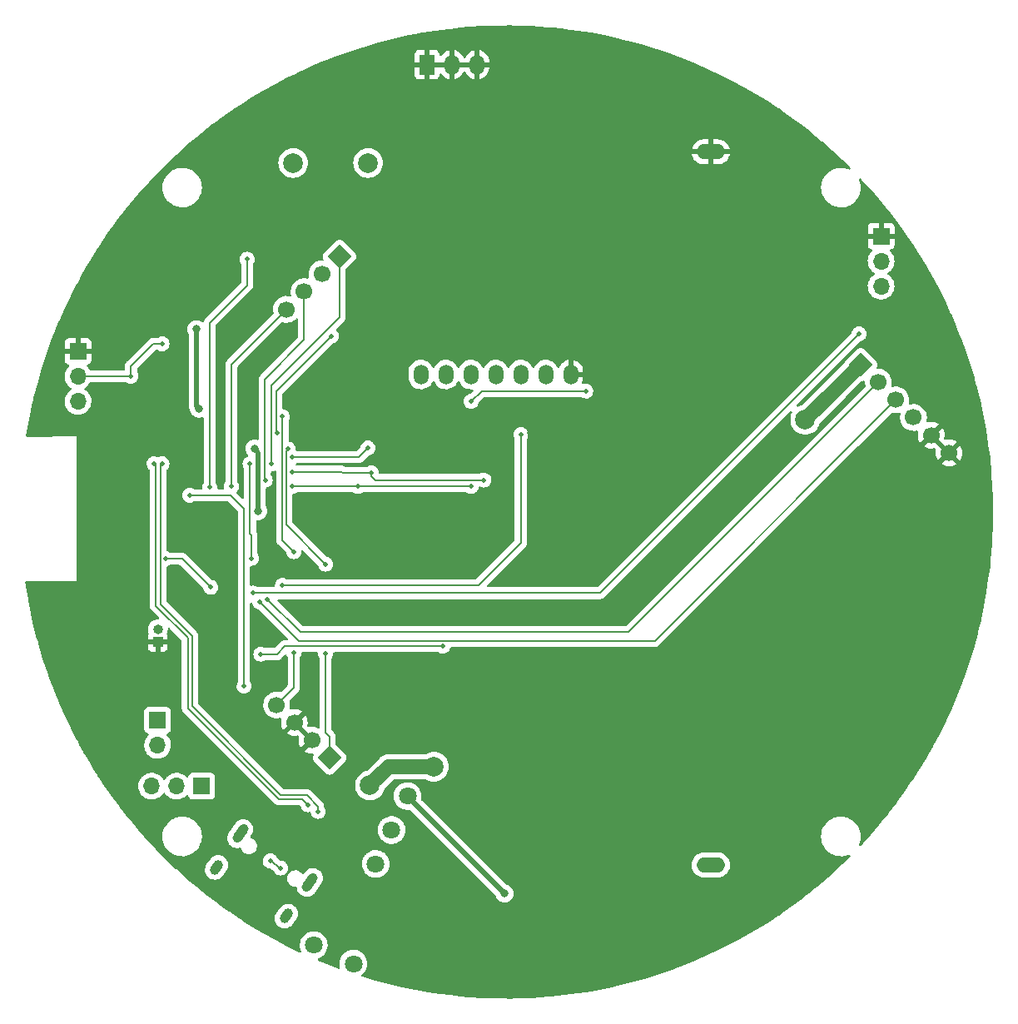
<source format=gbl>
G04 #@! TF.GenerationSoftware,KiCad,Pcbnew,6.0.11-2627ca5db0~126~ubuntu20.04.1*
G04 #@! TF.CreationDate,2023-04-28T08:30:21+02:00*
G04 #@! TF.ProjectId,Semafor_bottom,53656d61-666f-4725-9f62-6f74746f6d2e,rev?*
G04 #@! TF.SameCoordinates,Original*
G04 #@! TF.FileFunction,Copper,L2,Bot*
G04 #@! TF.FilePolarity,Positive*
%FSLAX46Y46*%
G04 Gerber Fmt 4.6, Leading zero omitted, Abs format (unit mm)*
G04 Created by KiCad (PCBNEW 6.0.11-2627ca5db0~126~ubuntu20.04.1) date 2023-04-28 08:30:21*
%MOMM*%
%LPD*%
G01*
G04 APERTURE LIST*
G04 Aperture macros list*
%AMHorizOval*
0 Thick line with rounded ends*
0 $1 width*
0 $2 $3 position (X,Y) of the first rounded end (center of the circle)*
0 $4 $5 position (X,Y) of the second rounded end (center of the circle)*
0 Add line between two ends*
20,1,$1,$2,$3,$4,$5,0*
0 Add two circle primitives to create the rounded ends*
1,1,$1,$2,$3*
1,1,$1,$4,$5*%
%AMRotRect*
0 Rectangle, with rotation*
0 The origin of the aperture is its center*
0 $1 length*
0 $2 width*
0 $3 Rotation angle, in degrees counterclockwise*
0 Add horizontal line*
21,1,$1,$2,0,0,$3*%
G04 Aperture macros list end*
G04 #@! TA.AperFunction,ComponentPad*
%ADD10C,2.000000*%
G04 #@! TD*
G04 #@! TA.AperFunction,ComponentPad*
%ADD11R,1.700000X1.700000*%
G04 #@! TD*
G04 #@! TA.AperFunction,ComponentPad*
%ADD12O,1.700000X1.700000*%
G04 #@! TD*
G04 #@! TA.AperFunction,ComponentPad*
%ADD13R,1.000000X1.000000*%
G04 #@! TD*
G04 #@! TA.AperFunction,ComponentPad*
%ADD14O,1.000000X1.000000*%
G04 #@! TD*
G04 #@! TA.AperFunction,ComponentPad*
%ADD15RotRect,1.700000X1.700000X45.000000*%
G04 #@! TD*
G04 #@! TA.AperFunction,ComponentPad*
%ADD16HorizOval,1.700000X0.000000X0.000000X0.000000X0.000000X0*%
G04 #@! TD*
G04 #@! TA.AperFunction,ComponentPad*
%ADD17O,2.900000X1.524000*%
G04 #@! TD*
G04 #@! TA.AperFunction,ComponentPad*
%ADD18RotRect,1.700000X1.700000X315.000000*%
G04 #@! TD*
G04 #@! TA.AperFunction,ComponentPad*
%ADD19HorizOval,1.700000X0.000000X0.000000X0.000000X0.000000X0*%
G04 #@! TD*
G04 #@! TA.AperFunction,ComponentPad*
%ADD20HorizOval,1.000000X-0.315467X-0.450534X0.315467X0.450534X0*%
G04 #@! TD*
G04 #@! TA.AperFunction,ComponentPad*
%ADD21HorizOval,1.000000X-0.172073X-0.245746X0.172073X0.245746X0*%
G04 #@! TD*
G04 #@! TA.AperFunction,ComponentPad*
%ADD22C,1.800000*%
G04 #@! TD*
G04 #@! TA.AperFunction,ComponentPad*
%ADD23RotRect,1.700000X1.700000X225.000000*%
G04 #@! TD*
G04 #@! TA.AperFunction,ComponentPad*
%ADD24HorizOval,1.700000X0.000000X0.000000X0.000000X0.000000X0*%
G04 #@! TD*
G04 #@! TA.AperFunction,ComponentPad*
%ADD25O,1.500000X2.000000*%
G04 #@! TD*
G04 #@! TA.AperFunction,ComponentPad*
%ADD26R,1.500000X2.000000*%
G04 #@! TD*
G04 #@! TA.AperFunction,ViaPad*
%ADD27C,0.800000*%
G04 #@! TD*
G04 #@! TA.AperFunction,ViaPad*
%ADD28C,2.000000*%
G04 #@! TD*
G04 #@! TA.AperFunction,ViaPad*
%ADD29C,0.500000*%
G04 #@! TD*
G04 #@! TA.AperFunction,ViaPad*
%ADD30C,1.300000*%
G04 #@! TD*
G04 #@! TA.AperFunction,Conductor*
%ADD31C,0.500000*%
G04 #@! TD*
G04 #@! TA.AperFunction,Conductor*
%ADD32C,1.500000*%
G04 #@! TD*
G04 #@! TA.AperFunction,Conductor*
%ADD33C,0.200000*%
G04 #@! TD*
G04 APERTURE END LIST*
D10*
G04 #@! TO.P,BZ1,1,-*
G04 #@! TO.N,Board_0-+3V3*
X125790000Y-63500000D03*
G04 #@! TO.P,BZ1,2,+*
G04 #@! TO.N,Board_0-Net-(BZ1-Pad2)*
X133410000Y-63500000D03*
G04 #@! TD*
D11*
G04 #@! TO.P,J4,1,Pin_1*
G04 #@! TO.N,Board_0-GND*
X103900000Y-82660000D03*
D12*
G04 #@! TO.P,J4,2,Pin_2*
G04 #@! TO.N,Board_0-TX_LoRa*
X103900000Y-85200000D03*
G04 #@! TO.P,J4,3,Pin_3*
G04 #@! TO.N,Board_0-RX_LoRa*
X103900000Y-87740000D03*
G04 #@! TD*
D11*
G04 #@! TO.P,J3,1,Pin_1*
G04 #@! TO.N,Board_0-GND*
X185592620Y-70937500D03*
D12*
G04 #@! TO.P,J3,2,Pin_2*
G04 #@! TO.N,Board_0-PWR_LED*
X185592620Y-73477500D03*
G04 #@! TO.P,J3,3,Pin_3*
G04 #@! TO.N,Board_0-Net-(J3-Pad3)*
X185592620Y-76017500D03*
G04 #@! TD*
D13*
G04 #@! TO.P,J2,1,Pin_1*
G04 #@! TO.N,Board_0-GND*
X112016745Y-112212482D03*
D14*
G04 #@! TO.P,J2,2,Pin_2*
G04 #@! TO.N,Board_0-Net-(C2-Pad1)*
X112016745Y-110942482D03*
G04 #@! TD*
D15*
G04 #@! TO.P,J8,1,Pin_1*
G04 #@! TO.N,Board_0-+3V3*
X183500000Y-84000000D03*
D16*
G04 #@! TO.P,J8,2,Pin_2*
G04 #@! TO.N,Board_0-DATA_LED*
X185296051Y-85796051D03*
G04 #@! TO.P,J8,3,Pin_3*
G04 #@! TO.N,Board_0-PHOTOTRANZISTOR_B*
X187092102Y-87592102D03*
G04 #@! TO.P,J8,4,Pin_4*
G04 #@! TO.N,Board_0-PWR_LED*
X188888154Y-89388154D03*
G04 #@! TO.P,J8,5,Pin_5*
G04 #@! TO.N,Board_0-GND*
X190684205Y-91184205D03*
G04 #@! TO.P,J8,6,Pin_6*
X192480256Y-92980256D03*
G04 #@! TD*
D17*
G04 #@! TO.P,BT1,1,+*
G04 #@! TO.N,Board_0-Net-(BT1-Pad1)*
X168270000Y-134880000D03*
G04 #@! TO.P,BT1,2,-*
G04 #@! TO.N,Board_0-GND*
X168270000Y-62380000D03*
G04 #@! TD*
D18*
G04 #@! TO.P,J9,1,Pin_1*
G04 #@! TO.N,Board_0-BTN_UP_B*
X130500000Y-73000000D03*
D19*
G04 #@! TO.P,J9,2,Pin_2*
G04 #@! TO.N,Board_0-BTN_RIGHT_B*
X128703949Y-74796051D03*
G04 #@! TO.P,J9,3,Pin_3*
G04 #@! TO.N,Board_0-BTN_ENTER_B*
X126907898Y-76592102D03*
G04 #@! TO.P,J9,4,Pin_4*
G04 #@! TO.N,Board_0-GUARD_B*
X125111846Y-78388154D03*
G04 #@! TD*
D20*
G04 #@! TO.P,J1,S1,SHIELD*
G04 #@! TO.N,Board_0-unconnected-(J1-PadS1)*
X127484369Y-136666529D03*
D21*
X118009346Y-135134884D03*
X125086820Y-140090585D03*
D20*
X120406895Y-131710829D03*
G04 #@! TD*
D22*
G04 #@! TO.P,SW1,1,A*
G04 #@! TO.N,Board_0-unconnected-(SW1-Pad1)*
X134193802Y-134791913D03*
G04 #@! TO.P,SW1,2,B*
G04 #@! TO.N,Board_0-Net-(BT1-Pad1)*
X135803977Y-131338880D03*
G04 #@! TO.P,SW1,3,C*
G04 #@! TO.N,Board_0-+3V3*
X137414153Y-127885848D03*
G04 #@! TO.P,SW1,4*
G04 #@! TO.N,N/C*
X131916535Y-144940326D03*
G04 #@! TO.P,SW1,5*
X127883465Y-143059674D03*
G04 #@! TD*
D23*
G04 #@! TO.P,J11,1,Pin_1*
G04 #@! TO.N,Board_0-BTN_DOWN_B*
X129500000Y-124000000D03*
D24*
G04 #@! TO.P,J11,2,Pin_2*
G04 #@! TO.N,Board_0-GND*
X127703949Y-122203949D03*
G04 #@! TO.P,J11,3,Pin_3*
X125907898Y-120407898D03*
G04 #@! TO.P,J11,4,Pin_4*
G04 #@! TO.N,Board_0-BTN_LEFT_B*
X124111846Y-118611846D03*
G04 #@! TD*
D11*
G04 #@! TO.P,M1,1,+*
G04 #@! TO.N,Board_0-+3V3*
X112000000Y-120175000D03*
D12*
G04 #@! TO.P,M1,2,-*
G04 #@! TO.N,Board_0-Net-(C25-Pad2)*
X112000000Y-122715000D03*
G04 #@! TD*
D11*
G04 #@! TO.P,J13,1,Pin_1*
G04 #@! TO.N,Board_0-LED_1*
X116475000Y-126875000D03*
D12*
G04 #@! TO.P,J13,2,Pin_2*
G04 #@! TO.N,Board_0-MOTOR*
X113935000Y-126875000D03*
G04 #@! TO.P,J13,3,Pin_3*
G04 #@! TO.N,Board_0-MOTOR_1*
X111395000Y-126875000D03*
G04 #@! TD*
D25*
G04 #@! TO.P,U4,1,M0*
G04 #@! TO.N,Board_0-M0_LoRa*
X138780000Y-85000000D03*
G04 #@! TO.P,U4,2,M1*
G04 #@! TO.N,Board_0-M1_LoRa*
X141320000Y-85000000D03*
G04 #@! TO.P,U4,3,RXD*
G04 #@! TO.N,Board_0-RX_LoRa*
X143860000Y-85000000D03*
G04 #@! TO.P,U4,4,TXD*
G04 #@! TO.N,Board_0-TX_LoRa*
X146400000Y-85000000D03*
G04 #@! TO.P,U4,5,AUX*
G04 #@! TO.N,Board_0-AUX_LoRa*
X148940000Y-85000000D03*
G04 #@! TO.P,U4,6,VCC*
G04 #@! TO.N,Board_0-3V3_SWITCHED*
X151480000Y-85000000D03*
G04 #@! TO.P,U4,7,GND*
G04 #@! TO.N,Board_0-GND*
X154020000Y-85000000D03*
G04 #@! TO.P,U4,8,GND*
X144480000Y-53500000D03*
G04 #@! TO.P,U4,9,GND*
X141940000Y-53500000D03*
D26*
G04 #@! TO.P,U4,10,GND*
X139400000Y-53500000D03*
G04 #@! TD*
D27*
G04 #@! TO.N,Board_0-+3V3*
X116200000Y-88500000D03*
X115950000Y-80400000D03*
X147300000Y-137800000D03*
X121850000Y-92550000D03*
X122250000Y-98900000D03*
D28*
X177875000Y-89625000D03*
G04 #@! TO.N,Board_0-+5V*
X133600000Y-126800000D03*
X140100000Y-124900000D03*
D29*
G04 #@! TO.N,Board_0-AUX_LoRa*
X148950000Y-91100000D03*
X124700000Y-106450000D03*
G04 #@! TO.N,Board_0-BTN_DOWN_B*
X129100000Y-104300000D03*
X129100000Y-113400000D03*
X125300000Y-92600000D03*
G04 #@! TO.N,Board_0-BTN_ENTER_B*
X122950000Y-95750000D03*
G04 #@! TO.N,Board_0-BTN_LEFT_B*
X125850000Y-113350000D03*
X125850000Y-103025000D03*
X124700000Y-89300000D03*
G04 #@! TO.N,Board_0-BTN_RIGHT_B*
X124150000Y-90950000D03*
X129700000Y-81100000D03*
G04 #@! TO.N,Board_0-BTN_UP_B*
X123600000Y-94100000D03*
G04 #@! TO.N,Board_0-CHANGE*
X121400000Y-94100000D03*
X125700000Y-93400000D03*
X121550000Y-103700000D03*
X133400000Y-92500000D03*
G04 #@! TO.N,Board_0-D+*
X111650000Y-94100000D03*
X124507894Y-135198869D03*
X123451188Y-134458956D03*
X127279431Y-128765008D03*
G04 #@! TO.N,Board_0-D-*
X112450000Y-94100000D03*
X128332051Y-129441020D03*
G04 #@! TO.N,Board_0-DATA_LED*
X123150000Y-107850000D03*
G04 #@! TO.N,Board_0-DATA_LED_SIDE*
X117400000Y-106650000D03*
X112850000Y-103750000D03*
X121700000Y-107250000D03*
X183350000Y-80900000D03*
D27*
G04 #@! TO.N,Board_0-GND*
X188550000Y-105575000D03*
X114200000Y-108600000D03*
X118820000Y-120670000D03*
X130400000Y-101750000D03*
X150000000Y-90950000D03*
X150175000Y-131372500D03*
X120850000Y-84600000D03*
D30*
X156800000Y-128200000D03*
D27*
X155800000Y-131400000D03*
X127300000Y-109150000D03*
X114200000Y-91500000D03*
X169062500Y-142325000D03*
X130355118Y-132566672D03*
X122200000Y-79900000D03*
X119800000Y-100450000D03*
X135100000Y-109300000D03*
X192180000Y-100810000D03*
X115550000Y-102100000D03*
X118050000Y-68050000D03*
X184800000Y-100100000D03*
X141400000Y-91650000D03*
X104311745Y-91547482D03*
D30*
X103801338Y-108851338D03*
D27*
X120850000Y-88150000D03*
X120303280Y-128496720D03*
D29*
G04 #@! TO.N,Board_0-GUARD_B*
X119500000Y-96400000D03*
G04 #@! TO.N,Board_0-MOTOR*
X115250000Y-97300000D03*
X120800000Y-116700000D03*
G04 #@! TO.N,Board_0-Net-(Q2-Pad1)*
X141050000Y-112650000D03*
X122500000Y-113450000D03*
G04 #@! TO.N,Board_0-Net-(Q7-Pad1)*
X155550000Y-86700000D03*
X143900000Y-87750000D03*
G04 #@! TO.N,Board_0-PHOTOTRANZISTOR_B*
X122400000Y-108150000D03*
G04 #@! TO.N,Board_0-PIEZO*
X121100000Y-73300000D03*
X117300000Y-96500000D03*
G04 #@! TO.N,Board_0-SCL*
X125700000Y-96400000D03*
X143900000Y-96400000D03*
X132400000Y-96400000D03*
G04 #@! TO.N,Board_0-SDA*
X125700000Y-94900000D03*
X145200000Y-95750000D03*
X133752500Y-95020000D03*
G04 #@! TO.N,Board_0-TX_LoRa*
X109300000Y-85200000D03*
X112450000Y-81900000D03*
G04 #@! TD*
D31*
G04 #@! TO.N,Board_0-+3V3*
X147300000Y-137800000D02*
X137414153Y-127914153D01*
X121850000Y-92550000D02*
X122250000Y-92950000D01*
D32*
X181050000Y-86450000D02*
X177875000Y-89625000D01*
X183500000Y-84000000D02*
X181050000Y-86450000D01*
D31*
X115950000Y-80400000D02*
X115950000Y-88250000D01*
X115950000Y-88250000D02*
X116200000Y-88500000D01*
X122250000Y-92950000D02*
X122250000Y-98900000D01*
D32*
G04 #@! TO.N,Board_0-+5V*
X135500000Y-124900000D02*
X140100000Y-124900000D01*
X133600000Y-126800000D02*
X135500000Y-124900000D01*
D33*
G04 #@! TO.N,Board_0-AUX_LoRa*
X148940000Y-91110000D02*
X148950000Y-91100000D01*
X144650000Y-106450000D02*
X148940000Y-102160000D01*
X148940000Y-102160000D02*
X148940000Y-91110000D01*
X124700000Y-106450000D02*
X144650000Y-106450000D01*
G04 #@! TO.N,Board_0-BTN_DOWN_B*
X129100000Y-113400000D02*
X129100000Y-121450000D01*
X125100000Y-100300000D02*
X129100000Y-104300000D01*
X129500000Y-121850000D02*
X129100000Y-121450000D01*
X125300000Y-92600000D02*
X125100000Y-92800000D01*
X125100000Y-92800000D02*
X125100000Y-100300000D01*
X129500000Y-121850000D02*
X129500000Y-124000000D01*
G04 #@! TO.N,Board_0-BTN_ENTER_B*
X122900000Y-85500000D02*
X126907898Y-81492102D01*
X122950000Y-95750000D02*
X122900000Y-95700000D01*
X122900000Y-95700000D02*
X122900000Y-85500000D01*
X126907898Y-81492102D02*
X126907898Y-76592102D01*
G04 #@! TO.N,Board_0-BTN_LEFT_B*
X124700000Y-89300000D02*
X124700000Y-101875000D01*
X125850000Y-115850000D02*
X125850000Y-116873692D01*
X125850000Y-113350000D02*
X125850000Y-115850000D01*
X125850000Y-116873692D02*
X124111846Y-118611846D01*
X124700000Y-101875000D02*
X125850000Y-103025000D01*
G04 #@! TO.N,Board_0-BTN_RIGHT_B*
X124150000Y-90950000D02*
X124100000Y-90900000D01*
X124100000Y-90900000D02*
X124100000Y-86700000D01*
X124100000Y-86700000D02*
X129700000Y-81100000D01*
G04 #@! TO.N,Board_0-BTN_UP_B*
X123600000Y-94100000D02*
X123600000Y-86100000D01*
X123600000Y-86100000D02*
X130500000Y-79200000D01*
X130500000Y-79200000D02*
X130500000Y-73000000D01*
G04 #@! TO.N,Board_0-CHANGE*
X133400000Y-92500000D02*
X132500000Y-93400000D01*
X121400000Y-101200000D02*
X121550000Y-101350000D01*
X121400000Y-94100000D02*
X121400000Y-101200000D01*
X132500000Y-93400000D02*
X125700000Y-93400000D01*
X121550000Y-103700000D02*
X121550000Y-101350000D01*
G04 #@! TO.N,Board_0-D+*
X123451188Y-134458956D02*
X124507894Y-135198869D01*
X111824999Y-108543199D02*
X115075000Y-111793200D01*
X124356800Y-128225000D02*
X126739423Y-128225000D01*
X111824999Y-94274999D02*
X111824999Y-108543199D01*
X126739423Y-128225000D02*
X127279431Y-128765008D01*
X111650000Y-94100000D02*
X111824999Y-94274999D01*
X115075000Y-111793200D02*
X115075000Y-118943200D01*
X115075000Y-118943200D02*
X124356800Y-128225000D01*
G04 #@! TO.N,Board_0-D-*
X115525000Y-111606800D02*
X115525000Y-118756800D01*
X128332051Y-128932051D02*
X128332051Y-129441020D01*
X115525000Y-118756800D02*
X124543200Y-127775000D01*
X127175000Y-127775000D02*
X128332051Y-128932051D01*
X112275001Y-94274999D02*
X112275001Y-108356801D01*
X124543200Y-127775000D02*
X127175000Y-127775000D01*
X112275001Y-108356801D02*
X115525000Y-111606800D01*
X112450000Y-94100000D02*
X112275001Y-94274999D01*
G04 #@! TO.N,Board_0-DATA_LED*
X126500000Y-111200000D02*
X159900000Y-111200000D01*
X185296051Y-85803949D02*
X185296051Y-85796051D01*
X123150000Y-107850000D02*
X126500000Y-111200000D01*
X159900000Y-111200000D02*
X185296051Y-85803949D01*
G04 #@! TO.N,Board_0-DATA_LED_SIDE*
X112850000Y-103750000D02*
X114500000Y-103750000D01*
X114500000Y-103750000D02*
X117400000Y-106650000D01*
X157000000Y-107250000D02*
X121700000Y-107250000D01*
X183350000Y-80900000D02*
X157000000Y-107250000D01*
G04 #@! TO.N,Board_0-GUARD_B*
X119500000Y-96400000D02*
X119500000Y-84700000D01*
X125111846Y-78388154D02*
X119500000Y-84000000D01*
X119500000Y-84000000D02*
X119500000Y-84700000D01*
G04 #@! TO.N,Board_0-MOTOR*
X120800000Y-98700000D02*
X119400000Y-97300000D01*
X119400000Y-97300000D02*
X115250000Y-97300000D01*
X120800000Y-116700000D02*
X120800000Y-98700000D01*
G04 #@! TO.N,Board_0-Net-(Q2-Pad1)*
X124950000Y-112650000D02*
X124150000Y-113450000D01*
X124150000Y-113450000D02*
X122500000Y-113450000D01*
X141050000Y-112650000D02*
X124950000Y-112650000D01*
G04 #@! TO.N,Board_0-Net-(Q7-Pad1)*
X144950000Y-86700000D02*
X143900000Y-87750000D01*
X155550000Y-86700000D02*
X144950000Y-86700000D01*
G04 #@! TO.N,Board_0-PHOTOTRANZISTOR_B*
X126350000Y-112100000D02*
X162584204Y-112100000D01*
X162584204Y-112100000D02*
X187092102Y-87592102D01*
X122400000Y-108150000D02*
X126350000Y-112100000D01*
G04 #@! TO.N,Board_0-PIEZO*
X117300000Y-96500000D02*
X117300000Y-79750000D01*
X121100000Y-73300000D02*
X121100000Y-75950000D01*
X121100000Y-75950000D02*
X117300000Y-79750000D01*
G04 #@! TO.N,Board_0-SCL*
X143900000Y-96400000D02*
X132400000Y-96400000D01*
X130300000Y-96400000D02*
X125700000Y-96400000D01*
X132400000Y-96400000D02*
X130300000Y-96400000D01*
G04 #@! TO.N,Board_0-SDA*
X133752500Y-95347500D02*
X134152500Y-95747500D01*
X133752500Y-95020000D02*
X133752500Y-95347500D01*
X134152500Y-95747500D02*
X145197500Y-95747500D01*
X125700000Y-94900000D02*
X130722500Y-94900000D01*
X130722500Y-94900000D02*
X130842500Y-95020000D01*
X130842500Y-95020000D02*
X133752500Y-95020000D01*
X145197500Y-95747500D02*
X145200000Y-95750000D01*
G04 #@! TO.N,Board_0-TX_LoRa*
X109300000Y-85200000D02*
X109300000Y-84150000D01*
X111550000Y-81900000D02*
X109975000Y-83475000D01*
X109300000Y-84150000D02*
X109975000Y-83475000D01*
X112450000Y-81900000D02*
X111550000Y-81900000D01*
X103900000Y-85200000D02*
X109300000Y-85200000D01*
G04 #@! TD*
G04 #@! TA.AperFunction,Conductor*
G04 #@! TO.N,Board_0-GND*
G36*
X147847275Y-49509743D02*
G01*
X148253731Y-49518257D01*
X149225441Y-49538612D01*
X149228957Y-49538734D01*
X150314376Y-49591819D01*
X150605849Y-49606075D01*
X150609345Y-49606294D01*
X151983816Y-49712054D01*
X151987271Y-49712369D01*
X153214578Y-49841364D01*
X153358258Y-49856466D01*
X153361753Y-49856883D01*
X154728135Y-50039197D01*
X154731592Y-50039707D01*
X155380985Y-50144886D01*
X156092373Y-50260106D01*
X156095838Y-50260717D01*
X157449900Y-50519019D01*
X157453347Y-50519726D01*
X158103482Y-50662667D01*
X158799754Y-50815752D01*
X158803134Y-50816546D01*
X159373835Y-50958837D01*
X160140692Y-51150036D01*
X160144094Y-51150935D01*
X161471797Y-51521636D01*
X161475172Y-51522629D01*
X162792017Y-51930261D01*
X162795363Y-51931348D01*
X164100333Y-52375596D01*
X164103616Y-52376765D01*
X164736406Y-52612097D01*
X165395717Y-52857293D01*
X165398997Y-52858566D01*
X166677077Y-53374943D01*
X166680321Y-53376306D01*
X167943599Y-53928219D01*
X167946732Y-53929641D01*
X169194061Y-54516588D01*
X169197170Y-54518104D01*
X170049054Y-54948422D01*
X170427644Y-55139662D01*
X170430762Y-55141292D01*
X171643392Y-55796958D01*
X171646433Y-55798659D01*
X172840233Y-56487899D01*
X172843255Y-56489700D01*
X174017387Y-57212031D01*
X174020358Y-57213917D01*
X175173810Y-57968715D01*
X175176727Y-57970682D01*
X175683748Y-58323071D01*
X176308713Y-58757433D01*
X176311524Y-58759445D01*
X176902085Y-59194844D01*
X177421128Y-59577516D01*
X177423930Y-59579644D01*
X178062699Y-60078704D01*
X178510163Y-60428301D01*
X178512896Y-60430498D01*
X178937710Y-60781935D01*
X179575073Y-61309208D01*
X179577753Y-61311489D01*
X180012752Y-61692302D01*
X180535423Y-62149865D01*
X180614942Y-62219479D01*
X180617546Y-62221823D01*
X181520824Y-63058267D01*
X181629007Y-63158445D01*
X181631551Y-63160867D01*
X182214545Y-63731777D01*
X182440400Y-63952951D01*
X182475075Y-64014904D01*
X182470752Y-64085769D01*
X182428803Y-64143047D01*
X182362546Y-64168553D01*
X182301597Y-64158349D01*
X182181945Y-64105825D01*
X181918566Y-64030800D01*
X181914324Y-64030196D01*
X181914318Y-64030195D01*
X181713834Y-64001662D01*
X181647443Y-63992213D01*
X181503589Y-63991460D01*
X181377877Y-63990802D01*
X181377871Y-63990802D01*
X181373591Y-63990780D01*
X181369347Y-63991339D01*
X181369343Y-63991339D01*
X181250302Y-64007011D01*
X181102078Y-64026525D01*
X181097938Y-64027658D01*
X181097936Y-64027658D01*
X181025008Y-64047609D01*
X180837928Y-64098788D01*
X180833980Y-64100472D01*
X180589982Y-64204546D01*
X180589978Y-64204548D01*
X180586030Y-64206232D01*
X180566125Y-64218145D01*
X180354725Y-64344664D01*
X180354721Y-64344667D01*
X180351043Y-64346868D01*
X180137318Y-64518094D01*
X179948808Y-64716742D01*
X179789002Y-64939136D01*
X179660857Y-65181161D01*
X179659385Y-65185184D01*
X179659383Y-65185188D01*
X179619754Y-65293478D01*
X179566743Y-65438337D01*
X179508404Y-65705907D01*
X179486917Y-65978918D01*
X179487334Y-65986156D01*
X179502682Y-66252320D01*
X179555405Y-66521053D01*
X179556792Y-66525103D01*
X179556793Y-66525108D01*
X179642723Y-66776088D01*
X179644112Y-66780144D01*
X179673238Y-66838054D01*
X179749827Y-66990335D01*
X179767160Y-67024799D01*
X179769586Y-67028328D01*
X179769589Y-67028334D01*
X179878042Y-67186132D01*
X179922274Y-67250490D01*
X180106582Y-67453043D01*
X180316675Y-67628707D01*
X180320316Y-67630991D01*
X180545024Y-67771951D01*
X180545028Y-67771953D01*
X180548664Y-67774234D01*
X180616544Y-67804883D01*
X180794345Y-67885164D01*
X180794349Y-67885166D01*
X180798257Y-67886930D01*
X180802377Y-67888150D01*
X180802376Y-67888150D01*
X181056723Y-67963491D01*
X181056727Y-67963492D01*
X181060836Y-67964709D01*
X181065070Y-67965357D01*
X181065075Y-67965358D01*
X181327298Y-68005483D01*
X181327300Y-68005483D01*
X181331540Y-68006132D01*
X181470912Y-68008322D01*
X181601071Y-68010367D01*
X181601077Y-68010367D01*
X181605362Y-68010434D01*
X181877235Y-67977534D01*
X182142127Y-67908041D01*
X182146087Y-67906401D01*
X182146092Y-67906399D01*
X182268632Y-67855641D01*
X182395136Y-67803241D01*
X182631582Y-67665073D01*
X182847089Y-67496094D01*
X182888809Y-67453043D01*
X183034686Y-67302509D01*
X183037669Y-67299431D01*
X183040202Y-67295983D01*
X183040206Y-67295978D01*
X183197257Y-67082178D01*
X183199795Y-67078723D01*
X183227154Y-67028334D01*
X183328418Y-66841830D01*
X183328419Y-66841828D01*
X183330468Y-66838054D01*
X183390542Y-66679072D01*
X183425751Y-66585895D01*
X183425752Y-66585891D01*
X183427269Y-66581877D01*
X183452107Y-66473427D01*
X183487449Y-66319117D01*
X183487450Y-66319113D01*
X183488407Y-66314933D01*
X183496910Y-66219665D01*
X183512531Y-66044627D01*
X183512531Y-66044625D01*
X183512751Y-66042161D01*
X183513193Y-66000000D01*
X183511465Y-65974648D01*
X183494859Y-65731055D01*
X183494858Y-65731049D01*
X183494567Y-65726778D01*
X183439032Y-65458612D01*
X183383344Y-65301355D01*
X183363497Y-65245308D01*
X183359613Y-65174417D01*
X183394671Y-65112681D01*
X183457542Y-65079698D01*
X183528263Y-65085942D01*
X183572905Y-65115719D01*
X183576540Y-65119483D01*
X183578948Y-65122047D01*
X183632926Y-65181161D01*
X184508461Y-66139995D01*
X184510797Y-66142626D01*
X185411528Y-67186132D01*
X185413790Y-67188827D01*
X186083822Y-68010367D01*
X186285070Y-68257122D01*
X186287244Y-68259866D01*
X187095131Y-69308928D01*
X187128313Y-69352016D01*
X187130411Y-69354819D01*
X187294866Y-69581172D01*
X187940694Y-70470079D01*
X187942722Y-70472954D01*
X188721534Y-71610379D01*
X188723481Y-71613310D01*
X189470212Y-72772012D01*
X189472077Y-72774996D01*
X190186184Y-73954126D01*
X190187964Y-73957160D01*
X190779321Y-74998135D01*
X190868870Y-75155770D01*
X190870554Y-75158835D01*
X191050960Y-75498128D01*
X191517710Y-76375959D01*
X191519319Y-76379088D01*
X192132265Y-77613859D01*
X192133785Y-77617032D01*
X192692189Y-78825526D01*
X192711997Y-78868395D01*
X192713418Y-78871586D01*
X193255655Y-80136720D01*
X193256474Y-80138631D01*
X193257814Y-80141882D01*
X193372622Y-80431854D01*
X193765282Y-81423600D01*
X193766531Y-81426890D01*
X194238003Y-82722250D01*
X194239160Y-82725572D01*
X194674280Y-84033590D01*
X194675344Y-84036944D01*
X195073772Y-85356602D01*
X195074742Y-85359984D01*
X195234756Y-85948933D01*
X195339774Y-86335459D01*
X195436173Y-86690267D01*
X195437048Y-86693675D01*
X195761186Y-88033506D01*
X195761966Y-88036937D01*
X196048580Y-89385348D01*
X196049263Y-89388800D01*
X196297316Y-90740329D01*
X196298104Y-90744625D01*
X196298687Y-90748071D01*
X196382555Y-91289825D01*
X196509586Y-92110398D01*
X196510075Y-92113882D01*
X196682841Y-93481463D01*
X196683234Y-93484960D01*
X196702973Y-93686275D01*
X196816853Y-94847709D01*
X196817756Y-94856922D01*
X196818049Y-94860412D01*
X196847101Y-95275879D01*
X196914209Y-96235569D01*
X196914405Y-96239082D01*
X196972129Y-97616331D01*
X196972228Y-97619848D01*
X196991475Y-98998241D01*
X196991475Y-99001759D01*
X196972228Y-100380152D01*
X196972129Y-100383669D01*
X196914405Y-101760918D01*
X196914209Y-101764431D01*
X196884560Y-102188429D01*
X196825785Y-103028961D01*
X196818050Y-103139572D01*
X196817757Y-103143063D01*
X196754599Y-103787200D01*
X196683234Y-104515040D01*
X196682841Y-104518537D01*
X196510075Y-105886118D01*
X196509586Y-105889602D01*
X196416966Y-106487891D01*
X196315164Y-107145498D01*
X196298691Y-107251906D01*
X196298108Y-107255351D01*
X196151792Y-108052562D01*
X196049263Y-108611200D01*
X196048580Y-108614652D01*
X195761966Y-109963063D01*
X195761186Y-109966494D01*
X195554353Y-110821441D01*
X195438597Y-111299924D01*
X195437048Y-111306325D01*
X195436174Y-111309729D01*
X195412153Y-111398142D01*
X195074742Y-112640016D01*
X195073772Y-112643398D01*
X194675344Y-113963056D01*
X194674280Y-113966410D01*
X194239160Y-115274428D01*
X194238003Y-115277750D01*
X193766531Y-116573110D01*
X193765282Y-116576400D01*
X193257815Y-117858116D01*
X193256475Y-117861366D01*
X192721448Y-119109680D01*
X192713428Y-119128391D01*
X192712007Y-119131582D01*
X192323028Y-119973410D01*
X192133785Y-120382968D01*
X192132265Y-120386141D01*
X191519319Y-121620912D01*
X191517710Y-121624041D01*
X191224329Y-122175812D01*
X190904013Y-122778240D01*
X190870565Y-122841146D01*
X190868880Y-122844211D01*
X190465465Y-123554351D01*
X190187964Y-124042840D01*
X190186184Y-124045874D01*
X189472077Y-125225004D01*
X189470212Y-125227988D01*
X188723481Y-126386690D01*
X188721534Y-126389621D01*
X187942722Y-127527046D01*
X187940694Y-127529921D01*
X187443725Y-128213941D01*
X187138807Y-128633625D01*
X187130421Y-128645167D01*
X187128324Y-128647970D01*
X186426198Y-129559699D01*
X186287255Y-129740120D01*
X186285081Y-129742864D01*
X185655003Y-130515417D01*
X185413790Y-130811173D01*
X185411528Y-130813868D01*
X184510797Y-131857374D01*
X184508461Y-131860005D01*
X183746697Y-132694244D01*
X183578950Y-132877950D01*
X183576544Y-132880513D01*
X183570445Y-132886829D01*
X183508737Y-132921938D01*
X183437843Y-132918111D01*
X183380273Y-132876564D01*
X183354303Y-132810488D01*
X183361940Y-132754766D01*
X183425751Y-132585895D01*
X183425752Y-132585891D01*
X183427269Y-132581877D01*
X183465551Y-132414730D01*
X183487449Y-132319117D01*
X183487450Y-132319113D01*
X183488407Y-132314933D01*
X183496910Y-132219665D01*
X183512531Y-132044627D01*
X183512531Y-132044625D01*
X183512751Y-132042161D01*
X183513193Y-132000000D01*
X183511465Y-131974648D01*
X183494859Y-131731055D01*
X183494858Y-131731049D01*
X183494567Y-131726778D01*
X183439032Y-131458612D01*
X183347617Y-131200465D01*
X183222013Y-130957112D01*
X183212040Y-130942921D01*
X183067008Y-130736562D01*
X183064545Y-130733057D01*
X182878125Y-130532445D01*
X182874810Y-130529731D01*
X182874806Y-130529728D01*
X182715125Y-130399031D01*
X182666205Y-130358990D01*
X182432704Y-130215901D01*
X182428768Y-130214173D01*
X182185873Y-130107549D01*
X182185869Y-130107548D01*
X182181945Y-130105825D01*
X181918566Y-130030800D01*
X181914324Y-130030196D01*
X181914318Y-130030195D01*
X181713834Y-130001662D01*
X181647443Y-129992213D01*
X181503589Y-129991460D01*
X181377877Y-129990802D01*
X181377871Y-129990802D01*
X181373591Y-129990780D01*
X181369347Y-129991339D01*
X181369343Y-129991339D01*
X181250302Y-130007011D01*
X181102078Y-130026525D01*
X181097938Y-130027658D01*
X181097936Y-130027658D01*
X181067494Y-130035986D01*
X180837928Y-130098788D01*
X180833980Y-130100472D01*
X180589982Y-130204546D01*
X180589978Y-130204548D01*
X180586030Y-130206232D01*
X180475984Y-130272093D01*
X180354725Y-130344664D01*
X180354721Y-130344667D01*
X180351043Y-130346868D01*
X180137318Y-130518094D01*
X179948808Y-130716742D01*
X179789002Y-130939136D01*
X179660857Y-131181161D01*
X179659385Y-131185184D01*
X179659383Y-131185188D01*
X179569658Y-131430371D01*
X179566743Y-131438337D01*
X179508404Y-131705907D01*
X179486917Y-131978918D01*
X179487334Y-131986156D01*
X179502682Y-132252320D01*
X179555405Y-132521053D01*
X179556792Y-132525103D01*
X179556793Y-132525108D01*
X179633824Y-132750096D01*
X179644112Y-132780144D01*
X179673190Y-132837960D01*
X179749827Y-132990335D01*
X179767160Y-133024799D01*
X179769586Y-133028328D01*
X179769589Y-133028334D01*
X179876170Y-133183409D01*
X179922274Y-133250490D01*
X179925161Y-133253663D01*
X179925162Y-133253664D01*
X180041965Y-133382029D01*
X180106582Y-133453043D01*
X180316675Y-133628707D01*
X180320316Y-133630991D01*
X180545024Y-133771951D01*
X180545028Y-133771953D01*
X180548664Y-133774234D01*
X180616544Y-133804883D01*
X180794345Y-133885164D01*
X180794349Y-133885166D01*
X180798257Y-133886930D01*
X180806481Y-133889366D01*
X181056723Y-133963491D01*
X181056727Y-133963492D01*
X181060836Y-133964709D01*
X181065070Y-133965357D01*
X181065075Y-133965358D01*
X181327298Y-134005483D01*
X181327300Y-134005483D01*
X181331540Y-134006132D01*
X181470912Y-134008322D01*
X181601071Y-134010367D01*
X181601077Y-134010367D01*
X181605362Y-134010434D01*
X181877235Y-133977534D01*
X182142127Y-133908041D01*
X182146087Y-133906401D01*
X182146092Y-133906399D01*
X182303378Y-133841249D01*
X182373968Y-133833660D01*
X182437455Y-133865439D01*
X182473682Y-133926498D01*
X182471148Y-133997449D01*
X182439755Y-134047680D01*
X181683195Y-134788559D01*
X181631555Y-134839129D01*
X181629011Y-134841551D01*
X180622893Y-135773226D01*
X180617557Y-135778167D01*
X180614954Y-135780510D01*
X180196000Y-136147277D01*
X179577753Y-136688511D01*
X179575073Y-136690792D01*
X179115154Y-137071271D01*
X178620813Y-137480226D01*
X178512905Y-137569495D01*
X178510172Y-137571692D01*
X177796657Y-138129150D01*
X177423930Y-138420356D01*
X177421128Y-138422484D01*
X176311524Y-139240555D01*
X176308713Y-139242567D01*
X175711017Y-139657977D01*
X175176727Y-140029318D01*
X175173810Y-140031285D01*
X174020358Y-140786083D01*
X174017387Y-140787969D01*
X172843255Y-141510300D01*
X172840243Y-141512095D01*
X171653366Y-142197339D01*
X171646448Y-142201333D01*
X171643392Y-142203042D01*
X171030816Y-142534260D01*
X170430762Y-142858708D01*
X170427644Y-142860338D01*
X169197170Y-143481896D01*
X169194061Y-143483412D01*
X167946732Y-144070359D01*
X167943599Y-144071781D01*
X167008942Y-144480123D01*
X166680321Y-144623694D01*
X166677077Y-144625057D01*
X165398997Y-145141434D01*
X165395717Y-145142707D01*
X165123502Y-145243943D01*
X164103616Y-145623235D01*
X164100333Y-145624404D01*
X162795363Y-146068652D01*
X162792017Y-146069739D01*
X161475172Y-146477371D01*
X161471797Y-146478364D01*
X160144094Y-146849065D01*
X160140692Y-146849964D01*
X159454933Y-147020943D01*
X158803134Y-147183454D01*
X158799754Y-147184248D01*
X158230429Y-147309422D01*
X157453347Y-147480274D01*
X157449900Y-147480981D01*
X156095838Y-147739283D01*
X156092373Y-147739894D01*
X155489107Y-147837602D01*
X154731592Y-147960293D01*
X154728135Y-147960803D01*
X154007546Y-148056950D01*
X153361751Y-148143117D01*
X153358255Y-148143534D01*
X151987271Y-148287631D01*
X151983816Y-148287946D01*
X150609345Y-148393706D01*
X150605849Y-148393925D01*
X150314376Y-148408181D01*
X149228957Y-148461266D01*
X149225441Y-148461388D01*
X148254158Y-148481734D01*
X147847275Y-148490257D01*
X147843781Y-148490282D01*
X147193370Y-148485741D01*
X146465275Y-148480658D01*
X146461758Y-148480584D01*
X145084108Y-148432475D01*
X145080593Y-148432303D01*
X143704813Y-148345746D01*
X143701305Y-148345476D01*
X142682582Y-148252765D01*
X142328502Y-148220541D01*
X142325017Y-148220176D01*
X140956146Y-148056948D01*
X140952672Y-148056484D01*
X140658213Y-148013002D01*
X139588981Y-147855111D01*
X139585553Y-147854556D01*
X138227924Y-147615170D01*
X138224469Y-147614510D01*
X136874164Y-147337332D01*
X136870730Y-147336578D01*
X135528643Y-147021794D01*
X135525229Y-147020943D01*
X134192464Y-146668811D01*
X134189075Y-146667865D01*
X132866633Y-146278650D01*
X132863272Y-146277609D01*
X132829016Y-146266479D01*
X132770411Y-146226406D01*
X132742774Y-146161009D01*
X132754881Y-146091053D01*
X132794783Y-146044068D01*
X132828778Y-146019820D01*
X132992838Y-145856331D01*
X133007971Y-145835272D01*
X133018123Y-145821143D01*
X133127993Y-145668243D01*
X133149660Y-145624404D01*
X133228319Y-145465248D01*
X133228320Y-145465246D01*
X133230613Y-145460606D01*
X133297943Y-145238997D01*
X133328175Y-145009367D01*
X133329862Y-144940326D01*
X133323567Y-144863760D01*
X133311308Y-144714644D01*
X133311307Y-144714638D01*
X133310884Y-144709493D01*
X133254460Y-144484859D01*
X133247709Y-144469333D01*
X133164165Y-144277194D01*
X133164163Y-144277191D01*
X133162105Y-144272457D01*
X133036299Y-144077991D01*
X132880422Y-143906684D01*
X132876371Y-143903485D01*
X132876367Y-143903481D01*
X132702712Y-143766337D01*
X132702707Y-143766334D01*
X132698658Y-143763136D01*
X132694142Y-143760643D01*
X132694139Y-143760641D01*
X132500414Y-143653699D01*
X132500410Y-143653697D01*
X132495890Y-143651202D01*
X132491021Y-143649478D01*
X132491017Y-143649476D01*
X132282438Y-143575614D01*
X132282434Y-143575613D01*
X132277563Y-143573888D01*
X132272470Y-143572981D01*
X132272467Y-143572980D01*
X132054630Y-143534177D01*
X132054624Y-143534176D01*
X132049541Y-143533271D01*
X131976631Y-143532380D01*
X131823116Y-143530505D01*
X131823114Y-143530505D01*
X131817946Y-143530442D01*
X131588999Y-143565476D01*
X131368849Y-143637432D01*
X131364261Y-143639820D01*
X131364257Y-143639822D01*
X131167996Y-143741989D01*
X131163407Y-143744378D01*
X131159274Y-143747481D01*
X131159271Y-143747483D01*
X131100260Y-143791790D01*
X130978190Y-143883443D01*
X130818174Y-144050890D01*
X130815260Y-144055162D01*
X130815259Y-144055163D01*
X130799687Y-144077991D01*
X130687654Y-144242225D01*
X130590137Y-144452307D01*
X130528242Y-144675495D01*
X130503630Y-144905795D01*
X130503927Y-144910948D01*
X130503927Y-144910951D01*
X130509602Y-145009367D01*
X130516962Y-145137023D01*
X130518101Y-145142076D01*
X130518101Y-145142078D01*
X130551459Y-145290100D01*
X130546923Y-145360951D01*
X130504801Y-145418102D01*
X130438468Y-145443408D01*
X130386275Y-145436499D01*
X130250321Y-145388088D01*
X130247023Y-145386862D01*
X128961796Y-144888355D01*
X128958534Y-144887037D01*
X128339074Y-144626640D01*
X128284027Y-144581803D01*
X128261959Y-144514323D01*
X128279877Y-144445624D01*
X128332092Y-144397519D01*
X128351694Y-144389799D01*
X128394212Y-144377043D01*
X128399155Y-144375560D01*
X128403789Y-144373290D01*
X128602514Y-144275936D01*
X128602517Y-144275934D01*
X128607149Y-144273665D01*
X128795708Y-144139168D01*
X128959768Y-143975679D01*
X129094923Y-143787591D01*
X129100632Y-143776041D01*
X129195249Y-143584596D01*
X129195250Y-143584594D01*
X129197543Y-143579954D01*
X129264873Y-143358345D01*
X129295105Y-143128715D01*
X129295187Y-143125365D01*
X129296710Y-143063039D01*
X129296710Y-143063035D01*
X129296792Y-143059674D01*
X129280404Y-142860338D01*
X129278238Y-142833992D01*
X129278237Y-142833986D01*
X129277814Y-142828841D01*
X129221390Y-142604207D01*
X129219331Y-142599471D01*
X129131095Y-142396542D01*
X129131093Y-142396539D01*
X129129035Y-142391805D01*
X129003229Y-142197339D01*
X128847352Y-142026032D01*
X128843301Y-142022833D01*
X128843297Y-142022829D01*
X128669642Y-141885685D01*
X128669637Y-141885682D01*
X128665588Y-141882484D01*
X128661072Y-141879991D01*
X128661069Y-141879989D01*
X128467344Y-141773047D01*
X128467340Y-141773045D01*
X128462820Y-141770550D01*
X128457951Y-141768826D01*
X128457947Y-141768824D01*
X128249368Y-141694962D01*
X128249364Y-141694961D01*
X128244493Y-141693236D01*
X128239400Y-141692329D01*
X128239397Y-141692328D01*
X128021560Y-141653525D01*
X128021554Y-141653524D01*
X128016471Y-141652619D01*
X127943561Y-141651728D01*
X127790046Y-141649853D01*
X127790044Y-141649853D01*
X127784876Y-141649790D01*
X127555929Y-141684824D01*
X127335779Y-141756780D01*
X127331191Y-141759168D01*
X127331187Y-141759170D01*
X127304530Y-141773047D01*
X127130337Y-141863726D01*
X127126204Y-141866829D01*
X127126201Y-141866831D01*
X127101090Y-141885685D01*
X126945120Y-142002791D01*
X126785104Y-142170238D01*
X126782190Y-142174510D01*
X126782189Y-142174511D01*
X126766617Y-142197339D01*
X126654584Y-142361573D01*
X126557067Y-142571655D01*
X126495172Y-142794843D01*
X126470560Y-143025143D01*
X126470857Y-143030296D01*
X126470857Y-143030299D01*
X126476532Y-143128715D01*
X126483892Y-143256371D01*
X126485029Y-143261417D01*
X126485030Y-143261423D01*
X126517206Y-143404197D01*
X126534811Y-143482316D01*
X126554353Y-143530442D01*
X126588846Y-143615389D01*
X126595942Y-143686030D01*
X126563720Y-143749294D01*
X126502410Y-143785094D01*
X126431478Y-143782064D01*
X126416868Y-143776041D01*
X126394674Y-143765216D01*
X125186979Y-143176184D01*
X125183839Y-143174598D01*
X123962188Y-142535934D01*
X123959093Y-142534260D01*
X122755791Y-141861757D01*
X122752744Y-141859998D01*
X121568657Y-141154141D01*
X121565660Y-141152297D01*
X120860844Y-140705007D01*
X120401756Y-140413661D01*
X120398846Y-140411757D01*
X120250315Y-140311572D01*
X123901669Y-140311572D01*
X123916154Y-140508818D01*
X123968675Y-140699494D01*
X124057232Y-140876338D01*
X124178451Y-141032612D01*
X124183103Y-141036656D01*
X124183104Y-141036657D01*
X124323060Y-141158319D01*
X124323063Y-141158321D01*
X124327715Y-141162365D01*
X124499339Y-141260655D01*
X124505178Y-141262620D01*
X124505180Y-141262621D01*
X124563343Y-141282195D01*
X124686787Y-141323739D01*
X124692888Y-141324531D01*
X124692891Y-141324532D01*
X124876808Y-141348418D01*
X124876812Y-141348418D01*
X124882917Y-141349211D01*
X124889062Y-141348803D01*
X124889066Y-141348803D01*
X125022466Y-141339942D01*
X125080259Y-141336103D01*
X125206781Y-141302202D01*
X125265349Y-141286509D01*
X125265351Y-141286508D01*
X125271297Y-141284915D01*
X125305943Y-141267867D01*
X125443223Y-141200317D01*
X125443226Y-141200315D01*
X125448754Y-141197595D01*
X125522986Y-141140840D01*
X125600979Y-141081210D01*
X125600982Y-141081207D01*
X125605870Y-141077470D01*
X125609938Y-141072856D01*
X125609941Y-141072853D01*
X125705975Y-140963924D01*
X125708299Y-140961288D01*
X125710311Y-140958415D01*
X125710317Y-140958407D01*
X126111789Y-140385044D01*
X126113555Y-140382522D01*
X126115064Y-140379844D01*
X126115069Y-140379836D01*
X126183071Y-140259149D01*
X126186095Y-140253783D01*
X126188018Y-140247935D01*
X126245943Y-140071753D01*
X126245944Y-140071750D01*
X126247867Y-140065900D01*
X126271971Y-139869597D01*
X126257486Y-139672352D01*
X126204965Y-139481675D01*
X126116409Y-139304832D01*
X126112635Y-139299966D01*
X126112632Y-139299962D01*
X125998964Y-139153423D01*
X125998961Y-139153420D01*
X125995189Y-139148557D01*
X125990544Y-139144520D01*
X125990542Y-139144517D01*
X125935983Y-139097090D01*
X125845925Y-139018805D01*
X125674301Y-138920515D01*
X125581618Y-138889323D01*
X125492694Y-138859396D01*
X125492690Y-138859395D01*
X125486854Y-138857431D01*
X125480746Y-138856638D01*
X125480743Y-138856637D01*
X125296832Y-138832752D01*
X125296828Y-138832752D01*
X125290723Y-138831959D01*
X125284578Y-138832367D01*
X125284574Y-138832367D01*
X125151174Y-138841228D01*
X125093381Y-138845067D01*
X124966859Y-138878968D01*
X124908291Y-138894661D01*
X124908289Y-138894662D01*
X124902343Y-138896255D01*
X124896816Y-138898975D01*
X124896815Y-138898975D01*
X124846816Y-138923578D01*
X124724887Y-138983575D01*
X124567770Y-139103700D01*
X124465342Y-139219882D01*
X124060086Y-139798648D01*
X123987545Y-139927387D01*
X123985623Y-139933232D01*
X123985622Y-139933235D01*
X123942005Y-140065900D01*
X123925773Y-140115270D01*
X123901669Y-140311572D01*
X120250315Y-140311572D01*
X119302632Y-139672352D01*
X119256003Y-139640900D01*
X119253113Y-139638892D01*
X118132220Y-138836411D01*
X118129415Y-138834343D01*
X117031392Y-138000898D01*
X117028630Y-137998740D01*
X115954297Y-137134954D01*
X115951586Y-137132711D01*
X115312853Y-136589107D01*
X114901782Y-136239258D01*
X114899149Y-136236952D01*
X114896553Y-136234614D01*
X113920608Y-135355871D01*
X116824195Y-135355871D01*
X116838680Y-135553117D01*
X116891201Y-135743793D01*
X116979758Y-135920637D01*
X116983534Y-135925506D01*
X116983536Y-135925508D01*
X117002257Y-135949643D01*
X117100977Y-136076911D01*
X117105629Y-136080955D01*
X117105630Y-136080956D01*
X117245586Y-136202618D01*
X117245589Y-136202620D01*
X117250241Y-136206664D01*
X117421865Y-136304954D01*
X117427704Y-136306919D01*
X117427706Y-136306920D01*
X117485869Y-136326494D01*
X117609313Y-136368038D01*
X117615414Y-136368830D01*
X117615417Y-136368831D01*
X117799334Y-136392717D01*
X117799338Y-136392717D01*
X117805443Y-136393510D01*
X117811588Y-136393102D01*
X117811592Y-136393102D01*
X117944992Y-136384241D01*
X118002785Y-136380402D01*
X118129307Y-136346501D01*
X118187875Y-136330808D01*
X118187877Y-136330807D01*
X118193823Y-136329214D01*
X118199351Y-136326494D01*
X118365749Y-136244616D01*
X118365752Y-136244614D01*
X118371280Y-136241894D01*
X118382044Y-136233664D01*
X125171878Y-136233664D01*
X125172235Y-136240481D01*
X125172235Y-136240485D01*
X125176969Y-136330808D01*
X125181356Y-136414513D01*
X125183167Y-136421086D01*
X125183167Y-136421089D01*
X125215596Y-136538822D01*
X125229447Y-136589107D01*
X125313908Y-136749302D01*
X125318313Y-136754515D01*
X125318316Y-136754519D01*
X125426392Y-136882409D01*
X125426396Y-136882413D01*
X125430799Y-136887623D01*
X125436223Y-136891770D01*
X125436224Y-136891771D01*
X125569243Y-136993472D01*
X125569247Y-136993475D01*
X125574664Y-136997616D01*
X125679800Y-137046641D01*
X125732617Y-137071271D01*
X125732620Y-137071272D01*
X125738794Y-137074151D01*
X125745442Y-137075637D01*
X125745445Y-137075638D01*
X125867163Y-137102845D01*
X125915529Y-137113656D01*
X125921074Y-137113966D01*
X126040328Y-137113966D01*
X126108449Y-137133968D01*
X126154942Y-137187624D01*
X126165990Y-137230738D01*
X126170309Y-137289550D01*
X126222830Y-137480226D01*
X126225590Y-137485737D01*
X126284708Y-137603794D01*
X126311386Y-137657070D01*
X126432606Y-137813344D01*
X126437259Y-137817389D01*
X126437262Y-137817392D01*
X126577215Y-137939051D01*
X126577218Y-137939053D01*
X126581870Y-137943097D01*
X126753494Y-138041387D01*
X126817498Y-138062927D01*
X126935101Y-138102506D01*
X126935105Y-138102507D01*
X126940941Y-138104471D01*
X126947049Y-138105264D01*
X126947052Y-138105265D01*
X127130963Y-138129150D01*
X127130967Y-138129150D01*
X127137072Y-138129943D01*
X127143217Y-138129535D01*
X127143221Y-138129535D01*
X127276621Y-138120674D01*
X127334414Y-138116835D01*
X127460936Y-138082934D01*
X127519504Y-138067241D01*
X127519506Y-138067240D01*
X127525452Y-138065647D01*
X127574755Y-138041387D01*
X127624913Y-138016706D01*
X127702908Y-137978327D01*
X127860025Y-137858202D01*
X127962453Y-137742020D01*
X128654498Y-136753678D01*
X128656007Y-136751000D01*
X128656012Y-136750992D01*
X128724014Y-136630305D01*
X128727038Y-136624939D01*
X128728961Y-136619091D01*
X128786886Y-136442909D01*
X128786887Y-136442906D01*
X128788810Y-136437056D01*
X128794254Y-136392717D01*
X128812164Y-136246863D01*
X128812164Y-136246861D01*
X128812914Y-136240753D01*
X128798429Y-136043508D01*
X128745908Y-135852831D01*
X128657352Y-135675988D01*
X128653578Y-135671122D01*
X128653575Y-135671118D01*
X128539907Y-135524579D01*
X128539904Y-135524576D01*
X128536132Y-135519713D01*
X128531487Y-135515676D01*
X128531485Y-135515673D01*
X128469290Y-135461609D01*
X128386868Y-135389961D01*
X128346724Y-135366970D01*
X128253171Y-135313392D01*
X128215244Y-135291671D01*
X128122561Y-135260479D01*
X128033637Y-135230552D01*
X128033633Y-135230551D01*
X128027797Y-135228587D01*
X128021689Y-135227794D01*
X128021686Y-135227793D01*
X127837775Y-135203908D01*
X127837771Y-135203908D01*
X127831666Y-135203115D01*
X127825521Y-135203523D01*
X127825517Y-135203523D01*
X127640476Y-135215813D01*
X127640472Y-135215814D01*
X127634324Y-135216222D01*
X127628372Y-135217817D01*
X127628371Y-135217817D01*
X127580844Y-135230552D01*
X127443286Y-135267411D01*
X127265830Y-135354731D01*
X127108713Y-135474855D01*
X127050237Y-135541183D01*
X127015635Y-135580432D01*
X127006285Y-135591037D01*
X126899324Y-135743793D01*
X126878715Y-135773226D01*
X126823258Y-135817554D01*
X126752639Y-135824863D01*
X126689278Y-135792832D01*
X126679264Y-135782283D01*
X126591580Y-135678524D01*
X126587173Y-135673309D01*
X126531227Y-135630535D01*
X126448729Y-135567460D01*
X126448725Y-135567457D01*
X126443308Y-135563316D01*
X126295822Y-135494542D01*
X126285355Y-135489661D01*
X126285352Y-135489660D01*
X126279178Y-135486781D01*
X126272530Y-135485295D01*
X126272527Y-135485294D01*
X126107480Y-135448402D01*
X126107481Y-135448402D01*
X126102443Y-135447276D01*
X126096898Y-135446966D01*
X125963742Y-135446966D01*
X125828949Y-135461609D01*
X125717265Y-135499195D01*
X125663782Y-135517194D01*
X125663780Y-135517195D01*
X125657311Y-135519372D01*
X125502081Y-135612643D01*
X125497124Y-135617331D01*
X125497121Y-135617333D01*
X125375459Y-135732384D01*
X125370501Y-135737073D01*
X125366669Y-135742711D01*
X125366666Y-135742715D01*
X125294485Y-135848926D01*
X125268709Y-135886854D01*
X125201456Y-136055000D01*
X125200342Y-136061728D01*
X125200341Y-136061732D01*
X125172993Y-136226927D01*
X125171878Y-136233664D01*
X118382044Y-136233664D01*
X118445512Y-136185139D01*
X118523505Y-136125509D01*
X118523508Y-136125506D01*
X118528396Y-136121769D01*
X118532464Y-136117155D01*
X118532467Y-136117152D01*
X118628501Y-136008223D01*
X118630825Y-136005587D01*
X118632837Y-136002714D01*
X118632843Y-136002706D01*
X119028566Y-135437553D01*
X119036081Y-135426821D01*
X119037590Y-135424143D01*
X119037595Y-135424135D01*
X119098054Y-135316835D01*
X119108621Y-135298082D01*
X119111375Y-135289707D01*
X119168469Y-135116052D01*
X119168470Y-135116049D01*
X119170393Y-135110199D01*
X119185323Y-134988610D01*
X119193747Y-134920006D01*
X119193747Y-134920004D01*
X119194497Y-134913896D01*
X119180012Y-134716651D01*
X119127491Y-134525974D01*
X119088594Y-134448299D01*
X122687963Y-134448299D01*
X122704569Y-134617655D01*
X122758282Y-134779123D01*
X122761929Y-134785145D01*
X122761930Y-134785147D01*
X122839904Y-134913896D01*
X122846434Y-134924679D01*
X122964643Y-135047088D01*
X122970539Y-135050946D01*
X123051741Y-135104083D01*
X123107034Y-135140266D01*
X123113638Y-135142722D01*
X123113640Y-135142723D01*
X123158938Y-135159569D01*
X123266529Y-135199582D01*
X123273514Y-135200514D01*
X123428223Y-135221157D01*
X123428226Y-135221157D01*
X123435203Y-135222088D01*
X123442149Y-135221456D01*
X123511755Y-135244207D01*
X123687079Y-135366970D01*
X123753748Y-135413652D01*
X123798076Y-135469109D01*
X123801035Y-135477091D01*
X123814988Y-135519036D01*
X123818635Y-135525058D01*
X123818636Y-135525060D01*
X123880151Y-135626632D01*
X123903140Y-135664592D01*
X124021349Y-135787001D01*
X124043807Y-135801697D01*
X124110973Y-135845649D01*
X124163740Y-135880179D01*
X124170344Y-135882635D01*
X124170346Y-135882636D01*
X124243487Y-135909837D01*
X124323235Y-135939495D01*
X124491909Y-135962001D01*
X124498920Y-135961363D01*
X124498924Y-135961363D01*
X124654356Y-135947217D01*
X124661377Y-135946578D01*
X124668079Y-135944400D01*
X124668081Y-135944400D01*
X124816517Y-135896170D01*
X124816520Y-135896169D01*
X124823216Y-135893993D01*
X124969384Y-135806859D01*
X124974478Y-135802008D01*
X124974482Y-135802005D01*
X125047591Y-135732384D01*
X125092615Y-135689508D01*
X125104834Y-135671118D01*
X125146020Y-135609127D01*
X125186785Y-135547771D01*
X125247213Y-135388694D01*
X125270895Y-135220182D01*
X125271193Y-135198869D01*
X125252225Y-135029761D01*
X125196262Y-134869058D01*
X125126478Y-134757382D01*
X132780897Y-134757382D01*
X132781194Y-134762535D01*
X132781194Y-134762538D01*
X132786869Y-134860954D01*
X132794229Y-134988610D01*
X132795366Y-134993656D01*
X132795367Y-134993662D01*
X132820252Y-135104083D01*
X132845148Y-135214555D01*
X132847090Y-135219337D01*
X132847091Y-135219341D01*
X132930342Y-135424363D01*
X132932286Y-135429150D01*
X132943204Y-135446966D01*
X133044731Y-135612643D01*
X133053303Y-135626632D01*
X133204949Y-135801697D01*
X133383151Y-135949643D01*
X133583124Y-136066497D01*
X133587949Y-136068339D01*
X133587950Y-136068340D01*
X133620988Y-136080956D01*
X133799496Y-136149122D01*
X133804562Y-136150153D01*
X133804563Y-136150153D01*
X133806269Y-136150500D01*
X134026458Y-136195298D01*
X134157126Y-136200089D01*
X134252751Y-136203596D01*
X134252755Y-136203596D01*
X134257915Y-136203785D01*
X134263035Y-136203129D01*
X134263037Y-136203129D01*
X134336072Y-136193773D01*
X134487649Y-136174355D01*
X134492597Y-136172870D01*
X134492604Y-136172869D01*
X134704549Y-136109282D01*
X134709492Y-136107799D01*
X134722983Y-136101190D01*
X134912851Y-136008175D01*
X134912854Y-136008173D01*
X134917486Y-136005904D01*
X135106045Y-135871407D01*
X135270105Y-135707918D01*
X135405260Y-135519830D01*
X135408955Y-135512355D01*
X135505586Y-135316835D01*
X135505587Y-135316833D01*
X135507880Y-135312193D01*
X135575210Y-135090584D01*
X135605442Y-134860954D01*
X135605524Y-134857604D01*
X135607047Y-134795278D01*
X135607047Y-134795274D01*
X135607129Y-134791913D01*
X135593352Y-134624341D01*
X135588575Y-134566231D01*
X135588574Y-134566225D01*
X135588151Y-134561080D01*
X135537411Y-134359074D01*
X135532986Y-134341457D01*
X135532985Y-134341453D01*
X135531727Y-134336446D01*
X135529668Y-134331710D01*
X135441432Y-134128781D01*
X135441430Y-134128778D01*
X135439372Y-134124044D01*
X135313566Y-133929578D01*
X135290015Y-133903695D01*
X135252436Y-133862397D01*
X135157689Y-133758271D01*
X135153638Y-133755072D01*
X135153634Y-133755068D01*
X134979979Y-133617924D01*
X134979974Y-133617921D01*
X134975925Y-133614723D01*
X134971409Y-133612230D01*
X134971406Y-133612228D01*
X134777681Y-133505286D01*
X134777677Y-133505284D01*
X134773157Y-133502789D01*
X134768288Y-133501065D01*
X134768284Y-133501063D01*
X134559705Y-133427201D01*
X134559701Y-133427200D01*
X134554830Y-133425475D01*
X134549737Y-133424568D01*
X134549734Y-133424567D01*
X134331897Y-133385764D01*
X134331891Y-133385763D01*
X134326808Y-133384858D01*
X134253898Y-133383967D01*
X134100383Y-133382092D01*
X134100381Y-133382092D01*
X134095213Y-133382029D01*
X133866266Y-133417063D01*
X133646116Y-133489019D01*
X133641528Y-133491407D01*
X133641524Y-133491409D01*
X133445263Y-133593576D01*
X133440674Y-133595965D01*
X133436541Y-133599068D01*
X133436538Y-133599070D01*
X133267100Y-133726288D01*
X133255457Y-133735030D01*
X133207907Y-133784788D01*
X133120107Y-133876666D01*
X133095441Y-133902477D01*
X133092527Y-133906749D01*
X133092526Y-133906750D01*
X133042670Y-133979836D01*
X132964921Y-134093812D01*
X132867404Y-134303894D01*
X132805509Y-134527082D01*
X132780897Y-134757382D01*
X125126478Y-134757382D01*
X125106086Y-134724748D01*
X125098046Y-134716651D01*
X124991142Y-134608998D01*
X124986180Y-134604001D01*
X124969662Y-134593518D01*
X124910651Y-134556069D01*
X124842502Y-134512820D01*
X124682194Y-134455737D01*
X124601583Y-134446125D01*
X124520213Y-134436422D01*
X124520209Y-134436422D01*
X124517892Y-134436146D01*
X124517890Y-134436145D01*
X124513223Y-134435589D01*
X124513330Y-134434690D01*
X124447340Y-134413628D01*
X124204655Y-134243698D01*
X124157935Y-134181922D01*
X124152044Y-134165005D01*
X124139556Y-134129145D01*
X124133571Y-134119566D01*
X124096374Y-134060041D01*
X124049380Y-133984835D01*
X124041049Y-133976445D01*
X123934436Y-133869085D01*
X123929474Y-133864088D01*
X123913227Y-133853777D01*
X123836182Y-133804883D01*
X123785796Y-133772907D01*
X123625488Y-133715824D01*
X123456517Y-133695676D01*
X123449514Y-133696412D01*
X123449513Y-133696412D01*
X123294289Y-133712726D01*
X123294285Y-133712727D01*
X123287281Y-133713463D01*
X123280610Y-133715734D01*
X123132861Y-133766031D01*
X123132858Y-133766032D01*
X123126191Y-133768302D01*
X123120193Y-133771992D01*
X123120191Y-133771993D01*
X122987253Y-133853777D01*
X122987251Y-133853779D01*
X122981254Y-133857468D01*
X122859674Y-133976529D01*
X122855863Y-133982443D01*
X122855861Y-133982445D01*
X122801275Y-134067146D01*
X122767492Y-134119566D01*
X122709291Y-134279472D01*
X122687963Y-134448299D01*
X119088594Y-134448299D01*
X119038935Y-134349131D01*
X119035161Y-134344265D01*
X119035158Y-134344261D01*
X118921490Y-134197722D01*
X118921487Y-134197719D01*
X118917715Y-134192856D01*
X118913070Y-134188819D01*
X118913068Y-134188816D01*
X118844004Y-134128781D01*
X118768451Y-134063104D01*
X118596827Y-133964814D01*
X118492127Y-133929578D01*
X118415220Y-133903695D01*
X118415216Y-133903694D01*
X118409380Y-133901730D01*
X118403272Y-133900937D01*
X118403269Y-133900936D01*
X118219358Y-133877051D01*
X118219354Y-133877051D01*
X118213249Y-133876258D01*
X118207104Y-133876666D01*
X118207100Y-133876666D01*
X118079168Y-133885164D01*
X118015907Y-133889366D01*
X117922661Y-133914351D01*
X117830817Y-133938960D01*
X117830815Y-133938961D01*
X117824869Y-133940554D01*
X117819342Y-133943274D01*
X117819341Y-133943274D01*
X117751759Y-133976529D01*
X117647413Y-134027874D01*
X117490296Y-134147999D01*
X117387868Y-134264181D01*
X116982612Y-134842947D01*
X116910071Y-134971686D01*
X116908149Y-134977531D01*
X116908148Y-134977534D01*
X116853838Y-135142723D01*
X116848299Y-135159569D01*
X116847548Y-135165685D01*
X116832036Y-135292017D01*
X116824195Y-135355871D01*
X113920608Y-135355871D01*
X113874754Y-135314584D01*
X113872175Y-135312196D01*
X112873884Y-134361536D01*
X112871370Y-134359074D01*
X112319403Y-133803241D01*
X111900019Y-133380919D01*
X111897587Y-133378400D01*
X111823431Y-133299431D01*
X110953954Y-132373532D01*
X110951582Y-132370935D01*
X110842474Y-132248044D01*
X110603533Y-131978918D01*
X112486917Y-131978918D01*
X112487334Y-131986156D01*
X112502682Y-132252320D01*
X112555405Y-132521053D01*
X112556792Y-132525103D01*
X112556793Y-132525108D01*
X112633824Y-132750096D01*
X112644112Y-132780144D01*
X112673190Y-132837960D01*
X112749827Y-132990335D01*
X112767160Y-133024799D01*
X112769586Y-133028328D01*
X112769589Y-133028334D01*
X112876170Y-133183409D01*
X112922274Y-133250490D01*
X112925161Y-133253663D01*
X112925162Y-133253664D01*
X113041965Y-133382029D01*
X113106582Y-133453043D01*
X113316675Y-133628707D01*
X113320316Y-133630991D01*
X113545024Y-133771951D01*
X113545028Y-133771953D01*
X113548664Y-133774234D01*
X113616544Y-133804883D01*
X113794345Y-133885164D01*
X113794349Y-133885166D01*
X113798257Y-133886930D01*
X113806481Y-133889366D01*
X114056723Y-133963491D01*
X114056727Y-133963492D01*
X114060836Y-133964709D01*
X114065070Y-133965357D01*
X114065075Y-133965358D01*
X114327298Y-134005483D01*
X114327300Y-134005483D01*
X114331540Y-134006132D01*
X114470912Y-134008322D01*
X114601071Y-134010367D01*
X114601077Y-134010367D01*
X114605362Y-134010434D01*
X114877235Y-133977534D01*
X115142127Y-133908041D01*
X115146087Y-133906401D01*
X115146092Y-133906399D01*
X115321698Y-133833660D01*
X115395136Y-133803241D01*
X115526825Y-133726288D01*
X115627879Y-133667237D01*
X115627880Y-133667236D01*
X115631582Y-133665073D01*
X115847089Y-133496094D01*
X115853946Y-133489019D01*
X115980131Y-133358806D01*
X116037669Y-133299431D01*
X116040202Y-133295983D01*
X116040206Y-133295978D01*
X116197257Y-133082178D01*
X116199795Y-133078723D01*
X116227154Y-133028334D01*
X116328418Y-132841830D01*
X116328419Y-132841828D01*
X116330468Y-132838054D01*
X116414637Y-132615307D01*
X116425751Y-132585895D01*
X116425752Y-132585891D01*
X116427269Y-132581877D01*
X116465551Y-132414730D01*
X116487449Y-132319117D01*
X116487450Y-132319113D01*
X116488407Y-132314933D01*
X116496910Y-132219665D01*
X116504323Y-132136604D01*
X119078350Y-132136604D01*
X119092835Y-132333850D01*
X119145356Y-132524526D01*
X119148116Y-132530037D01*
X119230344Y-132694244D01*
X119233912Y-132701370D01*
X119272217Y-132750752D01*
X119336820Y-132834036D01*
X119355132Y-132857644D01*
X119359785Y-132861689D01*
X119359788Y-132861692D01*
X119499741Y-132983351D01*
X119499744Y-132983353D01*
X119504396Y-132987397D01*
X119676020Y-133085687D01*
X119746011Y-133109242D01*
X119857627Y-133146806D01*
X119857631Y-133146807D01*
X119863467Y-133148771D01*
X119869575Y-133149564D01*
X119869578Y-133149565D01*
X120053489Y-133173450D01*
X120053493Y-133173450D01*
X120059598Y-133174243D01*
X120065743Y-133173835D01*
X120065747Y-133173835D01*
X120199147Y-133164974D01*
X120256940Y-133161135D01*
X120310417Y-133146806D01*
X120328634Y-133141925D01*
X120399611Y-133143615D01*
X120458406Y-133183409D01*
X120482721Y-133230171D01*
X120494748Y-133273835D01*
X120579209Y-133434030D01*
X120583614Y-133439243D01*
X120583617Y-133439247D01*
X120691693Y-133567137D01*
X120691697Y-133567141D01*
X120696100Y-133572351D01*
X120701524Y-133576498D01*
X120701525Y-133576499D01*
X120834544Y-133678200D01*
X120834548Y-133678203D01*
X120839965Y-133682344D01*
X120916835Y-133718189D01*
X120997918Y-133755999D01*
X120997921Y-133756000D01*
X121004095Y-133758879D01*
X121010743Y-133760365D01*
X121010746Y-133760366D01*
X121138103Y-133788833D01*
X121180830Y-133798384D01*
X121186375Y-133798694D01*
X121319531Y-133798694D01*
X121454324Y-133784051D01*
X121599986Y-133735030D01*
X121619491Y-133728466D01*
X121619493Y-133728465D01*
X121625962Y-133726288D01*
X121781192Y-133633017D01*
X121786149Y-133628329D01*
X121786152Y-133628327D01*
X121907814Y-133513276D01*
X121907816Y-133513274D01*
X121912772Y-133508587D01*
X121916604Y-133502949D01*
X121916607Y-133502945D01*
X122010729Y-133364449D01*
X122014564Y-133358806D01*
X122081817Y-133190660D01*
X122082931Y-133183932D01*
X122082932Y-133183928D01*
X122110280Y-133018733D01*
X122110280Y-133018730D01*
X122111395Y-133011996D01*
X122110310Y-132991283D01*
X122102274Y-132837960D01*
X122101917Y-132831147D01*
X122097241Y-132814169D01*
X122055639Y-132663135D01*
X122053826Y-132656553D01*
X121969365Y-132496358D01*
X121964960Y-132491145D01*
X121964957Y-132491141D01*
X121856881Y-132363251D01*
X121856877Y-132363247D01*
X121852474Y-132358037D01*
X121846042Y-132353119D01*
X121714030Y-132252188D01*
X121714026Y-132252185D01*
X121708609Y-132248044D01*
X121603473Y-132199019D01*
X121550656Y-132174389D01*
X121550653Y-132174388D01*
X121544479Y-132171509D01*
X121537828Y-132170022D01*
X121537824Y-132170021D01*
X121530148Y-132168305D01*
X121468032Y-132133923D01*
X121434365Y-132071417D01*
X121439836Y-132000631D01*
X121454424Y-131973069D01*
X121575258Y-131800500D01*
X121577024Y-131797978D01*
X121578533Y-131795300D01*
X121578538Y-131795292D01*
X121628903Y-131705907D01*
X121649564Y-131669239D01*
X121651487Y-131663391D01*
X121709412Y-131487209D01*
X121709413Y-131487206D01*
X121711336Y-131481356D01*
X121717112Y-131434317D01*
X121733071Y-131304349D01*
X134391072Y-131304349D01*
X134391369Y-131309502D01*
X134391369Y-131309505D01*
X134399966Y-131458612D01*
X134404404Y-131535577D01*
X134405541Y-131540623D01*
X134405542Y-131540629D01*
X134433208Y-131663391D01*
X134455323Y-131761522D01*
X134457265Y-131766304D01*
X134457266Y-131766308D01*
X134525541Y-131934449D01*
X134542461Y-131976117D01*
X134663478Y-132173599D01*
X134815124Y-132348664D01*
X134967762Y-132475387D01*
X134986739Y-132491141D01*
X134993326Y-132496610D01*
X135193299Y-132613464D01*
X135409671Y-132696089D01*
X135414737Y-132697120D01*
X135414738Y-132697120D01*
X135435628Y-132701370D01*
X135636633Y-132742265D01*
X135767301Y-132747056D01*
X135862926Y-132750563D01*
X135862930Y-132750563D01*
X135868090Y-132750752D01*
X135873210Y-132750096D01*
X135873212Y-132750096D01*
X135946247Y-132740740D01*
X136097824Y-132721322D01*
X136102772Y-132719837D01*
X136102779Y-132719836D01*
X136314724Y-132656249D01*
X136319667Y-132654766D01*
X136324301Y-132652496D01*
X136523026Y-132555142D01*
X136523029Y-132555140D01*
X136527661Y-132552871D01*
X136716220Y-132418374D01*
X136880280Y-132254885D01*
X136885205Y-132248032D01*
X136905588Y-132219665D01*
X137015435Y-132066797D01*
X137047221Y-132002484D01*
X137115761Y-131863802D01*
X137115762Y-131863800D01*
X137118055Y-131859160D01*
X137185385Y-131637551D01*
X137215617Y-131407921D01*
X137217304Y-131338880D01*
X137211009Y-131262314D01*
X137198750Y-131113198D01*
X137198749Y-131113192D01*
X137198326Y-131108047D01*
X137160414Y-130957112D01*
X137143161Y-130888424D01*
X137143160Y-130888420D01*
X137141902Y-130883413D01*
X137139843Y-130878677D01*
X137051607Y-130675748D01*
X137051605Y-130675745D01*
X137049547Y-130671011D01*
X136923741Y-130476545D01*
X136767864Y-130305238D01*
X136763813Y-130302039D01*
X136763809Y-130302035D01*
X136590154Y-130164891D01*
X136590149Y-130164888D01*
X136586100Y-130161690D01*
X136581584Y-130159197D01*
X136581581Y-130159195D01*
X136387856Y-130052253D01*
X136387852Y-130052251D01*
X136383332Y-130049756D01*
X136378463Y-130048032D01*
X136378459Y-130048030D01*
X136169880Y-129974168D01*
X136169876Y-129974167D01*
X136165005Y-129972442D01*
X136159912Y-129971535D01*
X136159909Y-129971534D01*
X135942072Y-129932731D01*
X135942066Y-129932730D01*
X135936983Y-129931825D01*
X135864073Y-129930934D01*
X135710558Y-129929059D01*
X135710556Y-129929059D01*
X135705388Y-129928996D01*
X135476441Y-129964030D01*
X135256291Y-130035986D01*
X135251703Y-130038374D01*
X135251699Y-130038376D01*
X135055438Y-130140543D01*
X135050849Y-130142932D01*
X135046716Y-130146035D01*
X135046713Y-130146037D01*
X134877765Y-130272887D01*
X134865632Y-130281997D01*
X134815930Y-130334007D01*
X134716263Y-130438303D01*
X134705616Y-130449444D01*
X134702702Y-130453716D01*
X134702701Y-130453717D01*
X134646852Y-130535588D01*
X134575096Y-130640779D01*
X134477579Y-130850861D01*
X134415684Y-131074049D01*
X134391072Y-131304349D01*
X121733071Y-131304349D01*
X121734690Y-131291163D01*
X121734690Y-131291161D01*
X121735440Y-131285053D01*
X121720955Y-131087808D01*
X121668434Y-130897131D01*
X121579878Y-130720288D01*
X121576104Y-130715422D01*
X121576101Y-130715418D01*
X121462433Y-130568879D01*
X121462430Y-130568876D01*
X121458658Y-130564013D01*
X121454013Y-130559976D01*
X121454011Y-130559973D01*
X121363034Y-130480889D01*
X121309394Y-130434261D01*
X121137770Y-130335971D01*
X121036933Y-130302035D01*
X120956163Y-130274852D01*
X120956159Y-130274851D01*
X120950323Y-130272887D01*
X120944215Y-130272094D01*
X120944212Y-130272093D01*
X120760301Y-130248208D01*
X120760297Y-130248208D01*
X120754192Y-130247415D01*
X120748047Y-130247823D01*
X120748043Y-130247823D01*
X120563002Y-130260113D01*
X120562998Y-130260114D01*
X120556850Y-130260522D01*
X120550898Y-130262117D01*
X120550897Y-130262117D01*
X120503370Y-130274852D01*
X120365812Y-130311711D01*
X120188356Y-130399031D01*
X120031239Y-130519155D01*
X119928811Y-130635337D01*
X119236767Y-131623680D01*
X119164226Y-131752419D01*
X119162304Y-131758264D01*
X119162303Y-131758267D01*
X119127606Y-131863802D01*
X119102454Y-131940302D01*
X119101703Y-131946418D01*
X119086922Y-132066797D01*
X119078350Y-132136604D01*
X116504323Y-132136604D01*
X116512531Y-132044627D01*
X116512531Y-132044625D01*
X116512751Y-132042161D01*
X116513193Y-132000000D01*
X116511465Y-131974648D01*
X116494859Y-131731055D01*
X116494858Y-131731049D01*
X116494567Y-131726778D01*
X116439032Y-131458612D01*
X116347617Y-131200465D01*
X116222013Y-130957112D01*
X116212040Y-130942921D01*
X116067008Y-130736562D01*
X116064545Y-130733057D01*
X115878125Y-130532445D01*
X115874810Y-130529731D01*
X115874806Y-130529728D01*
X115715125Y-130399031D01*
X115666205Y-130358990D01*
X115432704Y-130215901D01*
X115428768Y-130214173D01*
X115185873Y-130107549D01*
X115185869Y-130107548D01*
X115181945Y-130105825D01*
X114918566Y-130030800D01*
X114914324Y-130030196D01*
X114914318Y-130030195D01*
X114713834Y-130001662D01*
X114647443Y-129992213D01*
X114503589Y-129991460D01*
X114377877Y-129990802D01*
X114377871Y-129990802D01*
X114373591Y-129990780D01*
X114369347Y-129991339D01*
X114369343Y-129991339D01*
X114250302Y-130007011D01*
X114102078Y-130026525D01*
X114097938Y-130027658D01*
X114097936Y-130027658D01*
X114067494Y-130035986D01*
X113837928Y-130098788D01*
X113833980Y-130100472D01*
X113589982Y-130204546D01*
X113589978Y-130204548D01*
X113586030Y-130206232D01*
X113475984Y-130272093D01*
X113354725Y-130344664D01*
X113354721Y-130344667D01*
X113351043Y-130346868D01*
X113137318Y-130518094D01*
X112948808Y-130716742D01*
X112789002Y-130939136D01*
X112660857Y-131181161D01*
X112659385Y-131185184D01*
X112659383Y-131185188D01*
X112569658Y-131430371D01*
X112566743Y-131438337D01*
X112508404Y-131705907D01*
X112486917Y-131978918D01*
X110603533Y-131978918D01*
X110036320Y-131340051D01*
X110034057Y-131337429D01*
X109147959Y-130281417D01*
X109145738Y-130278694D01*
X108951011Y-130033010D01*
X108289483Y-129198369D01*
X108287342Y-129195589D01*
X108084022Y-128923805D01*
X107562554Y-128226745D01*
X107461581Y-128091772D01*
X107459513Y-128088925D01*
X106664914Y-126962508D01*
X106662926Y-126959605D01*
X106584587Y-126841695D01*
X110032251Y-126841695D01*
X110032548Y-126846848D01*
X110032548Y-126846851D01*
X110039217Y-126962508D01*
X110045110Y-127064715D01*
X110046247Y-127069761D01*
X110046248Y-127069767D01*
X110060981Y-127135139D01*
X110094222Y-127282639D01*
X110178266Y-127489616D01*
X110215685Y-127550678D01*
X110292291Y-127675688D01*
X110294987Y-127680088D01*
X110441250Y-127848938D01*
X110613126Y-127991632D01*
X110806000Y-128104338D01*
X110810825Y-128106180D01*
X110810826Y-128106181D01*
X110883612Y-128133975D01*
X111014692Y-128184030D01*
X111019760Y-128185061D01*
X111019763Y-128185062D01*
X111127017Y-128206883D01*
X111233597Y-128228567D01*
X111238772Y-128228757D01*
X111238774Y-128228757D01*
X111451673Y-128236564D01*
X111451677Y-128236564D01*
X111456837Y-128236753D01*
X111461957Y-128236097D01*
X111461959Y-128236097D01*
X111673288Y-128209025D01*
X111673289Y-128209025D01*
X111678416Y-128208368D01*
X111683366Y-128206883D01*
X111887429Y-128145661D01*
X111887434Y-128145659D01*
X111892384Y-128144174D01*
X112092994Y-128045896D01*
X112274860Y-127916173D01*
X112301915Y-127889213D01*
X112369124Y-127822238D01*
X112433096Y-127758489D01*
X112492594Y-127675689D01*
X112563453Y-127577077D01*
X112564776Y-127578028D01*
X112611645Y-127534857D01*
X112681580Y-127522625D01*
X112747026Y-127550144D01*
X112774875Y-127581994D01*
X112834987Y-127680088D01*
X112981250Y-127848938D01*
X113153126Y-127991632D01*
X113346000Y-128104338D01*
X113350825Y-128106180D01*
X113350826Y-128106181D01*
X113423612Y-128133975D01*
X113554692Y-128184030D01*
X113559760Y-128185061D01*
X113559763Y-128185062D01*
X113667017Y-128206883D01*
X113773597Y-128228567D01*
X113778772Y-128228757D01*
X113778774Y-128228757D01*
X113991673Y-128236564D01*
X113991677Y-128236564D01*
X113996837Y-128236753D01*
X114001957Y-128236097D01*
X114001959Y-128236097D01*
X114213288Y-128209025D01*
X114213289Y-128209025D01*
X114218416Y-128208368D01*
X114223366Y-128206883D01*
X114427429Y-128145661D01*
X114427434Y-128145659D01*
X114432384Y-128144174D01*
X114632994Y-128045896D01*
X114814860Y-127916173D01*
X114923091Y-127808319D01*
X114985462Y-127774404D01*
X115056268Y-127779592D01*
X115113030Y-127822238D01*
X115130012Y-127853341D01*
X115143460Y-127889213D01*
X115174385Y-127971705D01*
X115261739Y-128088261D01*
X115378295Y-128175615D01*
X115514684Y-128226745D01*
X115576866Y-128233500D01*
X117373134Y-128233500D01*
X117435316Y-128226745D01*
X117571705Y-128175615D01*
X117688261Y-128088261D01*
X117775615Y-127971705D01*
X117826745Y-127835316D01*
X117833500Y-127773134D01*
X117833500Y-125976866D01*
X117826745Y-125914684D01*
X117775615Y-125778295D01*
X117688261Y-125661739D01*
X117571705Y-125574385D01*
X117435316Y-125523255D01*
X117373134Y-125516500D01*
X115576866Y-125516500D01*
X115514684Y-125523255D01*
X115378295Y-125574385D01*
X115261739Y-125661739D01*
X115174385Y-125778295D01*
X115171233Y-125786703D01*
X115129919Y-125896907D01*
X115087277Y-125953671D01*
X115020716Y-125978371D01*
X114951367Y-125963163D01*
X114918743Y-125937476D01*
X114868151Y-125881875D01*
X114868142Y-125881866D01*
X114864670Y-125878051D01*
X114860619Y-125874852D01*
X114860615Y-125874848D01*
X114693414Y-125742800D01*
X114693410Y-125742798D01*
X114689359Y-125739598D01*
X114678833Y-125733787D01*
X114602133Y-125691447D01*
X114493789Y-125631638D01*
X114488920Y-125629914D01*
X114488916Y-125629912D01*
X114288087Y-125558795D01*
X114288083Y-125558794D01*
X114283212Y-125557069D01*
X114278119Y-125556162D01*
X114278116Y-125556161D01*
X114068373Y-125518800D01*
X114068367Y-125518799D01*
X114063284Y-125517894D01*
X113989452Y-125516992D01*
X113845081Y-125515228D01*
X113845079Y-125515228D01*
X113839911Y-125515165D01*
X113619091Y-125548955D01*
X113406756Y-125618357D01*
X113208607Y-125721507D01*
X113204474Y-125724610D01*
X113204471Y-125724612D01*
X113034100Y-125852530D01*
X113029965Y-125855635D01*
X112990525Y-125896907D01*
X112936280Y-125953671D01*
X112875629Y-126017138D01*
X112768201Y-126174621D01*
X112713293Y-126219621D01*
X112642768Y-126227792D01*
X112579021Y-126196538D01*
X112558324Y-126172054D01*
X112477822Y-126047617D01*
X112477820Y-126047614D01*
X112475014Y-126043277D01*
X112324670Y-125878051D01*
X112320619Y-125874852D01*
X112320615Y-125874848D01*
X112153414Y-125742800D01*
X112153410Y-125742798D01*
X112149359Y-125739598D01*
X112138833Y-125733787D01*
X112062133Y-125691447D01*
X111953789Y-125631638D01*
X111948920Y-125629914D01*
X111948916Y-125629912D01*
X111748087Y-125558795D01*
X111748083Y-125558794D01*
X111743212Y-125557069D01*
X111738119Y-125556162D01*
X111738116Y-125556161D01*
X111528373Y-125518800D01*
X111528367Y-125518799D01*
X111523284Y-125517894D01*
X111449452Y-125516992D01*
X111305081Y-125515228D01*
X111305079Y-125515228D01*
X111299911Y-125515165D01*
X111079091Y-125548955D01*
X110866756Y-125618357D01*
X110668607Y-125721507D01*
X110664474Y-125724610D01*
X110664471Y-125724612D01*
X110494100Y-125852530D01*
X110489965Y-125855635D01*
X110450525Y-125896907D01*
X110396280Y-125953671D01*
X110335629Y-126017138D01*
X110209743Y-126201680D01*
X110189331Y-126245654D01*
X110123865Y-126386690D01*
X110115688Y-126404305D01*
X110055989Y-126619570D01*
X110032251Y-126841695D01*
X106584587Y-126841695D01*
X106158345Y-126200150D01*
X105900066Y-125811410D01*
X105898171Y-125808469D01*
X105888615Y-125793175D01*
X105481418Y-125141524D01*
X105167674Y-124639428D01*
X105165851Y-124636418D01*
X104603042Y-123677134D01*
X104468282Y-123447441D01*
X104466548Y-123444389D01*
X104434908Y-123386835D01*
X104047253Y-122681695D01*
X110637251Y-122681695D01*
X110637548Y-122686848D01*
X110637548Y-122686851D01*
X110649812Y-122899547D01*
X110650110Y-122904715D01*
X110651247Y-122909761D01*
X110651248Y-122909767D01*
X110671119Y-122997939D01*
X110699222Y-123122639D01*
X110737461Y-123216811D01*
X110777909Y-123316422D01*
X110783266Y-123329616D01*
X110829508Y-123405077D01*
X110894205Y-123510652D01*
X110899987Y-123520088D01*
X111046250Y-123688938D01*
X111124265Y-123753707D01*
X111212334Y-123826823D01*
X111218126Y-123831632D01*
X111411000Y-123944338D01*
X111619692Y-124024030D01*
X111624760Y-124025061D01*
X111624763Y-124025062D01*
X111719666Y-124044370D01*
X111838597Y-124068567D01*
X111843772Y-124068757D01*
X111843774Y-124068757D01*
X112056673Y-124076564D01*
X112056677Y-124076564D01*
X112061837Y-124076753D01*
X112066957Y-124076097D01*
X112066959Y-124076097D01*
X112278288Y-124049025D01*
X112278289Y-124049025D01*
X112283416Y-124048368D01*
X112301842Y-124042840D01*
X112492429Y-123985661D01*
X112492434Y-123985659D01*
X112497384Y-123984174D01*
X112697994Y-123885896D01*
X112879860Y-123756173D01*
X112912931Y-123723218D01*
X112994139Y-123642293D01*
X113038096Y-123598489D01*
X113097594Y-123515689D01*
X113165435Y-123421277D01*
X113168453Y-123417077D01*
X113183400Y-123386835D01*
X113265136Y-123221453D01*
X113265137Y-123221451D01*
X113267430Y-123216811D01*
X113332370Y-123003069D01*
X113361529Y-122781590D01*
X113361611Y-122778240D01*
X113363074Y-122718365D01*
X113363074Y-122718361D01*
X113363156Y-122715000D01*
X113344852Y-122492361D01*
X113290431Y-122275702D01*
X113201354Y-122070840D01*
X113161906Y-122009862D01*
X113082822Y-121887617D01*
X113082820Y-121887614D01*
X113080014Y-121883277D01*
X113076532Y-121879450D01*
X112932798Y-121721488D01*
X112901746Y-121657642D01*
X112910141Y-121587143D01*
X112955317Y-121532375D01*
X112981761Y-121518706D01*
X113088297Y-121478767D01*
X113096705Y-121475615D01*
X113213261Y-121388261D01*
X113300615Y-121271705D01*
X113351745Y-121135316D01*
X113358500Y-121073134D01*
X113358500Y-119276866D01*
X113351745Y-119214684D01*
X113300615Y-119078295D01*
X113213261Y-118961739D01*
X113096705Y-118874385D01*
X112960316Y-118823255D01*
X112898134Y-118816500D01*
X111101866Y-118816500D01*
X111039684Y-118823255D01*
X110903295Y-118874385D01*
X110786739Y-118961739D01*
X110699385Y-119078295D01*
X110648255Y-119214684D01*
X110641500Y-119276866D01*
X110641500Y-121073134D01*
X110648255Y-121135316D01*
X110699385Y-121271705D01*
X110786739Y-121388261D01*
X110903295Y-121475615D01*
X110911704Y-121478767D01*
X110911705Y-121478768D01*
X111020451Y-121519535D01*
X111077216Y-121562176D01*
X111101916Y-121628738D01*
X111086709Y-121698087D01*
X111067316Y-121724568D01*
X110985559Y-121810122D01*
X110940629Y-121857138D01*
X110814743Y-122041680D01*
X110786721Y-122102049D01*
X110724374Y-122236365D01*
X110720688Y-122244305D01*
X110660989Y-122459570D01*
X110637251Y-122681695D01*
X104047253Y-122681695D01*
X103886027Y-122388426D01*
X103802431Y-122236365D01*
X103800780Y-122233258D01*
X103170697Y-121007250D01*
X103169132Y-121004099D01*
X103139420Y-120942084D01*
X102877342Y-120395086D01*
X102573494Y-119760905D01*
X102572018Y-119757711D01*
X102144011Y-118796393D01*
X102011323Y-118498371D01*
X102009941Y-118495146D01*
X101968404Y-118394368D01*
X101780519Y-117938526D01*
X101484632Y-117220648D01*
X101483337Y-117217377D01*
X101361414Y-116896414D01*
X100993805Y-115928675D01*
X100992621Y-115925420D01*
X100766506Y-115276104D01*
X100539287Y-114623622D01*
X100538177Y-114620286D01*
X100404330Y-114198348D01*
X100121344Y-113306264D01*
X100120335Y-113302920D01*
X100113334Y-113278502D01*
X99963839Y-112757151D01*
X111008746Y-112757151D01*
X111009116Y-112763972D01*
X111014640Y-112814834D01*
X111018266Y-112830086D01*
X111063421Y-112950536D01*
X111071959Y-112966131D01*
X111148460Y-113068206D01*
X111161021Y-113080767D01*
X111263096Y-113157268D01*
X111278691Y-113165806D01*
X111399139Y-113210960D01*
X111414394Y-113214587D01*
X111465259Y-113220113D01*
X111472073Y-113220482D01*
X111744630Y-113220482D01*
X111759869Y-113216007D01*
X111761074Y-113214617D01*
X111762745Y-113206934D01*
X111762745Y-113202366D01*
X112270745Y-113202366D01*
X112275220Y-113217605D01*
X112276610Y-113218810D01*
X112284293Y-113220481D01*
X112561414Y-113220481D01*
X112568235Y-113220111D01*
X112619097Y-113214587D01*
X112634349Y-113210961D01*
X112754799Y-113165806D01*
X112770394Y-113157268D01*
X112872469Y-113080767D01*
X112885030Y-113068206D01*
X112961531Y-112966131D01*
X112970069Y-112950536D01*
X113015223Y-112830088D01*
X113018850Y-112814833D01*
X113024376Y-112763968D01*
X113024745Y-112757154D01*
X113024745Y-112484597D01*
X113020270Y-112469358D01*
X113018880Y-112468153D01*
X113011197Y-112466482D01*
X112288860Y-112466482D01*
X112273621Y-112470957D01*
X112272416Y-112472347D01*
X112270745Y-112480030D01*
X112270745Y-113202366D01*
X111762745Y-113202366D01*
X111762745Y-112484597D01*
X111758270Y-112469358D01*
X111756880Y-112468153D01*
X111749197Y-112466482D01*
X111026861Y-112466482D01*
X111011622Y-112470957D01*
X111010417Y-112472347D01*
X111008746Y-112480030D01*
X111008746Y-112757151D01*
X99963839Y-112757151D01*
X99740364Y-111977804D01*
X99739445Y-111974419D01*
X99734624Y-111955640D01*
X99473585Y-110938961D01*
X99396635Y-110639261D01*
X99395807Y-110635841D01*
X99090393Y-109291556D01*
X99089662Y-109288115D01*
X98821904Y-107935836D01*
X98821297Y-107932534D01*
X98591385Y-106573212D01*
X98590854Y-106569782D01*
X98556711Y-106326846D01*
X98536326Y-106181799D01*
X98546653Y-106111560D01*
X98593316Y-106058052D01*
X98660151Y-106038270D01*
X103750000Y-106000000D01*
X103750000Y-94089343D01*
X110886775Y-94089343D01*
X110903381Y-94258699D01*
X110905605Y-94265384D01*
X110905605Y-94265385D01*
X110913934Y-94290422D01*
X110957094Y-94420167D01*
X110960741Y-94426189D01*
X110960742Y-94426191D01*
X111036847Y-94551854D01*
X111045246Y-94565723D01*
X111163455Y-94688132D01*
X111169348Y-94691988D01*
X111170814Y-94693201D01*
X111210553Y-94752035D01*
X111216499Y-94790286D01*
X111216499Y-108495063D01*
X111215421Y-108511506D01*
X111211249Y-108543199D01*
X111216499Y-108583079D01*
X111216499Y-108583084D01*
X111227109Y-108663676D01*
X111232161Y-108702050D01*
X111293475Y-108850075D01*
X111298502Y-108856626D01*
X111298503Y-108856628D01*
X111366519Y-108945268D01*
X111366525Y-108945274D01*
X111391012Y-108977186D01*
X111397567Y-108982216D01*
X111416378Y-108996651D01*
X111428769Y-109007518D01*
X112137134Y-109715883D01*
X112171160Y-109778195D01*
X112166095Y-109849010D01*
X112123548Y-109905846D01*
X112057028Y-109930657D01*
X112034872Y-109930288D01*
X112029953Y-109929771D01*
X112029947Y-109929771D01*
X112023820Y-109929127D01*
X111941321Y-109936635D01*
X111832996Y-109946493D01*
X111832993Y-109946494D01*
X111826857Y-109947052D01*
X111820951Y-109948790D01*
X111820947Y-109948791D01*
X111715821Y-109979731D01*
X111637126Y-110002892D01*
X111631668Y-110005745D01*
X111631664Y-110005747D01*
X111581576Y-110031933D01*
X111461855Y-110094522D01*
X111307720Y-110218450D01*
X111180591Y-110369956D01*
X111177624Y-110375354D01*
X111177620Y-110375359D01*
X111106202Y-110505270D01*
X111085312Y-110543269D01*
X111083451Y-110549136D01*
X111083450Y-110549138D01*
X111054861Y-110639261D01*
X111025510Y-110731788D01*
X111003464Y-110928333D01*
X111020013Y-111125416D01*
X111030181Y-111160875D01*
X111072379Y-111308036D01*
X111074528Y-111315532D01*
X111077347Y-111321017D01*
X111081147Y-111328411D01*
X111094495Y-111398142D01*
X111074412Y-111449950D01*
X111076266Y-111450965D01*
X111063422Y-111474424D01*
X111018267Y-111594876D01*
X111014640Y-111610131D01*
X111009114Y-111660996D01*
X111008745Y-111667810D01*
X111008745Y-111940367D01*
X111013220Y-111955606D01*
X111014610Y-111956811D01*
X111022293Y-111958482D01*
X113006629Y-111958482D01*
X113021868Y-111954007D01*
X113023073Y-111952617D01*
X113024744Y-111944934D01*
X113024744Y-111667813D01*
X113024374Y-111660992D01*
X113018850Y-111610130D01*
X113015224Y-111594878D01*
X112970069Y-111474428D01*
X112957223Y-111450965D01*
X112959347Y-111449802D01*
X112939058Y-111395489D01*
X112945174Y-111346665D01*
X112968546Y-111276405D01*
X113004942Y-111166995D01*
X113029730Y-110970777D01*
X113030125Y-110942482D01*
X113029782Y-110938983D01*
X113029781Y-110938961D01*
X113028199Y-110922833D01*
X113041457Y-110853086D01*
X113090319Y-110801578D01*
X113159271Y-110784664D01*
X113226422Y-110807713D01*
X113242692Y-110821441D01*
X114429595Y-112008344D01*
X114463621Y-112070656D01*
X114466500Y-112097439D01*
X114466500Y-118895064D01*
X114465422Y-118911507D01*
X114461250Y-118943200D01*
X114466500Y-118983080D01*
X114466500Y-118983085D01*
X114474761Y-119045833D01*
X114482162Y-119102051D01*
X114543476Y-119250076D01*
X114548503Y-119256627D01*
X114548504Y-119256629D01*
X114616520Y-119345269D01*
X114616526Y-119345275D01*
X114641013Y-119377187D01*
X114647568Y-119382217D01*
X114666379Y-119396652D01*
X114678770Y-119407519D01*
X123892485Y-128621234D01*
X123903352Y-128633625D01*
X123922813Y-128658987D01*
X123929363Y-128664013D01*
X123954721Y-128683471D01*
X123954728Y-128683477D01*
X123973509Y-128697888D01*
X124049925Y-128756524D01*
X124197950Y-128817838D01*
X124316915Y-128833500D01*
X124316920Y-128833500D01*
X124316929Y-128833501D01*
X124348612Y-128837672D01*
X124356800Y-128838750D01*
X124388493Y-128834578D01*
X124404936Y-128833500D01*
X126412408Y-128833500D01*
X126480529Y-128853502D01*
X126527022Y-128907158D01*
X126532519Y-128923805D01*
X126532812Y-128923707D01*
X126586525Y-129085175D01*
X126590172Y-129091197D01*
X126590173Y-129091199D01*
X126655083Y-129198377D01*
X126674677Y-129230731D01*
X126792886Y-129353140D01*
X126798782Y-129356998D01*
X126927181Y-129441020D01*
X126935277Y-129446318D01*
X126941881Y-129448774D01*
X126941883Y-129448775D01*
X127015025Y-129475976D01*
X127094772Y-129505634D01*
X127263446Y-129528140D01*
X127270457Y-129527502D01*
X127270461Y-129527502D01*
X127348180Y-129520429D01*
X127432914Y-129512717D01*
X127439446Y-129510595D01*
X127510129Y-129516487D01*
X127566460Y-129559699D01*
X127584480Y-129600036D01*
X127585432Y-129599719D01*
X127639145Y-129761187D01*
X127642792Y-129767209D01*
X127642793Y-129767211D01*
X127656548Y-129789922D01*
X127727297Y-129906743D01*
X127845506Y-130029152D01*
X127859602Y-130038376D01*
X127962675Y-130105825D01*
X127987897Y-130122330D01*
X127994501Y-130124786D01*
X127994503Y-130124787D01*
X128030895Y-130138321D01*
X128147392Y-130181646D01*
X128316066Y-130204152D01*
X128323077Y-130203514D01*
X128323081Y-130203514D01*
X128478513Y-130189368D01*
X128485534Y-130188729D01*
X128492236Y-130186551D01*
X128492238Y-130186551D01*
X128640674Y-130138321D01*
X128640677Y-130138320D01*
X128647373Y-130136144D01*
X128793541Y-130049010D01*
X128798635Y-130044159D01*
X128798639Y-130044156D01*
X128872133Y-129974168D01*
X128916772Y-129931659D01*
X129010942Y-129789922D01*
X129071370Y-129630845D01*
X129095052Y-129462333D01*
X129095350Y-129441020D01*
X129076382Y-129271912D01*
X129020419Y-129111209D01*
X128963276Y-129019763D01*
X128944141Y-128951396D01*
X128944723Y-128943305D01*
X128944723Y-128940239D01*
X128945801Y-128932051D01*
X128940551Y-128892173D01*
X128940551Y-128892166D01*
X128932828Y-128833501D01*
X128925967Y-128781389D01*
X128924889Y-128773201D01*
X128919291Y-128759685D01*
X128872439Y-128646576D01*
X128872439Y-128646575D01*
X128866737Y-128632807D01*
X128866734Y-128632801D01*
X128863575Y-128625175D01*
X128790528Y-128529979D01*
X128790525Y-128529976D01*
X128766038Y-128498064D01*
X128759483Y-128493034D01*
X128740672Y-128478599D01*
X128728281Y-128467732D01*
X127639315Y-127378766D01*
X127628448Y-127366375D01*
X127614013Y-127347563D01*
X127608987Y-127341013D01*
X127577075Y-127316526D01*
X127577072Y-127316523D01*
X127481876Y-127243476D01*
X127333851Y-127182162D01*
X127325664Y-127181084D01*
X127325663Y-127181084D01*
X127314458Y-127179609D01*
X127283262Y-127175502D01*
X127214885Y-127166500D01*
X127214882Y-127166500D01*
X127214874Y-127166499D01*
X127183189Y-127162328D01*
X127175000Y-127161250D01*
X127143307Y-127165422D01*
X127126864Y-127166500D01*
X124847439Y-127166500D01*
X124779318Y-127146498D01*
X124758344Y-127129595D01*
X124428749Y-126800000D01*
X132086835Y-126800000D01*
X132105465Y-127036711D01*
X132106619Y-127041518D01*
X132106620Y-127041524D01*
X132136625Y-127166502D01*
X132160895Y-127267594D01*
X132162788Y-127272165D01*
X132162789Y-127272167D01*
X132230399Y-127435392D01*
X132251760Y-127486963D01*
X132254346Y-127491183D01*
X132373241Y-127685202D01*
X132373245Y-127685208D01*
X132375824Y-127689416D01*
X132530031Y-127869969D01*
X132710584Y-128024176D01*
X132714792Y-128026755D01*
X132714798Y-128026759D01*
X132844403Y-128106181D01*
X132913037Y-128148240D01*
X132917607Y-128150133D01*
X132917611Y-128150135D01*
X133127833Y-128237211D01*
X133132406Y-128239105D01*
X133212609Y-128258360D01*
X133358476Y-128293380D01*
X133358482Y-128293381D01*
X133363289Y-128294535D01*
X133600000Y-128313165D01*
X133836711Y-128294535D01*
X133841518Y-128293381D01*
X133841524Y-128293380D01*
X133987391Y-128258360D01*
X134067594Y-128239105D01*
X134072167Y-128237211D01*
X134282389Y-128150135D01*
X134282393Y-128150133D01*
X134286963Y-128148240D01*
X134355597Y-128106181D01*
X134485202Y-128026759D01*
X134485208Y-128026755D01*
X134489416Y-128024176D01*
X134669969Y-127869969D01*
X134685899Y-127851317D01*
X136001248Y-127851317D01*
X136001545Y-127856470D01*
X136001545Y-127856473D01*
X136012294Y-128042892D01*
X136014580Y-128082545D01*
X136015717Y-128087591D01*
X136015718Y-128087597D01*
X136044191Y-128213941D01*
X136065499Y-128308490D01*
X136067441Y-128313272D01*
X136067442Y-128313276D01*
X136150693Y-128518298D01*
X136152637Y-128523085D01*
X136273654Y-128720567D01*
X136425300Y-128895632D01*
X136603502Y-129043578D01*
X136803475Y-129160432D01*
X137019847Y-129243057D01*
X137024913Y-129244088D01*
X137024914Y-129244088D01*
X137077999Y-129254888D01*
X137246809Y-129289233D01*
X137377477Y-129294024D01*
X137473102Y-129297531D01*
X137473106Y-129297531D01*
X137478266Y-129297720D01*
X137483386Y-129297064D01*
X137483388Y-129297064D01*
X137635656Y-129277558D01*
X137705766Y-129288743D01*
X137740761Y-129313442D01*
X146379875Y-137952556D01*
X146410613Y-138002714D01*
X146465473Y-138171556D01*
X146560960Y-138336944D01*
X146688747Y-138478866D01*
X146843248Y-138591118D01*
X146849276Y-138593802D01*
X146849278Y-138593803D01*
X147011681Y-138666109D01*
X147017712Y-138668794D01*
X147111113Y-138688647D01*
X147198056Y-138707128D01*
X147198061Y-138707128D01*
X147204513Y-138708500D01*
X147395487Y-138708500D01*
X147401939Y-138707128D01*
X147401944Y-138707128D01*
X147488887Y-138688647D01*
X147582288Y-138668794D01*
X147588319Y-138666109D01*
X147750722Y-138593803D01*
X147750724Y-138593802D01*
X147756752Y-138591118D01*
X147911253Y-138478866D01*
X148039040Y-138336944D01*
X148134527Y-138171556D01*
X148193542Y-137989928D01*
X148194762Y-137978327D01*
X148212814Y-137806565D01*
X148213504Y-137800000D01*
X148207108Y-137739146D01*
X148194232Y-137616635D01*
X148194232Y-137616633D01*
X148193542Y-137610072D01*
X148134527Y-137428444D01*
X148039040Y-137263056D01*
X147911253Y-137121134D01*
X147756752Y-137008882D01*
X147750724Y-137006198D01*
X147750722Y-137006197D01*
X147588319Y-136933891D01*
X147588318Y-136933891D01*
X147582288Y-136931206D01*
X147575833Y-136929834D01*
X147575824Y-136929831D01*
X147519228Y-136917801D01*
X147456331Y-136883650D01*
X145492750Y-134920069D01*
X166306994Y-134920069D01*
X166334241Y-135145219D01*
X166335891Y-135150581D01*
X166335891Y-135150583D01*
X166352296Y-135203908D01*
X166400927Y-135361987D01*
X166504946Y-135563519D01*
X166643009Y-135743447D01*
X166707025Y-135801697D01*
X166806605Y-135892308D01*
X166806608Y-135892310D01*
X166810752Y-135896081D01*
X166815503Y-135899062D01*
X166815504Y-135899062D01*
X166998118Y-136013616D01*
X166998122Y-136013618D01*
X167002874Y-136016599D01*
X167213301Y-136101190D01*
X167435382Y-136147181D01*
X167439993Y-136147447D01*
X167439994Y-136147447D01*
X167491121Y-136150395D01*
X167491125Y-136150395D01*
X167492944Y-136150500D01*
X169015535Y-136150500D01*
X169018322Y-136150251D01*
X169018328Y-136150251D01*
X169088506Y-136143987D01*
X169183895Y-136135474D01*
X169402651Y-136075630D01*
X169407709Y-136073218D01*
X169407713Y-136073216D01*
X169602284Y-135980410D01*
X169602285Y-135980409D01*
X169607351Y-135977993D01*
X169650180Y-135947217D01*
X169786966Y-135848926D01*
X169786968Y-135848924D01*
X169791526Y-135845649D01*
X169921462Y-135711566D01*
X169945452Y-135686811D01*
X169945454Y-135686808D01*
X169949355Y-135682783D01*
X170009074Y-135593911D01*
X170072721Y-135499195D01*
X170072724Y-135499190D01*
X170075847Y-135494542D01*
X170082459Y-135479481D01*
X170162088Y-135298082D01*
X170167007Y-135286876D01*
X170182715Y-135221448D01*
X170218640Y-135071808D01*
X170218641Y-135071802D01*
X170219950Y-135066349D01*
X170228389Y-134920006D01*
X170232683Y-134845537D01*
X170232683Y-134845534D01*
X170233006Y-134839931D01*
X170205759Y-134614781D01*
X170139073Y-134398013D01*
X170035054Y-134196481D01*
X170029173Y-134188816D01*
X170001400Y-134152622D01*
X169896991Y-134016553D01*
X169806150Y-133933894D01*
X169733395Y-133867692D01*
X169733392Y-133867690D01*
X169729248Y-133863919D01*
X169632519Y-133803241D01*
X169541882Y-133746384D01*
X169541878Y-133746382D01*
X169537126Y-133743401D01*
X169326699Y-133658810D01*
X169104618Y-133612819D01*
X169100007Y-133612553D01*
X169100006Y-133612553D01*
X169048879Y-133609605D01*
X169048875Y-133609605D01*
X169047056Y-133609500D01*
X167524465Y-133609500D01*
X167521678Y-133609749D01*
X167521672Y-133609749D01*
X167465943Y-133614723D01*
X167356105Y-133624526D01*
X167137349Y-133684370D01*
X167132291Y-133686782D01*
X167132287Y-133686784D01*
X166937716Y-133779590D01*
X166932649Y-133782007D01*
X166928088Y-133785284D01*
X166928087Y-133785285D01*
X166755740Y-133909130D01*
X166748474Y-133914351D01*
X166692992Y-133971604D01*
X166600405Y-134067146D01*
X166590645Y-134077217D01*
X166566168Y-134113643D01*
X166467279Y-134260805D01*
X166467276Y-134260810D01*
X166464153Y-134265458D01*
X166461900Y-134270590D01*
X166461898Y-134270594D01*
X166427423Y-134349131D01*
X166372993Y-134473124D01*
X166371683Y-134478581D01*
X166321360Y-134688192D01*
X166321359Y-134688198D01*
X166320050Y-134693651D01*
X166319727Y-134699257D01*
X166309552Y-134875715D01*
X166306994Y-134920069D01*
X145492750Y-134920069D01*
X138835036Y-128262355D01*
X138801010Y-128200043D01*
X138799209Y-128156814D01*
X138825356Y-127958210D01*
X138825356Y-127958206D01*
X138825793Y-127954889D01*
X138827480Y-127885848D01*
X138818744Y-127779592D01*
X138808926Y-127660166D01*
X138808925Y-127660160D01*
X138808502Y-127655015D01*
X138779221Y-127538443D01*
X138753337Y-127435392D01*
X138753336Y-127435388D01*
X138752078Y-127430381D01*
X138750019Y-127425645D01*
X138661783Y-127222716D01*
X138661781Y-127222713D01*
X138659723Y-127217979D01*
X138533917Y-127023513D01*
X138378040Y-126852206D01*
X138373989Y-126849007D01*
X138373985Y-126849003D01*
X138200330Y-126711859D01*
X138200325Y-126711856D01*
X138196276Y-126708658D01*
X138191760Y-126706165D01*
X138191757Y-126706163D01*
X137998032Y-126599221D01*
X137998028Y-126599219D01*
X137993508Y-126596724D01*
X137988639Y-126595000D01*
X137988635Y-126594998D01*
X137780056Y-126521136D01*
X137780052Y-126521135D01*
X137775181Y-126519410D01*
X137770088Y-126518503D01*
X137770085Y-126518502D01*
X137552248Y-126479699D01*
X137552242Y-126479698D01*
X137547159Y-126478793D01*
X137474249Y-126477902D01*
X137320734Y-126476027D01*
X137320732Y-126476027D01*
X137315564Y-126475964D01*
X137086617Y-126510998D01*
X136866467Y-126582954D01*
X136861879Y-126585342D01*
X136861875Y-126585344D01*
X136665614Y-126687511D01*
X136661025Y-126689900D01*
X136656892Y-126693003D01*
X136656889Y-126693005D01*
X136479943Y-126825860D01*
X136475808Y-126828965D01*
X136472236Y-126832703D01*
X136350966Y-126959605D01*
X136315792Y-126996412D01*
X136312878Y-127000684D01*
X136312877Y-127000685D01*
X136297305Y-127023513D01*
X136185272Y-127187747D01*
X136087755Y-127397829D01*
X136025860Y-127621017D01*
X136001248Y-127851317D01*
X134685899Y-127851317D01*
X134824176Y-127689416D01*
X134826755Y-127685208D01*
X134826759Y-127685202D01*
X134945654Y-127491183D01*
X134948240Y-127486963D01*
X134969602Y-127435392D01*
X135037211Y-127272167D01*
X135037212Y-127272165D01*
X135039105Y-127267594D01*
X135059301Y-127183471D01*
X135070905Y-127135139D01*
X135104329Y-127075458D01*
X135984382Y-126195405D01*
X136046694Y-126161379D01*
X136073477Y-126158500D01*
X139231059Y-126158500D01*
X139296894Y-126177068D01*
X139408807Y-126245649D01*
X139408817Y-126245654D01*
X139413037Y-126248240D01*
X139417607Y-126250133D01*
X139417611Y-126250135D01*
X139616233Y-126332406D01*
X139632406Y-126339105D01*
X139712609Y-126358360D01*
X139858476Y-126393380D01*
X139858482Y-126393381D01*
X139863289Y-126394535D01*
X140100000Y-126413165D01*
X140336711Y-126394535D01*
X140341518Y-126393381D01*
X140341524Y-126393380D01*
X140487391Y-126358360D01*
X140567594Y-126339105D01*
X140583767Y-126332406D01*
X140782389Y-126250135D01*
X140782393Y-126250133D01*
X140786963Y-126248240D01*
X140833665Y-126219621D01*
X140985202Y-126126759D01*
X140985208Y-126126755D01*
X140989416Y-126124176D01*
X141169969Y-125969969D01*
X141324176Y-125789416D01*
X141326755Y-125785208D01*
X141326759Y-125785202D01*
X141445654Y-125591183D01*
X141448240Y-125586963D01*
X141459908Y-125558795D01*
X141537211Y-125372167D01*
X141537212Y-125372165D01*
X141539105Y-125367594D01*
X141558360Y-125287391D01*
X141593380Y-125141524D01*
X141593381Y-125141518D01*
X141594535Y-125136711D01*
X141613165Y-124900000D01*
X141594535Y-124663289D01*
X141588807Y-124639428D01*
X141540260Y-124437218D01*
X141539105Y-124432406D01*
X141494835Y-124325528D01*
X141450135Y-124217611D01*
X141450133Y-124217607D01*
X141448240Y-124213037D01*
X141406048Y-124144186D01*
X141326759Y-124014798D01*
X141326755Y-124014792D01*
X141324176Y-124010584D01*
X141169969Y-123830031D01*
X140989416Y-123675824D01*
X140985208Y-123673245D01*
X140985202Y-123673241D01*
X140791183Y-123554346D01*
X140786963Y-123551760D01*
X140782393Y-123549867D01*
X140782389Y-123549865D01*
X140572167Y-123462789D01*
X140572165Y-123462788D01*
X140567594Y-123460895D01*
X140487391Y-123441640D01*
X140341524Y-123406620D01*
X140341518Y-123406619D01*
X140336711Y-123405465D01*
X140100000Y-123386835D01*
X139863289Y-123405465D01*
X139858482Y-123406619D01*
X139858476Y-123406620D01*
X139712609Y-123441640D01*
X139632406Y-123460895D01*
X139627835Y-123462788D01*
X139627833Y-123462789D01*
X139417611Y-123549865D01*
X139417607Y-123549867D01*
X139413037Y-123551760D01*
X139408818Y-123554345D01*
X139408807Y-123554351D01*
X139296894Y-123622932D01*
X139231059Y-123641500D01*
X135591396Y-123641500D01*
X135574949Y-123640422D01*
X135574270Y-123640333D01*
X135552914Y-123637521D01*
X135547314Y-123637785D01*
X135547313Y-123637785D01*
X135471504Y-123641360D01*
X135465569Y-123641500D01*
X135443001Y-123641500D01*
X135440218Y-123641748D01*
X135440204Y-123641749D01*
X135417023Y-123643818D01*
X135411760Y-123644177D01*
X135382342Y-123645564D01*
X135328512Y-123648103D01*
X135311023Y-123652108D01*
X135294104Y-123654788D01*
X135289618Y-123655189D01*
X135276238Y-123656383D01*
X135270830Y-123657862D01*
X135270827Y-123657863D01*
X135195870Y-123678369D01*
X135190752Y-123679655D01*
X135135806Y-123692240D01*
X135109530Y-123698258D01*
X135093037Y-123705293D01*
X135076855Y-123710928D01*
X135064967Y-123714180D01*
X135064958Y-123714183D01*
X135059549Y-123715663D01*
X135054486Y-123718078D01*
X135054475Y-123718082D01*
X134984343Y-123751534D01*
X134979542Y-123753702D01*
X134902892Y-123786396D01*
X134898204Y-123789475D01*
X134898203Y-123789476D01*
X134887900Y-123796244D01*
X134872971Y-123804656D01*
X134856782Y-123812378D01*
X134796335Y-123855814D01*
X134789122Y-123860997D01*
X134784771Y-123863987D01*
X134718992Y-123907195D01*
X134718987Y-123907199D01*
X134715126Y-123909735D01*
X134711675Y-123912810D01*
X134694346Y-123928249D01*
X134684055Y-123936494D01*
X134678907Y-123940193D01*
X134678903Y-123940197D01*
X134674346Y-123943471D01*
X134612952Y-124006825D01*
X134599968Y-124020223D01*
X134598579Y-124021633D01*
X133324540Y-125295672D01*
X133264859Y-125329096D01*
X133221452Y-125339517D01*
X133132406Y-125360895D01*
X133127835Y-125362788D01*
X133127833Y-125362789D01*
X132917611Y-125449865D01*
X132917607Y-125449867D01*
X132913037Y-125451760D01*
X132908817Y-125454346D01*
X132714798Y-125573241D01*
X132714792Y-125573245D01*
X132710584Y-125575824D01*
X132530031Y-125730031D01*
X132375824Y-125910584D01*
X132373245Y-125914792D01*
X132373241Y-125914798D01*
X132254346Y-126108817D01*
X132251760Y-126113037D01*
X132249867Y-126117607D01*
X132249865Y-126117611D01*
X132162789Y-126327833D01*
X132160895Y-126332406D01*
X132145979Y-126394535D01*
X132118207Y-126510216D01*
X132105465Y-126563289D01*
X132086835Y-126800000D01*
X124428749Y-126800000D01*
X119161500Y-121532751D01*
X125147875Y-121532751D01*
X125153156Y-121539805D01*
X125314654Y-121634177D01*
X125323940Y-121638627D01*
X125522899Y-121714601D01*
X125532797Y-121717477D01*
X125741493Y-121759936D01*
X125751721Y-121761155D01*
X125964548Y-121768960D01*
X125974834Y-121768493D01*
X126186083Y-121741432D01*
X126196168Y-121739288D01*
X126225492Y-121730491D01*
X126296488Y-121730075D01*
X126356438Y-121768108D01*
X126386308Y-121832515D01*
X126383115Y-121884850D01*
X126366812Y-121943634D01*
X126364882Y-121953749D01*
X126342251Y-122165523D01*
X126341999Y-122175812D01*
X126354258Y-122388426D01*
X126355694Y-122398646D01*
X126402514Y-122606395D01*
X126405594Y-122616224D01*
X126485719Y-122813552D01*
X126490362Y-122822743D01*
X126570409Y-122953369D01*
X126580865Y-122962829D01*
X126589643Y-122959045D01*
X127331927Y-122216761D01*
X127339541Y-122202817D01*
X127339410Y-122200984D01*
X127335159Y-122194369D01*
X125920710Y-120779920D01*
X125906766Y-120772306D01*
X125904933Y-120772437D01*
X125898318Y-120776688D01*
X125154635Y-121520371D01*
X125147875Y-121532751D01*
X119161500Y-121532751D01*
X116170405Y-118541656D01*
X116136379Y-118479344D01*
X116133500Y-118452561D01*
X116133500Y-111654944D01*
X116134578Y-111638498D01*
X116137673Y-111614988D01*
X116138751Y-111606800D01*
X116121324Y-111474428D01*
X116118916Y-111456137D01*
X116117838Y-111447949D01*
X116056524Y-111299924D01*
X115983478Y-111204729D01*
X115983474Y-111204725D01*
X115983471Y-111204721D01*
X115964016Y-111179366D01*
X115964013Y-111179363D01*
X115958987Y-111172813D01*
X115951405Y-111166995D01*
X115933621Y-111153348D01*
X115921230Y-111142481D01*
X112920406Y-108141657D01*
X112886380Y-108079345D01*
X112883501Y-108052562D01*
X112883501Y-104623682D01*
X112903503Y-104555561D01*
X112957159Y-104509068D01*
X112989704Y-104500424D01*
X112989568Y-104499763D01*
X112996462Y-104498348D01*
X113003483Y-104497709D01*
X113028747Y-104489500D01*
X113158623Y-104447301D01*
X113158626Y-104447300D01*
X113165322Y-104445124D01*
X113280823Y-104376271D01*
X113345341Y-104358500D01*
X114195761Y-104358500D01*
X114263882Y-104378502D01*
X114284856Y-104395405D01*
X116616612Y-106727161D01*
X116650638Y-106789473D01*
X116652177Y-106799259D01*
X116652694Y-106801690D01*
X116653381Y-106808699D01*
X116707094Y-106970167D01*
X116710741Y-106976189D01*
X116710742Y-106976191D01*
X116724497Y-106998902D01*
X116795246Y-107115723D01*
X116913455Y-107238132D01*
X117055846Y-107331310D01*
X117062450Y-107333766D01*
X117062452Y-107333767D01*
X117098844Y-107347301D01*
X117215341Y-107390626D01*
X117384015Y-107413132D01*
X117391026Y-107412494D01*
X117391030Y-107412494D01*
X117546462Y-107398348D01*
X117553483Y-107397709D01*
X117560185Y-107395531D01*
X117560187Y-107395531D01*
X117708623Y-107347301D01*
X117708626Y-107347300D01*
X117715322Y-107345124D01*
X117861490Y-107257990D01*
X117866584Y-107253139D01*
X117866588Y-107253136D01*
X117933833Y-107189099D01*
X117984721Y-107140639D01*
X118078891Y-106998902D01*
X118139319Y-106839825D01*
X118163001Y-106671313D01*
X118163299Y-106650000D01*
X118144331Y-106480892D01*
X118127427Y-106432349D01*
X118090686Y-106326846D01*
X118088368Y-106320189D01*
X117998192Y-106175879D01*
X117878286Y-106055132D01*
X117734608Y-105963951D01*
X117706416Y-105953912D01*
X117580935Y-105909230D01*
X117580930Y-105909229D01*
X117574300Y-105906868D01*
X117567312Y-105906035D01*
X117567309Y-105906034D01*
X117553040Y-105904333D01*
X117487767Y-105876406D01*
X117478863Y-105868314D01*
X114964315Y-103353766D01*
X114953448Y-103341375D01*
X114939013Y-103322563D01*
X114933987Y-103316013D01*
X114902075Y-103291526D01*
X114902072Y-103291523D01*
X114813429Y-103223504D01*
X114813427Y-103223503D01*
X114806876Y-103218476D01*
X114658851Y-103157162D01*
X114650664Y-103156084D01*
X114650663Y-103156084D01*
X114639458Y-103154609D01*
X114608262Y-103150502D01*
X114539885Y-103141500D01*
X114539882Y-103141500D01*
X114539874Y-103141499D01*
X114508189Y-103137328D01*
X114500000Y-103136250D01*
X114468307Y-103140422D01*
X114451864Y-103141500D01*
X113343411Y-103141500D01*
X113275897Y-103121885D01*
X113190562Y-103067729D01*
X113190558Y-103067727D01*
X113184608Y-103063951D01*
X113135075Y-103046313D01*
X113030935Y-103009230D01*
X113030930Y-103009229D01*
X113024300Y-103006868D01*
X113017313Y-103006035D01*
X113017301Y-103006032D01*
X112994581Y-103003323D01*
X112929308Y-102975396D01*
X112889496Y-102916612D01*
X112883501Y-102878210D01*
X112883501Y-97289343D01*
X114486775Y-97289343D01*
X114503381Y-97458699D01*
X114557094Y-97620167D01*
X114645246Y-97765723D01*
X114763455Y-97888132D01*
X114905846Y-97981310D01*
X114912450Y-97983766D01*
X114912452Y-97983767D01*
X114948844Y-97997301D01*
X115065341Y-98040626D01*
X115234015Y-98063132D01*
X115241026Y-98062494D01*
X115241030Y-98062494D01*
X115396462Y-98048348D01*
X115403483Y-98047709D01*
X115410185Y-98045531D01*
X115410187Y-98045531D01*
X115558623Y-97997301D01*
X115558626Y-97997300D01*
X115565322Y-97995124D01*
X115680823Y-97926271D01*
X115745341Y-97908500D01*
X119095761Y-97908500D01*
X119163882Y-97928502D01*
X119184856Y-97945405D01*
X120154595Y-98915144D01*
X120188621Y-98977456D01*
X120191500Y-99004239D01*
X120191500Y-116206846D01*
X120171411Y-116275101D01*
X120116304Y-116360610D01*
X120058103Y-116520516D01*
X120036775Y-116689343D01*
X120053381Y-116858699D01*
X120107094Y-117020167D01*
X120110741Y-117026189D01*
X120110742Y-117026191D01*
X120124497Y-117048902D01*
X120195246Y-117165723D01*
X120313455Y-117288132D01*
X120333323Y-117301133D01*
X120419603Y-117357593D01*
X120455846Y-117381310D01*
X120462450Y-117383766D01*
X120462452Y-117383767D01*
X120498844Y-117397301D01*
X120615341Y-117440626D01*
X120784015Y-117463132D01*
X120791026Y-117462494D01*
X120791030Y-117462494D01*
X120946462Y-117448348D01*
X120953483Y-117447709D01*
X120960185Y-117445531D01*
X120960187Y-117445531D01*
X121108623Y-117397301D01*
X121108626Y-117397300D01*
X121115322Y-117395124D01*
X121261490Y-117307990D01*
X121266584Y-117303139D01*
X121266588Y-117303136D01*
X121356643Y-117217377D01*
X121384721Y-117190639D01*
X121478891Y-117048902D01*
X121539319Y-116889825D01*
X121563001Y-116721313D01*
X121563299Y-116700000D01*
X121544331Y-116530892D01*
X121488368Y-116370189D01*
X121427645Y-116273013D01*
X121408500Y-116206245D01*
X121408500Y-108350506D01*
X121428502Y-108282385D01*
X121482158Y-108235892D01*
X121552432Y-108225788D01*
X121617012Y-108255282D01*
X121654058Y-108310734D01*
X121707094Y-108470167D01*
X121710741Y-108476189D01*
X121710742Y-108476191D01*
X121732132Y-108511509D01*
X121795246Y-108615723D01*
X121913455Y-108738132D01*
X122055846Y-108831310D01*
X122062450Y-108833766D01*
X122062452Y-108833767D01*
X122208731Y-108888168D01*
X122208733Y-108888169D01*
X122215341Y-108890626D01*
X122222326Y-108891558D01*
X122222330Y-108891559D01*
X122242710Y-108894278D01*
X122247770Y-108894953D01*
X122312648Y-108923788D01*
X122320202Y-108930751D01*
X125215856Y-111826405D01*
X125249882Y-111888717D01*
X125244817Y-111959532D01*
X125202270Y-112016368D01*
X125135750Y-112041179D01*
X125126761Y-112041500D01*
X124998136Y-112041500D01*
X124981693Y-112040422D01*
X124950000Y-112036250D01*
X124941811Y-112037328D01*
X124910126Y-112041499D01*
X124910117Y-112041500D01*
X124910115Y-112041500D01*
X124910109Y-112041501D01*
X124910107Y-112041501D01*
X124810543Y-112054609D01*
X124799336Y-112056084D01*
X124799334Y-112056085D01*
X124791149Y-112057162D01*
X124643124Y-112118476D01*
X124597305Y-112153634D01*
X124547937Y-112191515D01*
X124547921Y-112191529D01*
X124522566Y-112210984D01*
X124522563Y-112210987D01*
X124516013Y-112216013D01*
X124510983Y-112222568D01*
X124496548Y-112241379D01*
X124485681Y-112253770D01*
X123934856Y-112804595D01*
X123872544Y-112838621D01*
X123845761Y-112841500D01*
X122993411Y-112841500D01*
X122925897Y-112821885D01*
X122840562Y-112767729D01*
X122840558Y-112767727D01*
X122834608Y-112763951D01*
X122674300Y-112706868D01*
X122505329Y-112686720D01*
X122498326Y-112687456D01*
X122498325Y-112687456D01*
X122343101Y-112703770D01*
X122343097Y-112703771D01*
X122336093Y-112704507D01*
X122324364Y-112708500D01*
X122181673Y-112757075D01*
X122181670Y-112757076D01*
X122175003Y-112759346D01*
X122169005Y-112763036D01*
X122169003Y-112763037D01*
X122036065Y-112844821D01*
X122036063Y-112844823D01*
X122030066Y-112848512D01*
X121908486Y-112967573D01*
X121904675Y-112973487D01*
X121904673Y-112973489D01*
X121884512Y-113004773D01*
X121816304Y-113110610D01*
X121758103Y-113270516D01*
X121736775Y-113439343D01*
X121753381Y-113608699D01*
X121807094Y-113770167D01*
X121810741Y-113776189D01*
X121810742Y-113776191D01*
X121890858Y-113908477D01*
X121895246Y-113915723D01*
X122013455Y-114038132D01*
X122155846Y-114131310D01*
X122162450Y-114133766D01*
X122162452Y-114133767D01*
X122198844Y-114147301D01*
X122315341Y-114190626D01*
X122484015Y-114213132D01*
X122491026Y-114212494D01*
X122491030Y-114212494D01*
X122646462Y-114198348D01*
X122653483Y-114197709D01*
X122660185Y-114195531D01*
X122660187Y-114195531D01*
X122808623Y-114147301D01*
X122808626Y-114147300D01*
X122815322Y-114145124D01*
X122930823Y-114076271D01*
X122995341Y-114058500D01*
X124101864Y-114058500D01*
X124118307Y-114059578D01*
X124150000Y-114063750D01*
X124158189Y-114062672D01*
X124189874Y-114058501D01*
X124189884Y-114058500D01*
X124189885Y-114058500D01*
X124291486Y-114045124D01*
X124300664Y-114043916D01*
X124300666Y-114043916D01*
X124308851Y-114042838D01*
X124456876Y-113981524D01*
X124478751Y-113964739D01*
X124552072Y-113908477D01*
X124552075Y-113908474D01*
X124577434Y-113889015D01*
X124583987Y-113883987D01*
X124602748Y-113859538D01*
X124603452Y-113858621D01*
X124614319Y-113846230D01*
X124921299Y-113539250D01*
X124983611Y-113505224D01*
X125054426Y-113510289D01*
X125111262Y-113552836D01*
X125129950Y-113588567D01*
X125157094Y-113670167D01*
X125160741Y-113676189D01*
X125160742Y-113676191D01*
X125223276Y-113779447D01*
X125241500Y-113844718D01*
X125241500Y-116569453D01*
X125221498Y-116637574D01*
X125204595Y-116658549D01*
X124596893Y-117266250D01*
X124534581Y-117300275D01*
X124470134Y-117296203D01*
X124469933Y-117296962D01*
X124466094Y-117295948D01*
X124465734Y-117295925D01*
X124464930Y-117295640D01*
X124464927Y-117295639D01*
X124460058Y-117293915D01*
X124454969Y-117293008D01*
X124454967Y-117293008D01*
X124245219Y-117255646D01*
X124245213Y-117255645D01*
X124240130Y-117254740D01*
X124166298Y-117253838D01*
X124021927Y-117252074D01*
X124021925Y-117252074D01*
X124016757Y-117252011D01*
X123795937Y-117285801D01*
X123583602Y-117355203D01*
X123385453Y-117458353D01*
X123381320Y-117461456D01*
X123381317Y-117461458D01*
X123210946Y-117589376D01*
X123206811Y-117592481D01*
X123052475Y-117753984D01*
X122926589Y-117938526D01*
X122832534Y-118141151D01*
X122772835Y-118356416D01*
X122749097Y-118578541D01*
X122749394Y-118583694D01*
X122749394Y-118583697D01*
X122754857Y-118678436D01*
X122761956Y-118801561D01*
X122763093Y-118806607D01*
X122763094Y-118806613D01*
X122782965Y-118894785D01*
X122811068Y-119019485D01*
X122895112Y-119226462D01*
X123011833Y-119416934D01*
X123158096Y-119585784D01*
X123329972Y-119728478D01*
X123522846Y-119841184D01*
X123731538Y-119920876D01*
X123736606Y-119921907D01*
X123736609Y-119921908D01*
X123843858Y-119943728D01*
X123950443Y-119965413D01*
X123955618Y-119965603D01*
X123955620Y-119965603D01*
X124168519Y-119973410D01*
X124168523Y-119973410D01*
X124173683Y-119973599D01*
X124178803Y-119972943D01*
X124178805Y-119972943D01*
X124390134Y-119945871D01*
X124390135Y-119945871D01*
X124395262Y-119945214D01*
X124400213Y-119943729D01*
X124400216Y-119943728D01*
X124429282Y-119935008D01*
X124500278Y-119934592D01*
X124560228Y-119972624D01*
X124590099Y-120037031D01*
X124586906Y-120089366D01*
X124570762Y-120147580D01*
X124568831Y-120157698D01*
X124546200Y-120369472D01*
X124545948Y-120379761D01*
X124558207Y-120592375D01*
X124559643Y-120602595D01*
X124606463Y-120810344D01*
X124609543Y-120820173D01*
X124689668Y-121017501D01*
X124694311Y-121026692D01*
X124774358Y-121157318D01*
X124784814Y-121166778D01*
X124793592Y-121162994D01*
X126661287Y-119295299D01*
X126668308Y-119282442D01*
X126661509Y-119273111D01*
X126657452Y-119270416D01*
X126471015Y-119167497D01*
X126461603Y-119163267D01*
X126260857Y-119092178D01*
X126250887Y-119089544D01*
X126041225Y-119052199D01*
X126030971Y-119051229D01*
X125818014Y-119048626D01*
X125807730Y-119049346D01*
X125597217Y-119081559D01*
X125586364Y-119084144D01*
X125515463Y-119080470D01*
X125457803Y-119039048D01*
X125431691Y-118973027D01*
X125436610Y-118924948D01*
X125444216Y-118899915D01*
X125473375Y-118678436D01*
X125475002Y-118611846D01*
X125456698Y-118389207D01*
X125421569Y-118249353D01*
X125424373Y-118178413D01*
X125454678Y-118129562D01*
X125830257Y-117753984D01*
X126246233Y-117338008D01*
X126258622Y-117327143D01*
X126277441Y-117312702D01*
X126283987Y-117307679D01*
X126352006Y-117219036D01*
X126381524Y-117180568D01*
X126385576Y-117170787D01*
X126439678Y-117040172D01*
X126442838Y-117032543D01*
X126455326Y-116937684D01*
X126458500Y-116913577D01*
X126458500Y-116913572D01*
X126463750Y-116873692D01*
X126459578Y-116841999D01*
X126458500Y-116825556D01*
X126458500Y-113842890D01*
X126479552Y-113773163D01*
X126510760Y-113726191D01*
X126528891Y-113698902D01*
X126589319Y-113539825D01*
X126613001Y-113371313D01*
X126613771Y-113371421D01*
X126637658Y-113308438D01*
X126694727Y-113266204D01*
X126738110Y-113258500D01*
X128211616Y-113258500D01*
X128279737Y-113278502D01*
X128326230Y-113332158D01*
X128337329Y-113384956D01*
X128336775Y-113389343D01*
X128353381Y-113558699D01*
X128407094Y-113720167D01*
X128410741Y-113726189D01*
X128410742Y-113726191D01*
X128473276Y-113829447D01*
X128491500Y-113894718D01*
X128491500Y-120873963D01*
X128471498Y-120942084D01*
X128417842Y-120988577D01*
X128347568Y-120998681D01*
X128304607Y-120984272D01*
X128267061Y-120963546D01*
X128257654Y-120959318D01*
X128056908Y-120888229D01*
X128046938Y-120885595D01*
X127837276Y-120848250D01*
X127827022Y-120847280D01*
X127614065Y-120844677D01*
X127603781Y-120845397D01*
X127393266Y-120877610D01*
X127381857Y-120880328D01*
X127310955Y-120876656D01*
X127253294Y-120835235D01*
X127227181Y-120769215D01*
X127232100Y-120721130D01*
X127238275Y-120700805D01*
X127240453Y-120690732D01*
X127268488Y-120477785D01*
X127269007Y-120471110D01*
X127270470Y-120411262D01*
X127270276Y-120404544D01*
X127252679Y-120190502D01*
X127250994Y-120180322D01*
X127199112Y-119973773D01*
X127195792Y-119964022D01*
X127110870Y-119768712D01*
X127106003Y-119759637D01*
X127040961Y-119659095D01*
X127030275Y-119649893D01*
X127020710Y-119654296D01*
X126279920Y-120395086D01*
X126272306Y-120409030D01*
X126272437Y-120410863D01*
X126276688Y-120417478D01*
X127974064Y-122114854D01*
X128008090Y-122177166D01*
X128003025Y-122247981D01*
X127974064Y-122293044D01*
X126950686Y-123316422D01*
X126943926Y-123328802D01*
X126949207Y-123335856D01*
X127110705Y-123430228D01*
X127119991Y-123434678D01*
X127318950Y-123510652D01*
X127328848Y-123513528D01*
X127537544Y-123555987D01*
X127547772Y-123557206D01*
X127746252Y-123564485D01*
X127813594Y-123586970D01*
X127858090Y-123642293D01*
X127865612Y-123712890D01*
X127856336Y-123742551D01*
X127828097Y-123804661D01*
X127804839Y-123855814D01*
X127803567Y-123864697D01*
X127803566Y-123864700D01*
X127785463Y-123991111D01*
X127784190Y-124000000D01*
X127785463Y-124008889D01*
X127794010Y-124068567D01*
X127804839Y-124144186D01*
X127865126Y-124276782D01*
X127870073Y-124282935D01*
X127870075Y-124282938D01*
X127890863Y-124308792D01*
X127904319Y-124325528D01*
X129174472Y-125595681D01*
X129177134Y-125597821D01*
X129217062Y-125629925D01*
X129217065Y-125629927D01*
X129223218Y-125634874D01*
X129355814Y-125695161D01*
X129364697Y-125696433D01*
X129364700Y-125696434D01*
X129491111Y-125714537D01*
X129500000Y-125715810D01*
X129508889Y-125714537D01*
X129635300Y-125696434D01*
X129635303Y-125696433D01*
X129644186Y-125695161D01*
X129776782Y-125634874D01*
X129782935Y-125629927D01*
X129782938Y-125629925D01*
X129822866Y-125597821D01*
X129825528Y-125595681D01*
X131095681Y-124325528D01*
X131109137Y-124308792D01*
X131129925Y-124282938D01*
X131129927Y-124282935D01*
X131134874Y-124276782D01*
X131195161Y-124144186D01*
X131205991Y-124068567D01*
X131214537Y-124008889D01*
X131215810Y-124000000D01*
X131214537Y-123991111D01*
X131196434Y-123864700D01*
X131196433Y-123864697D01*
X131195161Y-123855814D01*
X131168077Y-123796244D01*
X131151221Y-123759171D01*
X131134874Y-123723218D01*
X131129927Y-123717065D01*
X131129925Y-123717062D01*
X131099375Y-123679067D01*
X131095681Y-123674472D01*
X130145405Y-122724196D01*
X130111379Y-122661884D01*
X130108500Y-122635101D01*
X130108500Y-121898136D01*
X130109578Y-121881690D01*
X130112672Y-121858188D01*
X130113750Y-121850000D01*
X130108500Y-121810122D01*
X130108500Y-121810115D01*
X130092838Y-121691150D01*
X130031524Y-121543125D01*
X130026497Y-121536574D01*
X130026495Y-121536570D01*
X130011722Y-121517318D01*
X129958483Y-121447936D01*
X129958477Y-121447928D01*
X129958474Y-121447925D01*
X129933987Y-121416013D01*
X129926307Y-121410120D01*
X129908621Y-121396548D01*
X129896230Y-121385681D01*
X129745405Y-121234856D01*
X129711379Y-121172544D01*
X129708500Y-121145761D01*
X129708500Y-113892890D01*
X129729552Y-113823163D01*
X129778891Y-113748902D01*
X129839319Y-113589825D01*
X129863001Y-113421313D01*
X129863299Y-113400000D01*
X129862857Y-113396063D01*
X129862664Y-113392111D01*
X129864274Y-113392032D01*
X129875432Y-113328595D01*
X129923582Y-113276421D01*
X129988351Y-113258500D01*
X140557019Y-113258500D01*
X140626012Y-113279068D01*
X140662462Y-113302920D01*
X140705846Y-113331310D01*
X140712450Y-113333766D01*
X140712452Y-113333767D01*
X140785594Y-113360968D01*
X140865341Y-113390626D01*
X141034015Y-113413132D01*
X141041026Y-113412494D01*
X141041030Y-113412494D01*
X141196462Y-113398348D01*
X141203483Y-113397709D01*
X141210185Y-113395531D01*
X141210187Y-113395531D01*
X141358623Y-113347301D01*
X141358626Y-113347300D01*
X141365322Y-113345124D01*
X141511490Y-113257990D01*
X141516584Y-113253139D01*
X141516588Y-113253136D01*
X141608293Y-113165806D01*
X141634721Y-113140639D01*
X141658608Y-113104687D01*
X141724990Y-113004773D01*
X141728891Y-112998902D01*
X141789319Y-112839825D01*
X141790688Y-112830088D01*
X141792532Y-112816963D01*
X141821821Y-112752289D01*
X141881425Y-112713717D01*
X141917306Y-112708500D01*
X162536068Y-112708500D01*
X162552511Y-112709578D01*
X162584204Y-112713750D01*
X162592393Y-112712672D01*
X162624078Y-112708501D01*
X162624088Y-112708500D01*
X162624089Y-112708500D01*
X162636486Y-112706868D01*
X162723661Y-112695391D01*
X162734868Y-112693916D01*
X162734870Y-112693915D01*
X162743055Y-112692838D01*
X162891080Y-112631524D01*
X162986276Y-112558477D01*
X162986279Y-112558474D01*
X163018191Y-112533987D01*
X163023221Y-112527432D01*
X163037656Y-112508621D01*
X163048523Y-112496230D01*
X181439644Y-94105109D01*
X191720233Y-94105109D01*
X191725514Y-94112163D01*
X191887012Y-94206535D01*
X191896298Y-94210985D01*
X192095257Y-94286959D01*
X192105155Y-94289835D01*
X192313851Y-94332294D01*
X192324079Y-94333513D01*
X192536906Y-94341318D01*
X192547192Y-94340851D01*
X192758441Y-94313790D01*
X192768518Y-94311648D01*
X192972511Y-94250447D01*
X192982098Y-94246689D01*
X193173354Y-94152994D01*
X193182200Y-94147721D01*
X193229503Y-94113979D01*
X193237904Y-94103279D01*
X193230916Y-94090126D01*
X192493068Y-93352278D01*
X192479124Y-93344664D01*
X192477291Y-93344795D01*
X192470676Y-93349046D01*
X191726993Y-94092729D01*
X191720233Y-94105109D01*
X181439644Y-94105109D01*
X183235695Y-92309058D01*
X189924182Y-92309058D01*
X189929463Y-92316112D01*
X190090961Y-92410484D01*
X190100247Y-92414934D01*
X190299206Y-92490908D01*
X190309104Y-92493784D01*
X190517800Y-92536243D01*
X190528028Y-92537462D01*
X190740855Y-92545267D01*
X190751141Y-92544800D01*
X190962390Y-92517739D01*
X190972475Y-92515595D01*
X191001799Y-92506798D01*
X191072795Y-92506382D01*
X191132745Y-92544415D01*
X191162615Y-92608822D01*
X191159422Y-92661157D01*
X191143119Y-92719941D01*
X191141189Y-92730056D01*
X191118558Y-92941830D01*
X191118306Y-92952119D01*
X191130565Y-93164733D01*
X191132001Y-93174953D01*
X191178821Y-93382702D01*
X191181901Y-93392531D01*
X191262026Y-93589859D01*
X191266669Y-93599050D01*
X191346716Y-93729676D01*
X191357172Y-93739136D01*
X191365950Y-93735352D01*
X192108234Y-92993068D01*
X192114612Y-92981388D01*
X192844664Y-92981388D01*
X192844795Y-92983221D01*
X192849046Y-92989836D01*
X193590730Y-93731520D01*
X193602740Y-93738079D01*
X193614479Y-93729111D01*
X193645260Y-93686275D01*
X193650571Y-93677436D01*
X193744926Y-93486523D01*
X193748725Y-93476928D01*
X193810632Y-93273171D01*
X193812811Y-93263090D01*
X193840846Y-93050143D01*
X193841365Y-93043468D01*
X193842828Y-92983620D01*
X193842634Y-92976902D01*
X193825037Y-92762860D01*
X193823352Y-92752680D01*
X193771470Y-92546131D01*
X193768150Y-92536380D01*
X193683228Y-92341070D01*
X193678361Y-92331995D01*
X193613319Y-92231453D01*
X193602633Y-92222251D01*
X193593068Y-92226654D01*
X192852278Y-92967444D01*
X192844664Y-92981388D01*
X192114612Y-92981388D01*
X192115848Y-92979124D01*
X192115717Y-92977291D01*
X192111466Y-92970676D01*
X190697017Y-91556227D01*
X190683073Y-91548613D01*
X190681240Y-91548744D01*
X190674625Y-91552995D01*
X189930942Y-92296678D01*
X189924182Y-92309058D01*
X183235695Y-92309058D01*
X186607273Y-88937480D01*
X186669585Y-88903454D01*
X186721487Y-88903104D01*
X186930699Y-88945669D01*
X186935874Y-88945859D01*
X186935876Y-88945859D01*
X187148775Y-88953666D01*
X187148779Y-88953666D01*
X187153939Y-88953855D01*
X187159059Y-88953199D01*
X187159061Y-88953199D01*
X187370390Y-88926127D01*
X187370391Y-88926127D01*
X187375518Y-88925470D01*
X187380470Y-88923984D01*
X187380476Y-88923983D01*
X187408973Y-88915434D01*
X187479968Y-88915018D01*
X187539918Y-88953051D01*
X187569789Y-89017458D01*
X187566596Y-89069791D01*
X187549143Y-89132724D01*
X187525405Y-89354849D01*
X187525702Y-89360002D01*
X187525702Y-89360005D01*
X187533567Y-89496414D01*
X187538264Y-89577869D01*
X187539401Y-89582915D01*
X187539402Y-89582921D01*
X187554272Y-89648902D01*
X187587376Y-89795793D01*
X187671420Y-90002770D01*
X187788141Y-90193242D01*
X187934404Y-90362092D01*
X188106280Y-90504786D01*
X188299154Y-90617492D01*
X188303979Y-90619334D01*
X188303980Y-90619335D01*
X188321117Y-90625879D01*
X188507846Y-90697184D01*
X188512914Y-90698215D01*
X188512917Y-90698216D01*
X188620171Y-90720037D01*
X188726751Y-90741721D01*
X188731926Y-90741911D01*
X188731928Y-90741911D01*
X188944827Y-90749718D01*
X188944831Y-90749718D01*
X188949991Y-90749907D01*
X188955111Y-90749251D01*
X188955113Y-90749251D01*
X189166442Y-90722179D01*
X189166443Y-90722179D01*
X189171570Y-90721522D01*
X189205588Y-90711316D01*
X189276584Y-90710899D01*
X189336534Y-90748932D01*
X189366406Y-90813338D01*
X189363213Y-90865675D01*
X189347068Y-90923890D01*
X189345138Y-90934005D01*
X189322507Y-91145779D01*
X189322255Y-91156068D01*
X189334514Y-91368682D01*
X189335950Y-91378902D01*
X189382770Y-91586651D01*
X189385850Y-91596480D01*
X189465975Y-91793808D01*
X189470618Y-91802999D01*
X189550665Y-91933625D01*
X189561121Y-91943085D01*
X189569899Y-91939301D01*
X190323863Y-91185337D01*
X191048613Y-91185337D01*
X191048744Y-91187170D01*
X191052995Y-91193785D01*
X192467444Y-92608234D01*
X192481388Y-92615848D01*
X192483221Y-92615717D01*
X192489836Y-92611466D01*
X193233645Y-91867657D01*
X193240666Y-91854800D01*
X193233867Y-91845469D01*
X193229810Y-91842774D01*
X193043373Y-91739855D01*
X193033961Y-91735625D01*
X192833215Y-91664536D01*
X192823245Y-91661902D01*
X192613583Y-91624557D01*
X192603329Y-91623587D01*
X192390372Y-91620984D01*
X192380088Y-91621704D01*
X192169573Y-91653917D01*
X192158164Y-91656635D01*
X192087262Y-91652963D01*
X192029601Y-91611542D01*
X192003488Y-91545522D01*
X192008407Y-91497437D01*
X192014582Y-91477112D01*
X192016760Y-91467039D01*
X192044795Y-91254092D01*
X192045314Y-91247417D01*
X192046777Y-91187569D01*
X192046583Y-91180851D01*
X192028986Y-90966809D01*
X192027301Y-90956629D01*
X191975419Y-90750080D01*
X191972099Y-90740329D01*
X191887177Y-90545019D01*
X191882310Y-90535944D01*
X191817268Y-90435402D01*
X191806582Y-90426200D01*
X191797017Y-90430603D01*
X191056227Y-91171393D01*
X191048613Y-91185337D01*
X190323863Y-91185337D01*
X191437594Y-90071606D01*
X191444615Y-90058749D01*
X191437816Y-90049418D01*
X191433759Y-90046723D01*
X191247322Y-89943804D01*
X191237910Y-89939574D01*
X191037164Y-89868485D01*
X191027194Y-89865851D01*
X190817532Y-89828506D01*
X190807278Y-89827536D01*
X190594321Y-89824933D01*
X190584037Y-89825653D01*
X190373525Y-89857866D01*
X190362677Y-89860450D01*
X190291775Y-89856779D01*
X190234114Y-89815358D01*
X190208000Y-89749338D01*
X190212919Y-89701255D01*
X190220524Y-89676223D01*
X190249683Y-89454744D01*
X190249765Y-89451394D01*
X190251228Y-89391519D01*
X190251228Y-89391515D01*
X190251310Y-89388154D01*
X190233006Y-89165515D01*
X190178585Y-88948856D01*
X190089508Y-88743994D01*
X190044855Y-88674971D01*
X189970976Y-88560771D01*
X189970974Y-88560768D01*
X189968168Y-88556431D01*
X189817824Y-88391205D01*
X189813773Y-88388006D01*
X189813769Y-88388002D01*
X189646568Y-88255954D01*
X189646564Y-88255952D01*
X189642513Y-88252752D01*
X189631103Y-88246453D01*
X189550358Y-88201880D01*
X189446943Y-88144792D01*
X189442074Y-88143068D01*
X189442070Y-88143066D01*
X189241241Y-88071949D01*
X189241237Y-88071948D01*
X189236366Y-88070223D01*
X189231273Y-88069316D01*
X189231270Y-88069315D01*
X189021527Y-88031954D01*
X189021521Y-88031953D01*
X189016438Y-88031048D01*
X188942606Y-88030146D01*
X188798235Y-88028382D01*
X188798233Y-88028382D01*
X188793065Y-88028319D01*
X188682655Y-88045214D01*
X188577359Y-88061326D01*
X188577354Y-88061327D01*
X188572245Y-88062109D01*
X188567331Y-88063715D01*
X188566790Y-88063844D01*
X188495889Y-88060171D01*
X188438228Y-88018749D01*
X188412116Y-87952728D01*
X188417035Y-87904648D01*
X188424472Y-87880171D01*
X188453631Y-87658692D01*
X188455258Y-87592102D01*
X188436954Y-87369463D01*
X188382533Y-87152804D01*
X188293456Y-86947942D01*
X188172116Y-86760379D01*
X188021772Y-86595153D01*
X188017721Y-86591954D01*
X188017717Y-86591950D01*
X187850516Y-86459902D01*
X187850512Y-86459900D01*
X187846461Y-86456700D01*
X187812244Y-86437811D01*
X187701805Y-86376846D01*
X187650891Y-86348740D01*
X187646022Y-86347016D01*
X187646018Y-86347014D01*
X187445189Y-86275897D01*
X187445185Y-86275896D01*
X187440314Y-86274171D01*
X187435221Y-86273264D01*
X187435218Y-86273263D01*
X187225475Y-86235902D01*
X187225469Y-86235901D01*
X187220386Y-86234996D01*
X187146554Y-86234094D01*
X187002183Y-86232330D01*
X187002181Y-86232330D01*
X186997013Y-86232267D01*
X186865197Y-86252438D01*
X186781308Y-86265274D01*
X186781304Y-86265275D01*
X186776193Y-86266057D01*
X186771275Y-86267665D01*
X186770744Y-86267791D01*
X186699842Y-86264120D01*
X186642181Y-86222699D01*
X186616066Y-86156680D01*
X186620985Y-86108596D01*
X186628421Y-86084120D01*
X186657580Y-85862641D01*
X186658416Y-85828414D01*
X186659125Y-85799416D01*
X186659125Y-85799412D01*
X186659207Y-85796051D01*
X186640903Y-85573412D01*
X186586482Y-85356753D01*
X186497405Y-85151891D01*
X186376065Y-84964328D01*
X186225721Y-84799102D01*
X186221670Y-84795903D01*
X186221666Y-84795899D01*
X186054465Y-84663851D01*
X186054461Y-84663849D01*
X186050410Y-84660649D01*
X185854840Y-84552689D01*
X185849971Y-84550965D01*
X185849967Y-84550963D01*
X185649138Y-84479846D01*
X185649134Y-84479845D01*
X185644263Y-84478120D01*
X185639170Y-84477213D01*
X185639167Y-84477212D01*
X185429424Y-84439851D01*
X185429418Y-84439850D01*
X185424335Y-84438945D01*
X185379939Y-84438403D01*
X185256235Y-84436891D01*
X185188363Y-84416058D01*
X185142529Y-84361838D01*
X185133285Y-84291446D01*
X185143073Y-84258749D01*
X185191447Y-84152355D01*
X185191447Y-84152354D01*
X185195161Y-84144186D01*
X185199757Y-84112097D01*
X185214537Y-84008889D01*
X185215810Y-84000000D01*
X185207698Y-83943357D01*
X185196434Y-83864700D01*
X185196433Y-83864697D01*
X185195161Y-83855814D01*
X185134874Y-83723218D01*
X185129927Y-83717065D01*
X185129925Y-83717062D01*
X185105377Y-83686531D01*
X185095681Y-83674472D01*
X183825528Y-82404319D01*
X183801212Y-82384768D01*
X183782938Y-82370075D01*
X183782935Y-82370073D01*
X183776782Y-82365126D01*
X183644186Y-82304839D01*
X183635303Y-82303567D01*
X183635300Y-82303566D01*
X183508889Y-82285463D01*
X183500000Y-82284190D01*
X183491111Y-82285463D01*
X183364700Y-82303566D01*
X183364697Y-82303567D01*
X183355814Y-82304839D01*
X183223218Y-82365126D01*
X183217065Y-82370073D01*
X183217062Y-82370075D01*
X183198788Y-82384768D01*
X183174472Y-82404319D01*
X181904319Y-83674472D01*
X181894623Y-83686531D01*
X181870075Y-83717062D01*
X181870073Y-83717065D01*
X181865126Y-83723218D01*
X181804839Y-83855814D01*
X181800834Y-83883778D01*
X181771380Y-83948372D01*
X181765203Y-83955009D01*
X180119802Y-85600410D01*
X180119797Y-85600416D01*
X177599541Y-88120672D01*
X177539860Y-88154096D01*
X177407406Y-88185895D01*
X177402835Y-88187788D01*
X177402833Y-88187789D01*
X177192611Y-88274865D01*
X177192607Y-88274867D01*
X177188037Y-88276760D01*
X177180832Y-88281175D01*
X177179542Y-88281524D01*
X177179403Y-88281595D01*
X177179388Y-88281566D01*
X177112299Y-88299714D01*
X177044622Y-88278259D01*
X176999288Y-88223620D01*
X176990691Y-88153146D01*
X177025901Y-88084648D01*
X183426621Y-81683928D01*
X183490382Y-81649596D01*
X183496463Y-81648348D01*
X183503483Y-81647709D01*
X183528747Y-81639500D01*
X183658623Y-81597301D01*
X183658626Y-81597300D01*
X183665322Y-81595124D01*
X183811490Y-81507990D01*
X183816584Y-81503139D01*
X183816588Y-81503136D01*
X183891441Y-81431854D01*
X183934721Y-81390639D01*
X183949446Y-81368477D01*
X183990183Y-81307162D01*
X184028891Y-81248902D01*
X184089319Y-81089825D01*
X184113001Y-80921313D01*
X184113299Y-80900000D01*
X184094331Y-80730892D01*
X184038368Y-80570189D01*
X184032383Y-80560610D01*
X183967907Y-80457430D01*
X183948192Y-80425879D01*
X183828286Y-80305132D01*
X183812039Y-80294821D01*
X183773406Y-80270304D01*
X183684608Y-80213951D01*
X183524300Y-80156868D01*
X183355329Y-80136720D01*
X183348326Y-80137456D01*
X183348325Y-80137456D01*
X183193101Y-80153770D01*
X183193097Y-80153771D01*
X183186093Y-80154507D01*
X183179422Y-80156778D01*
X183031673Y-80207075D01*
X183031670Y-80207076D01*
X183025003Y-80209346D01*
X183019005Y-80213036D01*
X183019003Y-80213037D01*
X182886065Y-80294821D01*
X182886063Y-80294823D01*
X182880066Y-80298512D01*
X182875033Y-80303441D01*
X182777097Y-80399348D01*
X182758486Y-80417573D01*
X182754675Y-80423487D01*
X182754673Y-80423489D01*
X182702057Y-80505132D01*
X182666304Y-80560610D01*
X182608103Y-80720516D01*
X182604713Y-80747348D01*
X182576333Y-80812421D01*
X182568803Y-80820648D01*
X156784856Y-106604595D01*
X156722544Y-106638621D01*
X156695761Y-106641500D01*
X145623239Y-106641500D01*
X145555118Y-106621498D01*
X145508625Y-106567842D01*
X145498521Y-106497568D01*
X145528015Y-106432988D01*
X145534144Y-106426405D01*
X149336234Y-102624315D01*
X149348625Y-102613448D01*
X149367437Y-102599013D01*
X149373987Y-102593987D01*
X149398474Y-102562075D01*
X149398480Y-102562069D01*
X149466496Y-102473429D01*
X149466497Y-102473427D01*
X149471524Y-102466876D01*
X149505693Y-102384384D01*
X149529678Y-102326480D01*
X149529679Y-102326477D01*
X149532838Y-102318850D01*
X149534137Y-102308987D01*
X149548500Y-102199885D01*
X149548500Y-102199878D01*
X149552672Y-102168188D01*
X149553750Y-102160000D01*
X149549578Y-102128307D01*
X149548500Y-102111864D01*
X149548500Y-91607941D01*
X149569551Y-91538215D01*
X149628891Y-91448902D01*
X149689319Y-91289825D01*
X149713001Y-91121313D01*
X149713299Y-91100000D01*
X149694331Y-90930892D01*
X149638368Y-90770189D01*
X149632383Y-90760610D01*
X149591365Y-90694969D01*
X149548192Y-90625879D01*
X149539864Y-90617492D01*
X149437505Y-90514416D01*
X149428286Y-90505132D01*
X149412039Y-90494821D01*
X149310847Y-90430603D01*
X149284608Y-90413951D01*
X149124300Y-90356868D01*
X148955329Y-90336720D01*
X148948326Y-90337456D01*
X148948325Y-90337456D01*
X148793101Y-90353770D01*
X148793097Y-90353771D01*
X148786093Y-90354507D01*
X148779422Y-90356778D01*
X148631673Y-90407075D01*
X148631670Y-90407076D01*
X148625003Y-90409346D01*
X148619005Y-90413036D01*
X148619003Y-90413037D01*
X148486065Y-90494821D01*
X148486063Y-90494823D01*
X148480066Y-90498512D01*
X148358486Y-90617573D01*
X148354675Y-90623487D01*
X148354673Y-90623489D01*
X148298341Y-90710899D01*
X148266304Y-90760610D01*
X148208103Y-90920516D01*
X148186775Y-91089343D01*
X148203381Y-91258699D01*
X148257094Y-91420167D01*
X148260741Y-91426189D01*
X148260742Y-91426191D01*
X148313276Y-91512935D01*
X148331500Y-91578206D01*
X148331500Y-101855761D01*
X148311498Y-101923882D01*
X148294595Y-101944856D01*
X144434856Y-105804595D01*
X144372544Y-105838621D01*
X144345761Y-105841500D01*
X125193411Y-105841500D01*
X125125897Y-105821885D01*
X125040562Y-105767729D01*
X125040558Y-105767727D01*
X125034608Y-105763951D01*
X124874300Y-105706868D01*
X124705329Y-105686720D01*
X124698326Y-105687456D01*
X124698325Y-105687456D01*
X124543101Y-105703770D01*
X124543097Y-105703771D01*
X124536093Y-105704507D01*
X124529422Y-105706778D01*
X124381673Y-105757075D01*
X124381670Y-105757076D01*
X124375003Y-105759346D01*
X124369005Y-105763036D01*
X124369003Y-105763037D01*
X124236065Y-105844821D01*
X124236063Y-105844823D01*
X124230066Y-105848512D01*
X124189859Y-105887886D01*
X124114600Y-105961586D01*
X124108486Y-105967573D01*
X124104675Y-105973487D01*
X124104673Y-105973489D01*
X124048837Y-106060129D01*
X124016304Y-106110610D01*
X123958103Y-106270516D01*
X123936775Y-106439343D01*
X123941793Y-106490518D01*
X123943037Y-106503204D01*
X123929778Y-106572951D01*
X123880915Y-106624459D01*
X123817638Y-106641500D01*
X122193411Y-106641500D01*
X122125897Y-106621885D01*
X122040562Y-106567729D01*
X122040558Y-106567727D01*
X122034608Y-106563951D01*
X121874300Y-106506868D01*
X121705329Y-106486720D01*
X121698326Y-106487456D01*
X121698325Y-106487456D01*
X121547670Y-106503290D01*
X121477832Y-106490518D01*
X121425985Y-106442016D01*
X121408500Y-106377980D01*
X121408500Y-104588384D01*
X121428502Y-104520263D01*
X121482158Y-104473770D01*
X121533795Y-104463103D01*
X121534015Y-104463132D01*
X121541026Y-104462494D01*
X121541031Y-104462494D01*
X121696462Y-104448348D01*
X121703483Y-104447709D01*
X121710185Y-104445531D01*
X121710187Y-104445531D01*
X121858623Y-104397301D01*
X121858626Y-104397300D01*
X121865322Y-104395124D01*
X122011490Y-104307990D01*
X122016584Y-104303139D01*
X122016588Y-104303136D01*
X122083833Y-104239099D01*
X122134721Y-104190639D01*
X122228891Y-104048902D01*
X122289319Y-103889825D01*
X122313001Y-103721313D01*
X122313157Y-103710129D01*
X122313244Y-103703961D01*
X122313244Y-103703955D01*
X122313299Y-103700000D01*
X122294331Y-103530892D01*
X122290712Y-103520498D01*
X122269183Y-103458678D01*
X122238368Y-103370189D01*
X122177645Y-103273013D01*
X122158500Y-103206245D01*
X122158500Y-101398136D01*
X122159578Y-101381690D01*
X122162672Y-101358188D01*
X122163750Y-101350000D01*
X122158500Y-101310120D01*
X122158500Y-101310115D01*
X122142838Y-101191150D01*
X122142838Y-101191149D01*
X122081524Y-101043124D01*
X122034538Y-100981891D01*
X122008937Y-100915671D01*
X122008500Y-100905187D01*
X122008500Y-99932397D01*
X122028502Y-99864276D01*
X122082158Y-99817783D01*
X122147668Y-99807087D01*
X122148058Y-99807128D01*
X122154513Y-99808500D01*
X122345487Y-99808500D01*
X122351939Y-99807128D01*
X122351944Y-99807128D01*
X122438888Y-99788647D01*
X122532288Y-99768794D01*
X122538319Y-99766109D01*
X122700722Y-99693803D01*
X122700724Y-99693802D01*
X122706752Y-99691118D01*
X122861253Y-99578866D01*
X122989040Y-99436944D01*
X123084527Y-99271556D01*
X123143542Y-99089928D01*
X123158034Y-98952049D01*
X123162814Y-98906565D01*
X123163504Y-98900000D01*
X123143542Y-98710072D01*
X123084527Y-98528444D01*
X123025381Y-98426000D01*
X123008500Y-98363001D01*
X123008500Y-96619167D01*
X123028502Y-96551046D01*
X123082158Y-96504553D01*
X123102999Y-96497753D01*
X123103483Y-96497709D01*
X123110185Y-96495531D01*
X123110187Y-96495531D01*
X123258623Y-96447301D01*
X123258626Y-96447300D01*
X123265322Y-96445124D01*
X123411490Y-96357990D01*
X123416584Y-96353139D01*
X123416588Y-96353136D01*
X123483833Y-96289099D01*
X123534721Y-96240639D01*
X123552489Y-96213897D01*
X123624990Y-96104773D01*
X123628891Y-96098902D01*
X123689319Y-95939825D01*
X123713001Y-95771313D01*
X123713118Y-95762964D01*
X123713244Y-95753961D01*
X123713244Y-95753955D01*
X123713299Y-95750000D01*
X123694331Y-95580892D01*
X123638368Y-95420189D01*
X123548192Y-95275879D01*
X123543227Y-95270879D01*
X123538852Y-95265359D01*
X123540415Y-95264120D01*
X123511286Y-95210322D01*
X123508500Y-95183975D01*
X123508500Y-94985058D01*
X123528502Y-94916937D01*
X123582158Y-94870444D01*
X123623080Y-94859577D01*
X123721659Y-94850605D01*
X123753483Y-94847709D01*
X123760185Y-94845531D01*
X123760187Y-94845531D01*
X123854621Y-94814847D01*
X123915322Y-94795124D01*
X123915932Y-94794760D01*
X123983754Y-94785187D01*
X124048258Y-94814847D01*
X124086487Y-94874672D01*
X124091500Y-94909858D01*
X124091500Y-101826864D01*
X124090422Y-101843307D01*
X124086250Y-101875000D01*
X124091500Y-101914880D01*
X124091500Y-101914885D01*
X124102857Y-102001150D01*
X124107162Y-102033851D01*
X124168476Y-102181876D01*
X124173503Y-102188427D01*
X124173504Y-102188429D01*
X124241520Y-102277069D01*
X124241526Y-102277075D01*
X124266013Y-102308987D01*
X124272568Y-102314017D01*
X124291379Y-102328452D01*
X124303770Y-102339319D01*
X125066612Y-103102161D01*
X125100638Y-103164473D01*
X125102177Y-103174259D01*
X125102694Y-103176690D01*
X125103381Y-103183699D01*
X125105605Y-103190384D01*
X125105605Y-103190385D01*
X125114950Y-103218476D01*
X125157094Y-103345167D01*
X125160741Y-103351189D01*
X125160742Y-103351191D01*
X125176280Y-103376846D01*
X125245246Y-103490723D01*
X125363455Y-103613132D01*
X125505846Y-103706310D01*
X125512450Y-103708766D01*
X125512452Y-103708767D01*
X125548844Y-103722301D01*
X125665341Y-103765626D01*
X125834015Y-103788132D01*
X125841026Y-103787494D01*
X125841030Y-103787494D01*
X125996462Y-103773348D01*
X126003483Y-103772709D01*
X126010185Y-103770531D01*
X126010187Y-103770531D01*
X126158623Y-103722301D01*
X126158626Y-103722300D01*
X126165322Y-103720124D01*
X126311490Y-103632990D01*
X126316584Y-103628139D01*
X126316588Y-103628136D01*
X126411354Y-103537891D01*
X126434721Y-103515639D01*
X126528891Y-103373902D01*
X126589319Y-103214825D01*
X126613001Y-103046313D01*
X126613299Y-103025000D01*
X126609041Y-102987039D01*
X126621325Y-102917115D01*
X126669464Y-102864930D01*
X126738173Y-102847056D01*
X126805639Y-102869166D01*
X126823351Y-102883900D01*
X128316612Y-104377161D01*
X128350638Y-104439473D01*
X128352177Y-104449259D01*
X128352694Y-104451690D01*
X128353381Y-104458699D01*
X128355605Y-104465384D01*
X128355605Y-104465385D01*
X128380040Y-104538839D01*
X128407094Y-104620167D01*
X128410741Y-104626189D01*
X128410742Y-104626191D01*
X128424497Y-104648902D01*
X128495246Y-104765723D01*
X128613455Y-104888132D01*
X128755846Y-104981310D01*
X128762450Y-104983766D01*
X128762452Y-104983767D01*
X128798844Y-104997301D01*
X128915341Y-105040626D01*
X129084015Y-105063132D01*
X129091026Y-105062494D01*
X129091030Y-105062494D01*
X129246462Y-105048348D01*
X129253483Y-105047709D01*
X129260185Y-105045531D01*
X129260187Y-105045531D01*
X129408623Y-104997301D01*
X129408626Y-104997300D01*
X129415322Y-104995124D01*
X129561490Y-104907990D01*
X129566584Y-104903139D01*
X129566588Y-104903136D01*
X129633833Y-104839099D01*
X129684721Y-104790639D01*
X129778891Y-104648902D01*
X129839319Y-104489825D01*
X129863001Y-104321313D01*
X129863299Y-104300000D01*
X129844331Y-104130892D01*
X129788368Y-103970189D01*
X129698192Y-103825879D01*
X129643230Y-103770531D01*
X129594354Y-103721313D01*
X129578286Y-103705132D01*
X129570200Y-103700000D01*
X129523406Y-103670304D01*
X129434608Y-103613951D01*
X129406416Y-103603912D01*
X129280935Y-103559230D01*
X129280930Y-103559229D01*
X129274300Y-103556868D01*
X129267312Y-103556035D01*
X129267309Y-103556034D01*
X129253040Y-103554333D01*
X129187767Y-103526406D01*
X129178863Y-103518314D01*
X125745405Y-100084856D01*
X125711379Y-100022544D01*
X125708500Y-99995761D01*
X125708500Y-97275957D01*
X125728502Y-97207836D01*
X125782158Y-97161343D01*
X125823080Y-97150476D01*
X125823843Y-97150407D01*
X125853483Y-97147709D01*
X125860185Y-97145531D01*
X125860187Y-97145531D01*
X126008623Y-97097301D01*
X126008626Y-97097300D01*
X126015322Y-97095124D01*
X126130823Y-97026271D01*
X126195341Y-97008500D01*
X131907019Y-97008500D01*
X131976012Y-97029068D01*
X132055846Y-97081310D01*
X132062450Y-97083766D01*
X132062452Y-97083767D01*
X132094945Y-97095851D01*
X132215341Y-97140626D01*
X132384015Y-97163132D01*
X132391026Y-97162494D01*
X132391030Y-97162494D01*
X132546462Y-97148348D01*
X132553483Y-97147709D01*
X132560185Y-97145531D01*
X132560187Y-97145531D01*
X132708623Y-97097301D01*
X132708626Y-97097300D01*
X132715322Y-97095124D01*
X132830823Y-97026271D01*
X132895341Y-97008500D01*
X143407019Y-97008500D01*
X143476012Y-97029068D01*
X143555846Y-97081310D01*
X143562450Y-97083766D01*
X143562452Y-97083767D01*
X143594945Y-97095851D01*
X143715341Y-97140626D01*
X143884015Y-97163132D01*
X143891026Y-97162494D01*
X143891030Y-97162494D01*
X144046462Y-97148348D01*
X144053483Y-97147709D01*
X144060185Y-97145531D01*
X144060187Y-97145531D01*
X144208623Y-97097301D01*
X144208626Y-97097300D01*
X144215322Y-97095124D01*
X144361490Y-97007990D01*
X144366584Y-97003139D01*
X144366588Y-97003136D01*
X144446001Y-96927511D01*
X144484721Y-96890639D01*
X144488657Y-96884716D01*
X144574990Y-96754773D01*
X144578891Y-96748902D01*
X144639319Y-96589825D01*
X144650325Y-96511514D01*
X144679611Y-96446841D01*
X144739215Y-96408267D01*
X144810211Y-96408042D01*
X144844089Y-96423617D01*
X144849947Y-96427450D01*
X144855846Y-96431310D01*
X144862450Y-96433766D01*
X144862452Y-96433767D01*
X144897607Y-96446841D01*
X145015341Y-96490626D01*
X145184015Y-96513132D01*
X145191026Y-96512494D01*
X145191030Y-96512494D01*
X145346462Y-96498348D01*
X145353483Y-96497709D01*
X145360185Y-96495531D01*
X145360187Y-96495531D01*
X145508623Y-96447301D01*
X145508626Y-96447300D01*
X145515322Y-96445124D01*
X145661490Y-96357990D01*
X145666584Y-96353139D01*
X145666588Y-96353136D01*
X145733833Y-96289099D01*
X145784721Y-96240639D01*
X145802489Y-96213897D01*
X145874990Y-96104773D01*
X145878891Y-96098902D01*
X145939319Y-95939825D01*
X145963001Y-95771313D01*
X145963118Y-95762964D01*
X145963244Y-95753961D01*
X145963244Y-95753955D01*
X145963299Y-95750000D01*
X145944331Y-95580892D01*
X145888368Y-95420189D01*
X145798192Y-95275879D01*
X145678286Y-95155132D01*
X145534608Y-95063951D01*
X145374300Y-95006868D01*
X145205329Y-94986720D01*
X145198326Y-94987456D01*
X145198325Y-94987456D01*
X145043101Y-95003770D01*
X145043097Y-95003771D01*
X145036093Y-95004507D01*
X144875003Y-95059346D01*
X144775895Y-95120318D01*
X144709875Y-95139000D01*
X134641359Y-95139000D01*
X134573238Y-95118998D01*
X134526745Y-95065342D01*
X134515794Y-95020332D01*
X134515799Y-95020000D01*
X134514592Y-95009233D01*
X134497616Y-94857891D01*
X134496831Y-94850892D01*
X134440868Y-94690189D01*
X134350692Y-94545879D01*
X134334375Y-94529447D01*
X134292764Y-94487545D01*
X134230786Y-94425132D01*
X134222963Y-94420167D01*
X134149432Y-94373503D01*
X134087108Y-94333951D01*
X133926800Y-94276868D01*
X133757829Y-94256720D01*
X133750826Y-94257456D01*
X133750825Y-94257456D01*
X133595601Y-94273770D01*
X133595597Y-94273771D01*
X133588593Y-94274507D01*
X133581922Y-94276778D01*
X133434173Y-94327075D01*
X133434170Y-94327076D01*
X133427503Y-94329346D01*
X133421505Y-94333036D01*
X133421503Y-94333037D01*
X133324331Y-94392818D01*
X133258309Y-94411500D01*
X131128218Y-94411500D01*
X131060097Y-94391498D01*
X131051514Y-94385463D01*
X131035927Y-94373503D01*
X131029376Y-94368476D01*
X130881351Y-94307162D01*
X130873164Y-94306084D01*
X130873163Y-94306084D01*
X130861958Y-94304609D01*
X130830762Y-94300502D01*
X130762385Y-94291500D01*
X130762382Y-94291500D01*
X130762374Y-94291499D01*
X130730689Y-94287328D01*
X130722500Y-94286250D01*
X130690807Y-94290422D01*
X130674364Y-94291500D01*
X126193411Y-94291500D01*
X126125895Y-94271884D01*
X126101642Y-94256492D01*
X126054844Y-94203102D01*
X126044340Y-94132887D01*
X126073465Y-94068139D01*
X126104641Y-94041879D01*
X126130824Y-94026271D01*
X126195341Y-94008500D01*
X132451864Y-94008500D01*
X132468307Y-94009578D01*
X132500000Y-94013750D01*
X132508189Y-94012672D01*
X132539874Y-94008501D01*
X132539884Y-94008500D01*
X132539885Y-94008500D01*
X132639457Y-93995391D01*
X132650664Y-93993916D01*
X132650666Y-93993915D01*
X132658851Y-93992838D01*
X132806876Y-93931524D01*
X132816372Y-93924238D01*
X132902072Y-93858477D01*
X132902075Y-93858474D01*
X132927434Y-93839015D01*
X132933987Y-93833987D01*
X132939017Y-93827432D01*
X132953452Y-93808621D01*
X132964319Y-93796230D01*
X133476621Y-93283928D01*
X133540382Y-93249596D01*
X133546463Y-93248348D01*
X133553483Y-93247709D01*
X133578747Y-93239500D01*
X133708623Y-93197301D01*
X133708626Y-93197300D01*
X133715322Y-93195124D01*
X133861490Y-93107990D01*
X133866584Y-93103139D01*
X133866588Y-93103136D01*
X133933833Y-93039099D01*
X133984721Y-92990639D01*
X133989385Y-92983620D01*
X134074990Y-92854773D01*
X134078891Y-92848902D01*
X134139319Y-92689825D01*
X134163001Y-92521313D01*
X134163299Y-92500000D01*
X134144331Y-92330892D01*
X134088368Y-92170189D01*
X134082383Y-92160610D01*
X134051006Y-92110398D01*
X133998192Y-92025879D01*
X133991137Y-92018774D01*
X133912217Y-91939301D01*
X133878286Y-91905132D01*
X133862039Y-91894821D01*
X133800920Y-91856034D01*
X133734608Y-91813951D01*
X133574300Y-91756868D01*
X133405329Y-91736720D01*
X133398326Y-91737456D01*
X133398325Y-91737456D01*
X133243101Y-91753770D01*
X133243097Y-91753771D01*
X133236093Y-91754507D01*
X133229422Y-91756778D01*
X133081673Y-91807075D01*
X133081670Y-91807076D01*
X133075003Y-91809346D01*
X133069005Y-91813036D01*
X133069003Y-91813037D01*
X132936065Y-91894821D01*
X132936063Y-91894823D01*
X132930066Y-91898512D01*
X132808486Y-92017573D01*
X132716304Y-92160610D01*
X132658103Y-92320516D01*
X132654713Y-92347348D01*
X132626333Y-92412421D01*
X132618803Y-92420648D01*
X132284856Y-92754595D01*
X132222544Y-92788621D01*
X132195761Y-92791500D01*
X126193411Y-92791500D01*
X126125897Y-92771885D01*
X126117284Y-92766419D01*
X126070485Y-92713030D01*
X126060024Y-92642501D01*
X126062451Y-92625229D01*
X126062451Y-92625224D01*
X126063001Y-92621313D01*
X126063299Y-92600000D01*
X126044331Y-92430892D01*
X125988368Y-92270189D01*
X125898192Y-92125879D01*
X125778286Y-92005132D01*
X125634608Y-91913951D01*
X125580885Y-91894821D01*
X125480935Y-91859230D01*
X125480930Y-91859229D01*
X125474300Y-91856868D01*
X125467312Y-91856035D01*
X125467309Y-91856034D01*
X125419581Y-91850343D01*
X125354308Y-91822415D01*
X125314495Y-91763632D01*
X125308500Y-91725229D01*
X125308500Y-89792890D01*
X125329552Y-89723163D01*
X125374990Y-89654773D01*
X125378891Y-89648902D01*
X125439319Y-89489825D01*
X125463001Y-89321313D01*
X125463299Y-89300000D01*
X125444331Y-89130892D01*
X125388368Y-88970189D01*
X125377752Y-88953199D01*
X125333444Y-88882293D01*
X125298192Y-88825879D01*
X125262054Y-88789487D01*
X125208526Y-88735584D01*
X125178286Y-88705132D01*
X125154329Y-88689928D01*
X125082901Y-88644599D01*
X125034608Y-88613951D01*
X124989970Y-88598056D01*
X124880935Y-88559230D01*
X124880930Y-88559229D01*
X124874300Y-88556868D01*
X124867312Y-88556035D01*
X124867309Y-88556034D01*
X124819581Y-88550343D01*
X124754308Y-88522415D01*
X124714495Y-88463632D01*
X124708500Y-88425229D01*
X124708500Y-87004239D01*
X124728502Y-86936118D01*
X124745405Y-86915144D01*
X126353550Y-85306999D01*
X137521500Y-85306999D01*
X137521749Y-85309786D01*
X137521749Y-85309792D01*
X137524287Y-85338225D01*
X137536383Y-85473762D01*
X137537864Y-85479176D01*
X137537865Y-85479181D01*
X137556939Y-85548902D01*
X137595663Y-85690451D01*
X137598075Y-85695509D01*
X137598077Y-85695513D01*
X137611617Y-85723899D01*
X137692378Y-85893218D01*
X137823471Y-86075654D01*
X137862480Y-86113456D01*
X137978491Y-86225879D01*
X137984799Y-86231992D01*
X138171262Y-86357290D01*
X138376967Y-86447588D01*
X138382418Y-86448897D01*
X138382422Y-86448898D01*
X138581274Y-86496638D01*
X138595411Y-86500032D01*
X138679475Y-86504879D01*
X138814083Y-86512640D01*
X138814086Y-86512640D01*
X138819690Y-86512963D01*
X139042715Y-86485975D01*
X139257435Y-86419918D01*
X139262415Y-86417348D01*
X139262419Y-86417346D01*
X139452081Y-86319454D01*
X139452082Y-86319454D01*
X139457064Y-86316882D01*
X139635292Y-86180123D01*
X139786485Y-86013964D01*
X139789606Y-86008990D01*
X139902885Y-85828405D01*
X139905864Y-85823656D01*
X139932961Y-85756250D01*
X139976925Y-85700510D01*
X140044050Y-85677384D01*
X140113021Y-85694221D01*
X140163592Y-85749005D01*
X140232378Y-85893218D01*
X140363471Y-86075654D01*
X140402480Y-86113456D01*
X140518491Y-86225879D01*
X140524799Y-86231992D01*
X140711262Y-86357290D01*
X140916967Y-86447588D01*
X140922418Y-86448897D01*
X140922422Y-86448898D01*
X141121274Y-86496638D01*
X141135411Y-86500032D01*
X141219475Y-86504879D01*
X141354083Y-86512640D01*
X141354086Y-86512640D01*
X141359690Y-86512963D01*
X141582715Y-86485975D01*
X141797435Y-86419918D01*
X141802415Y-86417348D01*
X141802419Y-86417346D01*
X141992081Y-86319454D01*
X141992082Y-86319454D01*
X141997064Y-86316882D01*
X142175292Y-86180123D01*
X142326485Y-86013964D01*
X142329606Y-86008990D01*
X142442885Y-85828405D01*
X142445864Y-85823656D01*
X142472961Y-85756250D01*
X142516925Y-85700510D01*
X142584050Y-85677384D01*
X142653021Y-85694221D01*
X142703592Y-85749005D01*
X142772378Y-85893218D01*
X142903471Y-86075654D01*
X142942480Y-86113456D01*
X143058491Y-86225879D01*
X143064799Y-86231992D01*
X143251262Y-86357290D01*
X143456967Y-86447588D01*
X143462418Y-86448897D01*
X143462422Y-86448898D01*
X143661274Y-86496638D01*
X143675411Y-86500032D01*
X143759475Y-86504879D01*
X143894083Y-86512640D01*
X143894086Y-86512640D01*
X143899690Y-86512963D01*
X143966113Y-86504925D01*
X144036142Y-86516598D01*
X144088744Y-86564279D01*
X144107217Y-86632831D01*
X144085697Y-86700487D01*
X144070344Y-86719107D01*
X143822233Y-86967218D01*
X143759921Y-87001244D01*
X143746313Y-87003432D01*
X143743107Y-87003769D01*
X143743100Y-87003771D01*
X143736093Y-87004507D01*
X143729422Y-87006778D01*
X143581673Y-87057075D01*
X143581670Y-87057076D01*
X143575003Y-87059346D01*
X143569005Y-87063036D01*
X143569003Y-87063037D01*
X143436065Y-87144821D01*
X143436063Y-87144823D01*
X143430066Y-87148512D01*
X143308486Y-87267573D01*
X143304675Y-87273487D01*
X143304673Y-87273489D01*
X143237673Y-87377452D01*
X143216304Y-87410610D01*
X143158103Y-87570516D01*
X143136775Y-87739343D01*
X143153381Y-87908699D01*
X143207094Y-88070167D01*
X143210741Y-88076189D01*
X143210742Y-88076191D01*
X143278329Y-88187789D01*
X143295246Y-88215723D01*
X143413455Y-88338132D01*
X143419351Y-88341990D01*
X143507445Y-88399637D01*
X143555846Y-88431310D01*
X143562450Y-88433766D01*
X143562452Y-88433767D01*
X143598844Y-88447301D01*
X143715341Y-88490626D01*
X143884015Y-88513132D01*
X143891026Y-88512494D01*
X143891030Y-88512494D01*
X144046462Y-88498348D01*
X144053483Y-88497709D01*
X144060185Y-88495531D01*
X144060187Y-88495531D01*
X144208623Y-88447301D01*
X144208626Y-88447300D01*
X144215322Y-88445124D01*
X144361490Y-88357990D01*
X144366584Y-88353139D01*
X144366588Y-88353136D01*
X144442212Y-88281120D01*
X144484721Y-88240639D01*
X144496029Y-88223620D01*
X144549861Y-88142596D01*
X144578891Y-88098902D01*
X144639319Y-87939825D01*
X144644668Y-87901762D01*
X144673955Y-87837088D01*
X144680347Y-87830202D01*
X145165144Y-87345405D01*
X145227456Y-87311379D01*
X145254239Y-87308500D01*
X155057019Y-87308500D01*
X155126012Y-87329068D01*
X155195629Y-87374624D01*
X155205846Y-87381310D01*
X155212450Y-87383766D01*
X155212452Y-87383767D01*
X155248844Y-87397301D01*
X155365341Y-87440626D01*
X155534015Y-87463132D01*
X155541026Y-87462494D01*
X155541030Y-87462494D01*
X155696462Y-87448348D01*
X155703483Y-87447709D01*
X155710185Y-87445531D01*
X155710187Y-87445531D01*
X155858623Y-87397301D01*
X155858626Y-87397300D01*
X155865322Y-87395124D01*
X156011490Y-87307990D01*
X156016584Y-87303139D01*
X156016588Y-87303136D01*
X156102412Y-87221406D01*
X156134721Y-87190639D01*
X156156973Y-87157148D01*
X156189136Y-87108738D01*
X156228891Y-87048902D01*
X156289319Y-86889825D01*
X156290925Y-86878401D01*
X156306901Y-86764719D01*
X156313001Y-86721313D01*
X156313299Y-86700000D01*
X156294331Y-86530892D01*
X156288088Y-86512963D01*
X156267625Y-86454203D01*
X156238368Y-86370189D01*
X156228355Y-86354164D01*
X156202836Y-86313327D01*
X156148192Y-86225879D01*
X156028286Y-86105132D01*
X156006806Y-86091500D01*
X155973406Y-86070304D01*
X155884608Y-86013951D01*
X155724300Y-85956868D01*
X155555329Y-85936720D01*
X155548326Y-85937456D01*
X155548325Y-85937456D01*
X155393101Y-85953770D01*
X155393097Y-85953771D01*
X155386093Y-85954507D01*
X155379422Y-85956778D01*
X155306136Y-85981726D01*
X155235203Y-85984744D01*
X155173900Y-85948933D01*
X155141688Y-85885664D01*
X155148624Y-85815452D01*
X155227080Y-85620286D01*
X155230315Y-85609571D01*
X155273777Y-85399699D01*
X155274980Y-85390562D01*
X155277895Y-85340010D01*
X155278000Y-85336363D01*
X155278000Y-85272115D01*
X155273525Y-85256876D01*
X155272135Y-85255671D01*
X155264452Y-85254000D01*
X153892000Y-85254000D01*
X153823879Y-85233998D01*
X153777386Y-85180342D01*
X153766000Y-85128000D01*
X153766000Y-84727885D01*
X154274000Y-84727885D01*
X154278475Y-84743124D01*
X154279865Y-84744329D01*
X154287548Y-84746000D01*
X155259885Y-84746000D01*
X155275124Y-84741525D01*
X155276329Y-84740135D01*
X155278000Y-84732452D01*
X155278000Y-84695825D01*
X155277751Y-84690230D01*
X155263622Y-84531922D01*
X155261640Y-84520908D01*
X155205349Y-84315140D01*
X155201451Y-84304659D01*
X155109603Y-84112097D01*
X155103918Y-84102484D01*
X154979425Y-83929233D01*
X154972117Y-83920767D01*
X154818918Y-83772308D01*
X154810221Y-83765265D01*
X154633156Y-83646281D01*
X154623358Y-83640895D01*
X154428010Y-83555143D01*
X154417418Y-83551578D01*
X154291616Y-83521376D01*
X154277530Y-83522081D01*
X154274000Y-83530960D01*
X154274000Y-84727885D01*
X153766000Y-84727885D01*
X153766000Y-83531589D01*
X153761895Y-83517607D01*
X153752272Y-83516114D01*
X153752027Y-83516166D01*
X153548117Y-83578898D01*
X153537771Y-83583119D01*
X153348186Y-83680971D01*
X153338755Y-83686957D01*
X153169499Y-83816832D01*
X153161276Y-83824393D01*
X153017688Y-83982194D01*
X153010933Y-83991094D01*
X152897566Y-84171815D01*
X152892489Y-84181781D01*
X152867333Y-84244358D01*
X152823367Y-84300103D01*
X152756242Y-84323228D01*
X152687271Y-84306391D01*
X152636700Y-84251607D01*
X152633242Y-84244358D01*
X152567622Y-84106782D01*
X152436529Y-83924346D01*
X152349661Y-83840165D01*
X152279229Y-83771911D01*
X152279226Y-83771909D01*
X152275201Y-83768008D01*
X152088738Y-83642710D01*
X151883033Y-83552412D01*
X151877582Y-83551103D01*
X151877578Y-83551102D01*
X151670046Y-83501278D01*
X151670045Y-83501278D01*
X151664589Y-83499968D01*
X151580525Y-83495121D01*
X151445917Y-83487360D01*
X151445914Y-83487360D01*
X151440310Y-83487037D01*
X151217285Y-83514025D01*
X151002565Y-83580082D01*
X150997585Y-83582652D01*
X150997581Y-83582654D01*
X150824368Y-83672056D01*
X150802936Y-83683118D01*
X150624708Y-83819877D01*
X150473515Y-83986036D01*
X150470537Y-83990783D01*
X150470535Y-83990786D01*
X150370661Y-84150000D01*
X150354136Y-84176344D01*
X150327039Y-84243750D01*
X150283075Y-84299490D01*
X150215950Y-84322616D01*
X150146979Y-84305779D01*
X150096408Y-84250995D01*
X150093242Y-84244358D01*
X150027622Y-84106782D01*
X149896529Y-83924346D01*
X149809661Y-83840165D01*
X149739229Y-83771911D01*
X149739226Y-83771909D01*
X149735201Y-83768008D01*
X149548738Y-83642710D01*
X149343033Y-83552412D01*
X149337582Y-83551103D01*
X149337578Y-83551102D01*
X149130046Y-83501278D01*
X149130045Y-83501278D01*
X149124589Y-83499968D01*
X149040525Y-83495121D01*
X148905917Y-83487360D01*
X148905914Y-83487360D01*
X148900310Y-83487037D01*
X148677285Y-83514025D01*
X148462565Y-83580082D01*
X148457585Y-83582652D01*
X148457581Y-83582654D01*
X148284368Y-83672056D01*
X148262936Y-83683118D01*
X148084708Y-83819877D01*
X147933515Y-83986036D01*
X147930537Y-83990783D01*
X147930535Y-83990786D01*
X147830661Y-84150000D01*
X147814136Y-84176344D01*
X147787039Y-84243750D01*
X147743075Y-84299490D01*
X147675950Y-84322616D01*
X147606979Y-84305779D01*
X147556408Y-84250995D01*
X147553242Y-84244358D01*
X147487622Y-84106782D01*
X147356529Y-83924346D01*
X147269661Y-83840165D01*
X147199229Y-83771911D01*
X147199226Y-83771909D01*
X147195201Y-83768008D01*
X147008738Y-83642710D01*
X146803033Y-83552412D01*
X146797582Y-83551103D01*
X146797578Y-83551102D01*
X146590046Y-83501278D01*
X146590045Y-83501278D01*
X146584589Y-83499968D01*
X146500525Y-83495121D01*
X146365917Y-83487360D01*
X146365914Y-83487360D01*
X146360310Y-83487037D01*
X146137285Y-83514025D01*
X145922565Y-83580082D01*
X145917585Y-83582652D01*
X145917581Y-83582654D01*
X145744368Y-83672056D01*
X145722936Y-83683118D01*
X145544708Y-83819877D01*
X145393515Y-83986036D01*
X145390537Y-83990783D01*
X145390535Y-83990786D01*
X145290661Y-84150000D01*
X145274136Y-84176344D01*
X145247039Y-84243750D01*
X145203075Y-84299490D01*
X145135950Y-84322616D01*
X145066979Y-84305779D01*
X145016408Y-84250995D01*
X145013242Y-84244358D01*
X144947622Y-84106782D01*
X144816529Y-83924346D01*
X144729661Y-83840165D01*
X144659229Y-83771911D01*
X144659226Y-83771909D01*
X144655201Y-83768008D01*
X144468738Y-83642710D01*
X144263033Y-83552412D01*
X144257582Y-83551103D01*
X144257578Y-83551102D01*
X144050046Y-83501278D01*
X144050045Y-83501278D01*
X144044589Y-83499968D01*
X143960525Y-83495121D01*
X143825917Y-83487360D01*
X143825914Y-83487360D01*
X143820310Y-83487037D01*
X143597285Y-83514025D01*
X143382565Y-83580082D01*
X143377585Y-83582652D01*
X143377581Y-83582654D01*
X143204368Y-83672056D01*
X143182936Y-83683118D01*
X143004708Y-83819877D01*
X142853515Y-83986036D01*
X142850537Y-83990783D01*
X142850535Y-83990786D01*
X142750661Y-84150000D01*
X142734136Y-84176344D01*
X142707039Y-84243750D01*
X142663075Y-84299490D01*
X142595950Y-84322616D01*
X142526979Y-84305779D01*
X142476408Y-84250995D01*
X142473242Y-84244358D01*
X142407622Y-84106782D01*
X142276529Y-83924346D01*
X142189661Y-83840165D01*
X142119229Y-83771911D01*
X142119226Y-83771909D01*
X142115201Y-83768008D01*
X141928738Y-83642710D01*
X141723033Y-83552412D01*
X141717582Y-83551103D01*
X141717578Y-83551102D01*
X141510046Y-83501278D01*
X141510045Y-83501278D01*
X141504589Y-83499968D01*
X141420525Y-83495121D01*
X141285917Y-83487360D01*
X141285914Y-83487360D01*
X141280310Y-83487037D01*
X141057285Y-83514025D01*
X140842565Y-83580082D01*
X140837585Y-83582652D01*
X140837581Y-83582654D01*
X140664368Y-83672056D01*
X140642936Y-83683118D01*
X140464708Y-83819877D01*
X140313515Y-83986036D01*
X140310537Y-83990783D01*
X140310535Y-83990786D01*
X140210661Y-84150000D01*
X140194136Y-84176344D01*
X140167039Y-84243750D01*
X140123075Y-84299490D01*
X140055950Y-84322616D01*
X139986979Y-84305779D01*
X139936408Y-84250995D01*
X139933242Y-84244358D01*
X139867622Y-84106782D01*
X139736529Y-83924346D01*
X139649661Y-83840165D01*
X139579229Y-83771911D01*
X139579226Y-83771909D01*
X139575201Y-83768008D01*
X139388738Y-83642710D01*
X139183033Y-83552412D01*
X139177582Y-83551103D01*
X139177578Y-83551102D01*
X138970046Y-83501278D01*
X138970045Y-83501278D01*
X138964589Y-83499968D01*
X138880525Y-83495121D01*
X138745917Y-83487360D01*
X138745914Y-83487360D01*
X138740310Y-83487037D01*
X138517285Y-83514025D01*
X138302565Y-83580082D01*
X138297585Y-83582652D01*
X138297581Y-83582654D01*
X138124368Y-83672056D01*
X138102936Y-83683118D01*
X137924708Y-83819877D01*
X137773515Y-83986036D01*
X137770537Y-83990783D01*
X137770535Y-83990786D01*
X137670661Y-84150000D01*
X137654136Y-84176344D01*
X137570344Y-84384783D01*
X137524787Y-84604767D01*
X137521500Y-84661775D01*
X137521500Y-85306999D01*
X126353550Y-85306999D01*
X129776620Y-81883928D01*
X129840382Y-81849596D01*
X129846465Y-81848348D01*
X129853483Y-81847709D01*
X129860180Y-81845533D01*
X129860185Y-81845532D01*
X130008623Y-81797301D01*
X130008626Y-81797300D01*
X130015322Y-81795124D01*
X130161490Y-81707990D01*
X130166584Y-81703139D01*
X130166588Y-81703136D01*
X130277725Y-81597301D01*
X130284721Y-81590639D01*
X130302279Y-81564213D01*
X130367522Y-81466013D01*
X130378891Y-81448902D01*
X130439319Y-81289825D01*
X130463001Y-81121313D01*
X130463299Y-81100000D01*
X130444331Y-80930892D01*
X130388368Y-80770189D01*
X130298192Y-80625879D01*
X130293229Y-80620881D01*
X130293224Y-80620875D01*
X130205540Y-80532576D01*
X130171733Y-80470146D01*
X130177045Y-80399348D01*
X130205851Y-80354698D01*
X130896234Y-79664315D01*
X130908625Y-79653448D01*
X130927437Y-79639013D01*
X130933987Y-79633987D01*
X130958474Y-79602075D01*
X130958478Y-79602071D01*
X131031524Y-79506876D01*
X131092838Y-79358851D01*
X131113751Y-79200000D01*
X131109578Y-79168301D01*
X131108500Y-79151856D01*
X131108500Y-75984195D01*
X184229871Y-75984195D01*
X184230168Y-75989348D01*
X184230168Y-75989351D01*
X184237444Y-76115533D01*
X184242730Y-76207215D01*
X184243867Y-76212261D01*
X184243868Y-76212267D01*
X184263739Y-76300439D01*
X184291842Y-76425139D01*
X184375886Y-76632116D01*
X184378585Y-76636520D01*
X184467623Y-76781817D01*
X184492607Y-76822588D01*
X184638870Y-76991438D01*
X184810746Y-77134132D01*
X185003620Y-77246838D01*
X185212312Y-77326530D01*
X185217380Y-77327561D01*
X185217383Y-77327562D01*
X185324637Y-77349383D01*
X185431217Y-77371067D01*
X185436392Y-77371257D01*
X185436394Y-77371257D01*
X185649293Y-77379064D01*
X185649297Y-77379064D01*
X185654457Y-77379253D01*
X185659577Y-77378597D01*
X185659579Y-77378597D01*
X185870908Y-77351525D01*
X185870909Y-77351525D01*
X185876036Y-77350868D01*
X185880986Y-77349383D01*
X186085049Y-77288161D01*
X186085054Y-77288159D01*
X186090004Y-77286674D01*
X186290614Y-77188396D01*
X186472480Y-77058673D01*
X186630716Y-76900989D01*
X186642116Y-76885125D01*
X186758055Y-76723777D01*
X186761073Y-76719577D01*
X186825733Y-76588748D01*
X186857756Y-76523953D01*
X186857757Y-76523951D01*
X186860050Y-76519311D01*
X186904009Y-76374624D01*
X186923485Y-76310523D01*
X186923485Y-76310521D01*
X186924990Y-76305569D01*
X186954149Y-76084090D01*
X186955776Y-76017500D01*
X186937472Y-75794861D01*
X186883051Y-75578202D01*
X186793974Y-75373340D01*
X186729819Y-75274171D01*
X186675442Y-75190117D01*
X186675440Y-75190114D01*
X186672634Y-75185777D01*
X186522290Y-75020551D01*
X186518239Y-75017352D01*
X186518235Y-75017348D01*
X186351034Y-74885300D01*
X186351030Y-74885298D01*
X186346979Y-74882098D01*
X186305673Y-74859296D01*
X186255704Y-74808864D01*
X186240932Y-74739421D01*
X186266048Y-74673016D01*
X186293400Y-74646409D01*
X186337223Y-74615150D01*
X186472480Y-74518673D01*
X186630716Y-74360989D01*
X186659695Y-74320661D01*
X186758055Y-74183777D01*
X186761073Y-74179577D01*
X186786848Y-74127426D01*
X186857756Y-73983953D01*
X186857757Y-73983951D01*
X186860050Y-73979311D01*
X186920477Y-73780424D01*
X186923485Y-73770523D01*
X186923485Y-73770521D01*
X186924990Y-73765569D01*
X186954149Y-73544090D01*
X186954231Y-73540740D01*
X186955694Y-73480865D01*
X186955694Y-73480861D01*
X186955776Y-73477500D01*
X186937472Y-73254861D01*
X186883051Y-73038202D01*
X186793974Y-72833340D01*
X186722733Y-72723218D01*
X186675442Y-72650117D01*
X186675440Y-72650114D01*
X186672634Y-72645777D01*
X186669160Y-72641959D01*
X186669153Y-72641950D01*
X186525055Y-72483588D01*
X186494003Y-72419742D01*
X186502399Y-72349244D01*
X186547576Y-72294476D01*
X186574020Y-72280807D01*
X186680672Y-72240825D01*
X186696269Y-72232286D01*
X186798344Y-72155785D01*
X186810905Y-72143224D01*
X186887406Y-72041149D01*
X186895944Y-72025554D01*
X186941098Y-71905106D01*
X186944725Y-71889851D01*
X186950251Y-71838986D01*
X186950620Y-71832172D01*
X186950620Y-71209615D01*
X186946145Y-71194376D01*
X186944755Y-71193171D01*
X186937072Y-71191500D01*
X184252736Y-71191500D01*
X184237497Y-71195975D01*
X184236292Y-71197365D01*
X184234621Y-71205048D01*
X184234621Y-71832169D01*
X184234991Y-71838990D01*
X184240515Y-71889852D01*
X184244141Y-71905104D01*
X184289296Y-72025554D01*
X184297834Y-72041149D01*
X184374335Y-72143224D01*
X184386896Y-72155785D01*
X184488971Y-72232286D01*
X184504566Y-72240824D01*
X184613447Y-72281642D01*
X184670211Y-72324284D01*
X184694911Y-72390845D01*
X184679703Y-72460194D01*
X184660311Y-72486675D01*
X184536820Y-72615901D01*
X184533249Y-72619638D01*
X184530335Y-72623910D01*
X184530334Y-72623911D01*
X184457688Y-72730406D01*
X184407363Y-72804180D01*
X184379271Y-72864700D01*
X184316467Y-73000000D01*
X184313308Y-73006805D01*
X184253609Y-73222070D01*
X184229871Y-73444195D01*
X184230168Y-73449348D01*
X184230168Y-73449351D01*
X184235631Y-73544090D01*
X184242730Y-73667215D01*
X184243867Y-73672261D01*
X184243868Y-73672267D01*
X184256755Y-73729447D01*
X184291842Y-73885139D01*
X184375886Y-74092116D01*
X184378585Y-74096520D01*
X184488450Y-74275804D01*
X184492607Y-74282588D01*
X184638870Y-74451438D01*
X184810746Y-74594132D01*
X184881215Y-74635311D01*
X184884065Y-74636976D01*
X184932789Y-74688614D01*
X184945860Y-74758397D01*
X184919129Y-74824169D01*
X184878675Y-74857527D01*
X184866227Y-74864007D01*
X184862094Y-74867110D01*
X184862091Y-74867112D01*
X184837867Y-74885300D01*
X184687585Y-74998135D01*
X184684013Y-75001873D01*
X184571698Y-75119404D01*
X184533249Y-75159638D01*
X184407363Y-75344180D01*
X184313308Y-75546805D01*
X184253609Y-75762070D01*
X184229871Y-75984195D01*
X131108500Y-75984195D01*
X131108500Y-74364899D01*
X131128502Y-74296778D01*
X131145405Y-74275804D01*
X132095681Y-73325528D01*
X132109137Y-73308792D01*
X132129925Y-73282938D01*
X132129927Y-73282935D01*
X132134874Y-73276782D01*
X132195161Y-73144186D01*
X132209621Y-73043220D01*
X132214537Y-73008889D01*
X132215810Y-73000000D01*
X132195161Y-72855814D01*
X132187103Y-72838090D01*
X132138142Y-72730406D01*
X132134874Y-72723218D01*
X132129927Y-72717065D01*
X132129925Y-72717062D01*
X132097821Y-72677134D01*
X132095681Y-72674472D01*
X130825528Y-71404319D01*
X130808792Y-71390863D01*
X130782938Y-71370075D01*
X130782935Y-71370073D01*
X130776782Y-71365126D01*
X130644186Y-71304839D01*
X130635303Y-71303567D01*
X130635300Y-71303566D01*
X130508889Y-71285463D01*
X130500000Y-71284190D01*
X130491111Y-71285463D01*
X130364700Y-71303566D01*
X130364697Y-71303567D01*
X130355814Y-71304839D01*
X130223218Y-71365126D01*
X130217065Y-71370073D01*
X130217062Y-71370075D01*
X130191208Y-71390863D01*
X130174472Y-71404319D01*
X128904319Y-72674472D01*
X128902179Y-72677134D01*
X128870075Y-72717062D01*
X128870073Y-72717065D01*
X128865126Y-72723218D01*
X128861858Y-72730406D01*
X128812898Y-72838090D01*
X128804839Y-72855814D01*
X128784190Y-73000000D01*
X128785463Y-73008889D01*
X128790380Y-73043220D01*
X128804839Y-73144186D01*
X128808553Y-73152354D01*
X128808553Y-73152355D01*
X128857355Y-73259690D01*
X128867341Y-73329981D01*
X128837741Y-73394512D01*
X128777950Y-73432796D01*
X128741116Y-73437832D01*
X128667185Y-73436929D01*
X128614029Y-73436279D01*
X128614027Y-73436279D01*
X128608860Y-73436216D01*
X128388040Y-73470006D01*
X128175705Y-73539408D01*
X128171113Y-73541798D01*
X128171114Y-73541798D01*
X128008997Y-73626191D01*
X127977556Y-73642558D01*
X127973423Y-73645661D01*
X127973420Y-73645663D01*
X127827998Y-73754849D01*
X127798914Y-73776686D01*
X127644578Y-73938189D01*
X127641664Y-73942461D01*
X127641663Y-73942462D01*
X127631637Y-73957160D01*
X127518692Y-74122731D01*
X127492305Y-74179577D01*
X127430508Y-74312709D01*
X127424637Y-74325356D01*
X127364938Y-74540621D01*
X127341200Y-74762746D01*
X127341497Y-74767899D01*
X127341497Y-74767902D01*
X127347938Y-74879604D01*
X127354059Y-74985766D01*
X127355196Y-74990812D01*
X127355197Y-74990818D01*
X127384176Y-75119404D01*
X127379640Y-75190256D01*
X127337518Y-75247407D01*
X127271185Y-75272713D01*
X127239163Y-75271152D01*
X127041271Y-75235902D01*
X127041265Y-75235901D01*
X127036182Y-75234996D01*
X126962350Y-75234094D01*
X126817979Y-75232330D01*
X126817977Y-75232330D01*
X126812809Y-75232267D01*
X126591989Y-75266057D01*
X126379654Y-75335459D01*
X126181505Y-75438609D01*
X126177372Y-75441712D01*
X126177369Y-75441714D01*
X126006998Y-75569632D01*
X126002863Y-75572737D01*
X125999291Y-75576475D01*
X125867982Y-75713882D01*
X125848527Y-75734240D01*
X125845613Y-75738512D01*
X125845612Y-75738513D01*
X125786424Y-75825279D01*
X125722641Y-75918782D01*
X125689884Y-75989351D01*
X125631313Y-76115533D01*
X125628586Y-76121407D01*
X125568887Y-76336672D01*
X125545149Y-76558797D01*
X125545446Y-76563950D01*
X125545446Y-76563953D01*
X125557710Y-76776649D01*
X125558008Y-76781817D01*
X125559145Y-76786863D01*
X125559146Y-76786869D01*
X125588125Y-76915457D01*
X125583589Y-76986309D01*
X125541467Y-77043460D01*
X125475134Y-77068766D01*
X125443116Y-77067205D01*
X125309811Y-77043460D01*
X125245218Y-77031954D01*
X125245214Y-77031954D01*
X125240130Y-77031048D01*
X125166298Y-77030146D01*
X125021927Y-77028382D01*
X125021925Y-77028382D01*
X125016757Y-77028319D01*
X124795937Y-77062109D01*
X124583602Y-77131511D01*
X124385453Y-77234661D01*
X124381320Y-77237764D01*
X124381317Y-77237766D01*
X124210946Y-77365684D01*
X124206811Y-77368789D01*
X124203239Y-77372527D01*
X124104749Y-77475591D01*
X124052475Y-77530292D01*
X123926589Y-77714834D01*
X123832534Y-77917459D01*
X123772835Y-78132724D01*
X123749097Y-78354849D01*
X123761956Y-78577869D01*
X123763093Y-78582916D01*
X123763094Y-78582920D01*
X123801802Y-78754675D01*
X123797266Y-78825526D01*
X123767980Y-78871471D01*
X119103766Y-83535685D01*
X119091375Y-83546552D01*
X119066013Y-83566013D01*
X119041526Y-83597925D01*
X119041523Y-83597928D01*
X119041517Y-83597936D01*
X118978128Y-83680546D01*
X118968476Y-83693124D01*
X118939264Y-83763649D01*
X118915974Y-83819877D01*
X118907570Y-83840165D01*
X118907162Y-83841150D01*
X118891500Y-83960115D01*
X118891500Y-83960120D01*
X118886250Y-84000000D01*
X118887328Y-84008188D01*
X118890422Y-84031690D01*
X118891500Y-84048136D01*
X118891500Y-95906846D01*
X118871411Y-95975101D01*
X118816304Y-96060610D01*
X118758103Y-96220516D01*
X118736775Y-96389343D01*
X118738609Y-96408042D01*
X118752842Y-96553204D01*
X118739583Y-96622952D01*
X118690720Y-96674459D01*
X118627443Y-96691500D01*
X118184029Y-96691500D01*
X118115908Y-96671498D01*
X118069415Y-96617842D01*
X118059255Y-96547966D01*
X118063001Y-96521313D01*
X118063210Y-96506353D01*
X118063244Y-96503961D01*
X118063244Y-96503955D01*
X118063299Y-96500000D01*
X118044331Y-96330892D01*
X117988368Y-96170189D01*
X117927645Y-96073013D01*
X117908500Y-96006245D01*
X117908500Y-80054239D01*
X117928502Y-79986118D01*
X117945405Y-79965144D01*
X121496234Y-76414315D01*
X121508625Y-76403448D01*
X121527437Y-76389013D01*
X121533987Y-76383987D01*
X121558474Y-76352075D01*
X121558478Y-76352071D01*
X121631524Y-76256876D01*
X121692838Y-76108851D01*
X121713751Y-75950000D01*
X121709578Y-75918301D01*
X121708500Y-75901856D01*
X121708500Y-73792890D01*
X121729552Y-73723163D01*
X121774990Y-73654773D01*
X121778891Y-73648902D01*
X121839319Y-73489825D01*
X121863001Y-73321313D01*
X121863299Y-73300000D01*
X121844331Y-73130892D01*
X121788368Y-72970189D01*
X121782383Y-72960610D01*
X121722450Y-72864700D01*
X121698192Y-72825879D01*
X121681307Y-72808875D01*
X121583248Y-72710129D01*
X121578286Y-72705132D01*
X121562039Y-72694821D01*
X121491596Y-72650117D01*
X121434608Y-72613951D01*
X121274300Y-72556868D01*
X121105329Y-72536720D01*
X121098326Y-72537456D01*
X121098325Y-72537456D01*
X120943101Y-72553770D01*
X120943097Y-72553771D01*
X120936093Y-72554507D01*
X120929422Y-72556778D01*
X120781673Y-72607075D01*
X120781670Y-72607076D01*
X120775003Y-72609346D01*
X120769005Y-72613036D01*
X120769003Y-72613037D01*
X120636065Y-72694821D01*
X120636063Y-72694823D01*
X120630066Y-72698512D01*
X120508486Y-72817573D01*
X120504675Y-72823487D01*
X120504673Y-72823489D01*
X120483841Y-72855814D01*
X120416304Y-72960610D01*
X120358103Y-73120516D01*
X120336775Y-73289343D01*
X120353381Y-73458699D01*
X120355605Y-73465384D01*
X120355605Y-73465385D01*
X120359635Y-73477500D01*
X120407094Y-73620167D01*
X120410741Y-73626189D01*
X120410742Y-73626191D01*
X120473276Y-73729447D01*
X120491500Y-73794718D01*
X120491500Y-75645761D01*
X120471498Y-75713882D01*
X120454595Y-75734856D01*
X116903766Y-79285685D01*
X116891375Y-79296552D01*
X116866013Y-79316013D01*
X116841526Y-79347925D01*
X116841523Y-79347928D01*
X116827287Y-79366480D01*
X116781501Y-79426150D01*
X116768476Y-79443124D01*
X116720458Y-79559050D01*
X116707162Y-79591150D01*
X116706084Y-79599338D01*
X116703947Y-79607314D01*
X116701934Y-79606775D01*
X116677725Y-79661494D01*
X116618459Y-79700585D01*
X116547468Y-79701428D01*
X116507466Y-79682055D01*
X116412094Y-79612763D01*
X116412093Y-79612762D01*
X116406752Y-79608882D01*
X116400724Y-79606198D01*
X116400722Y-79606197D01*
X116238319Y-79533891D01*
X116238318Y-79533891D01*
X116232288Y-79531206D01*
X116138888Y-79511353D01*
X116051944Y-79492872D01*
X116051939Y-79492872D01*
X116045487Y-79491500D01*
X115854513Y-79491500D01*
X115848061Y-79492872D01*
X115848056Y-79492872D01*
X115761112Y-79511353D01*
X115667712Y-79531206D01*
X115661682Y-79533891D01*
X115661681Y-79533891D01*
X115499278Y-79606197D01*
X115499276Y-79606198D01*
X115493248Y-79608882D01*
X115338747Y-79721134D01*
X115334326Y-79726044D01*
X115334325Y-79726045D01*
X115321140Y-79740689D01*
X115210960Y-79863056D01*
X115115473Y-80028444D01*
X115056458Y-80210072D01*
X115036496Y-80400000D01*
X115037186Y-80406565D01*
X115054073Y-80567232D01*
X115056458Y-80589928D01*
X115115473Y-80771556D01*
X115118776Y-80777278D01*
X115118777Y-80777279D01*
X115174619Y-80873999D01*
X115191500Y-80936999D01*
X115191500Y-88182930D01*
X115190067Y-88201880D01*
X115186801Y-88223349D01*
X115187394Y-88230641D01*
X115187394Y-88230644D01*
X115191085Y-88276018D01*
X115191500Y-88286233D01*
X115191500Y-88294293D01*
X115191925Y-88297937D01*
X115194789Y-88322507D01*
X115195222Y-88326882D01*
X115200194Y-88388002D01*
X115201140Y-88399637D01*
X115203396Y-88406601D01*
X115204587Y-88412560D01*
X115205971Y-88418415D01*
X115206818Y-88425681D01*
X115231735Y-88494327D01*
X115233152Y-88498455D01*
X115252841Y-88559230D01*
X115255649Y-88567899D01*
X115259445Y-88574154D01*
X115261951Y-88579628D01*
X115264670Y-88585058D01*
X115267167Y-88591937D01*
X115271179Y-88598056D01*
X115284949Y-88619059D01*
X115304886Y-88674971D01*
X115306458Y-88689928D01*
X115365473Y-88871556D01*
X115460960Y-89036944D01*
X115465378Y-89041851D01*
X115465379Y-89041852D01*
X115573757Y-89162218D01*
X115588747Y-89178866D01*
X115743248Y-89291118D01*
X115749276Y-89293802D01*
X115749278Y-89293803D01*
X115897971Y-89360005D01*
X115917712Y-89368794D01*
X115993014Y-89384800D01*
X116098056Y-89407128D01*
X116098061Y-89407128D01*
X116104513Y-89408500D01*
X116295487Y-89408500D01*
X116301939Y-89407128D01*
X116301944Y-89407128D01*
X116406986Y-89384800D01*
X116482288Y-89368794D01*
X116514252Y-89354563D01*
X116584618Y-89345129D01*
X116648915Y-89375235D01*
X116686728Y-89435324D01*
X116691500Y-89469670D01*
X116691500Y-96006846D01*
X116671411Y-96075101D01*
X116616304Y-96160610D01*
X116558103Y-96320516D01*
X116536775Y-96489343D01*
X116542523Y-96547963D01*
X116543037Y-96553204D01*
X116529778Y-96622951D01*
X116480915Y-96674459D01*
X116417638Y-96691500D01*
X115743411Y-96691500D01*
X115675897Y-96671885D01*
X115590562Y-96617729D01*
X115590558Y-96617727D01*
X115584608Y-96613951D01*
X115424300Y-96556868D01*
X115255329Y-96536720D01*
X115248326Y-96537456D01*
X115248325Y-96537456D01*
X115093101Y-96553770D01*
X115093097Y-96553771D01*
X115086093Y-96554507D01*
X115079422Y-96556778D01*
X114931673Y-96607075D01*
X114931670Y-96607076D01*
X114925003Y-96609346D01*
X114919005Y-96613036D01*
X114919003Y-96613037D01*
X114786065Y-96694821D01*
X114786063Y-96694823D01*
X114780066Y-96698512D01*
X114658486Y-96817573D01*
X114654675Y-96823487D01*
X114654673Y-96823489D01*
X114587635Y-96927511D01*
X114566304Y-96960610D01*
X114547747Y-97011594D01*
X114516553Y-97097301D01*
X114508103Y-97120516D01*
X114486775Y-97289343D01*
X112883501Y-97289343D01*
X112883501Y-94788648D01*
X112903503Y-94720527D01*
X112922609Y-94697402D01*
X112973055Y-94649362D01*
X113034721Y-94590639D01*
X113055385Y-94559538D01*
X113124990Y-94454773D01*
X113128891Y-94448902D01*
X113189319Y-94289825D01*
X113213001Y-94121313D01*
X113213299Y-94100000D01*
X113194331Y-93930892D01*
X113138368Y-93770189D01*
X113132383Y-93760610D01*
X113085932Y-93686275D01*
X113048192Y-93625879D01*
X112928286Y-93505132D01*
X112912039Y-93494821D01*
X112850030Y-93455469D01*
X112784608Y-93413951D01*
X112624300Y-93356868D01*
X112455329Y-93336720D01*
X112448326Y-93337456D01*
X112448325Y-93337456D01*
X112293101Y-93353770D01*
X112293097Y-93353771D01*
X112286093Y-93354507D01*
X112279422Y-93356778D01*
X112131673Y-93407075D01*
X112131670Y-93407076D01*
X112125003Y-93409346D01*
X112116950Y-93414300D01*
X112115451Y-93414709D01*
X112112628Y-93416037D01*
X112112395Y-93415541D01*
X112048450Y-93432959D01*
X111995692Y-93420231D01*
X111990558Y-93417727D01*
X111984608Y-93413951D01*
X111977972Y-93411588D01*
X111977970Y-93411587D01*
X111864897Y-93371324D01*
X111824300Y-93356868D01*
X111655329Y-93336720D01*
X111648326Y-93337456D01*
X111648325Y-93337456D01*
X111493101Y-93353770D01*
X111493097Y-93353771D01*
X111486093Y-93354507D01*
X111479422Y-93356778D01*
X111331673Y-93407075D01*
X111331670Y-93407076D01*
X111325003Y-93409346D01*
X111319005Y-93413036D01*
X111319003Y-93413037D01*
X111186065Y-93494821D01*
X111186063Y-93494823D01*
X111180066Y-93498512D01*
X111058486Y-93617573D01*
X111054675Y-93623487D01*
X111054673Y-93623489D01*
X111014210Y-93686275D01*
X110966304Y-93760610D01*
X110908103Y-93920516D01*
X110886775Y-94089343D01*
X103750000Y-94089343D01*
X103750000Y-91300000D01*
X98752464Y-91365757D01*
X98684086Y-91346653D01*
X98636891Y-91293614D01*
X98626570Y-91218758D01*
X98821297Y-90067466D01*
X98821904Y-90064164D01*
X99089666Y-88711865D01*
X99090393Y-88708444D01*
X99091146Y-88705132D01*
X99308974Y-87746355D01*
X99317985Y-87706695D01*
X102537251Y-87706695D01*
X102537548Y-87711848D01*
X102537548Y-87711851D01*
X102547253Y-87880171D01*
X102550110Y-87929715D01*
X102551247Y-87934761D01*
X102551248Y-87934767D01*
X102572947Y-88031048D01*
X102599222Y-88147639D01*
X102655499Y-88286233D01*
X102676573Y-88338132D01*
X102683266Y-88354616D01*
X102685965Y-88359020D01*
X102795091Y-88537098D01*
X102799987Y-88545088D01*
X102946250Y-88713938D01*
X103118126Y-88856632D01*
X103311000Y-88969338D01*
X103519692Y-89049030D01*
X103524760Y-89050061D01*
X103524763Y-89050062D01*
X103621745Y-89069793D01*
X103738597Y-89093567D01*
X103743772Y-89093757D01*
X103743774Y-89093757D01*
X103956673Y-89101564D01*
X103956677Y-89101564D01*
X103961837Y-89101753D01*
X103966957Y-89101097D01*
X103966959Y-89101097D01*
X104178288Y-89074025D01*
X104178289Y-89074025D01*
X104183416Y-89073368D01*
X104195332Y-89069793D01*
X104392429Y-89010661D01*
X104392434Y-89010659D01*
X104397384Y-89009174D01*
X104597994Y-88910896D01*
X104779860Y-88781173D01*
X104785151Y-88775901D01*
X104934435Y-88627137D01*
X104938096Y-88623489D01*
X104956372Y-88598056D01*
X105065435Y-88446277D01*
X105068453Y-88442077D01*
X105073775Y-88431310D01*
X105165136Y-88246453D01*
X105165137Y-88246451D01*
X105167430Y-88241811D01*
X105204235Y-88120672D01*
X105230865Y-88033023D01*
X105230865Y-88033021D01*
X105232370Y-88028069D01*
X105261529Y-87806590D01*
X105263156Y-87740000D01*
X105244852Y-87517361D01*
X105190431Y-87300702D01*
X105101354Y-87095840D01*
X105018145Y-86967218D01*
X104982822Y-86912617D01*
X104982820Y-86912614D01*
X104980014Y-86908277D01*
X104829670Y-86743051D01*
X104825619Y-86739852D01*
X104825615Y-86739848D01*
X104658414Y-86607800D01*
X104658410Y-86607798D01*
X104654359Y-86604598D01*
X104613053Y-86581796D01*
X104563084Y-86531364D01*
X104548312Y-86461921D01*
X104573428Y-86395516D01*
X104600780Y-86368909D01*
X104670113Y-86319454D01*
X104779860Y-86241173D01*
X104785150Y-86235902D01*
X104934435Y-86087137D01*
X104938096Y-86083489D01*
X104946713Y-86071498D01*
X105065435Y-85906277D01*
X105068453Y-85902077D01*
X105080019Y-85878675D01*
X105128132Y-85826467D01*
X105192977Y-85808500D01*
X108807019Y-85808500D01*
X108876012Y-85829068D01*
X108922198Y-85859291D01*
X108955846Y-85881310D01*
X108962450Y-85883766D01*
X108962452Y-85883767D01*
X109009769Y-85901364D01*
X109115341Y-85940626D01*
X109284015Y-85963132D01*
X109291026Y-85962494D01*
X109291030Y-85962494D01*
X109446462Y-85948348D01*
X109453483Y-85947709D01*
X109460185Y-85945531D01*
X109460187Y-85945531D01*
X109608623Y-85897301D01*
X109608626Y-85897300D01*
X109615322Y-85895124D01*
X109761490Y-85807990D01*
X109766584Y-85803139D01*
X109766588Y-85803136D01*
X109849794Y-85723899D01*
X109884721Y-85690639D01*
X109978891Y-85548902D01*
X110039319Y-85389825D01*
X110063001Y-85221313D01*
X110063299Y-85200000D01*
X110044331Y-85030892D01*
X109988368Y-84870189D01*
X109927645Y-84773013D01*
X109908500Y-84706245D01*
X109908500Y-84454239D01*
X109928502Y-84386118D01*
X109945405Y-84365144D01*
X111765144Y-82545405D01*
X111827456Y-82511379D01*
X111854239Y-82508500D01*
X111957019Y-82508500D01*
X112026012Y-82529068D01*
X112050978Y-82545405D01*
X112105846Y-82581310D01*
X112112450Y-82583766D01*
X112112452Y-82583767D01*
X112148844Y-82597301D01*
X112265341Y-82640626D01*
X112434015Y-82663132D01*
X112441026Y-82662494D01*
X112441030Y-82662494D01*
X112596462Y-82648348D01*
X112603483Y-82647709D01*
X112610185Y-82645531D01*
X112610187Y-82645531D01*
X112758623Y-82597301D01*
X112758626Y-82597300D01*
X112765322Y-82595124D01*
X112911490Y-82507990D01*
X112916584Y-82503139D01*
X112916588Y-82503136D01*
X113020345Y-82404329D01*
X113034721Y-82390639D01*
X113128891Y-82248902D01*
X113189319Y-82089825D01*
X113191462Y-82074580D01*
X113192614Y-82066380D01*
X113213001Y-81921313D01*
X113213299Y-81900000D01*
X113194331Y-81730892D01*
X113138368Y-81570189D01*
X113048192Y-81425879D01*
X113013198Y-81390639D01*
X112946082Y-81323053D01*
X112928286Y-81305132D01*
X112906806Y-81291500D01*
X112839682Y-81248902D01*
X112784608Y-81213951D01*
X112624300Y-81156868D01*
X112455329Y-81136720D01*
X112448326Y-81137456D01*
X112448325Y-81137456D01*
X112293101Y-81153770D01*
X112293097Y-81153771D01*
X112286093Y-81154507D01*
X112279422Y-81156778D01*
X112131673Y-81207075D01*
X112131670Y-81207076D01*
X112125003Y-81209346D01*
X112119005Y-81213036D01*
X112119003Y-81213037D01*
X112021831Y-81272818D01*
X111955809Y-81291500D01*
X111598136Y-81291500D01*
X111581690Y-81290422D01*
X111558188Y-81287328D01*
X111550000Y-81286250D01*
X111541812Y-81287328D01*
X111510129Y-81291499D01*
X111510120Y-81291500D01*
X111510115Y-81291500D01*
X111391150Y-81307162D01*
X111243125Y-81368476D01*
X111243123Y-81368477D01*
X111243124Y-81368477D01*
X111147928Y-81441523D01*
X111147925Y-81441526D01*
X111116013Y-81466013D01*
X111110983Y-81472568D01*
X111096548Y-81491379D01*
X111085681Y-81503770D01*
X108903766Y-83685685D01*
X108891375Y-83696552D01*
X108866013Y-83716013D01*
X108841526Y-83747925D01*
X108841523Y-83747928D01*
X108841517Y-83747936D01*
X108788651Y-83816832D01*
X108768476Y-83843124D01*
X108707162Y-83991149D01*
X108706085Y-83999335D01*
X108706084Y-83999337D01*
X108705997Y-84000000D01*
X108705996Y-84000000D01*
X108705997Y-84000003D01*
X108691500Y-84110115D01*
X108691500Y-84110120D01*
X108686250Y-84150000D01*
X108687328Y-84158188D01*
X108690422Y-84181690D01*
X108691500Y-84198136D01*
X108691500Y-84465500D01*
X108671498Y-84533621D01*
X108617842Y-84580114D01*
X108565500Y-84591500D01*
X105192978Y-84591500D01*
X105124857Y-84571498D01*
X105087186Y-84533940D01*
X105082490Y-84526680D01*
X105025731Y-84438945D01*
X104982822Y-84372617D01*
X104982820Y-84372614D01*
X104980014Y-84368277D01*
X104976540Y-84364459D01*
X104976533Y-84364450D01*
X104832435Y-84206088D01*
X104801383Y-84142242D01*
X104809779Y-84071744D01*
X104854956Y-84016976D01*
X104881400Y-84003307D01*
X104988052Y-83963325D01*
X105003649Y-83954786D01*
X105105724Y-83878285D01*
X105118285Y-83865724D01*
X105194786Y-83763649D01*
X105203324Y-83748054D01*
X105248478Y-83627606D01*
X105252105Y-83612351D01*
X105257631Y-83561486D01*
X105258000Y-83554672D01*
X105258000Y-82932115D01*
X105253525Y-82916876D01*
X105252135Y-82915671D01*
X105244452Y-82914000D01*
X102560116Y-82914000D01*
X102544877Y-82918475D01*
X102543672Y-82919865D01*
X102542001Y-82927548D01*
X102542001Y-83554669D01*
X102542371Y-83561490D01*
X102547895Y-83612352D01*
X102551521Y-83627604D01*
X102596676Y-83748054D01*
X102605214Y-83763649D01*
X102681715Y-83865724D01*
X102694276Y-83878285D01*
X102796351Y-83954786D01*
X102811946Y-83963324D01*
X102920827Y-84004142D01*
X102977591Y-84046784D01*
X103002291Y-84113345D01*
X102987083Y-84182694D01*
X102967691Y-84209175D01*
X102858700Y-84323228D01*
X102840629Y-84342138D01*
X102837715Y-84346410D01*
X102837714Y-84346411D01*
X102810628Y-84386118D01*
X102714743Y-84526680D01*
X102693939Y-84571498D01*
X102637540Y-84693001D01*
X102620688Y-84729305D01*
X102560989Y-84944570D01*
X102537251Y-85166695D01*
X102537548Y-85171848D01*
X102537548Y-85171851D01*
X102542285Y-85254000D01*
X102550110Y-85389715D01*
X102551247Y-85394761D01*
X102551248Y-85394767D01*
X102567790Y-85468167D01*
X102599222Y-85607639D01*
X102636677Y-85699880D01*
X102680783Y-85808500D01*
X102683266Y-85814616D01*
X102692122Y-85829068D01*
X102788147Y-85985766D01*
X102799987Y-86005088D01*
X102946250Y-86173938D01*
X103118126Y-86316632D01*
X103177349Y-86351239D01*
X103191445Y-86359476D01*
X103240169Y-86411114D01*
X103253240Y-86480897D01*
X103226509Y-86546669D01*
X103186055Y-86580027D01*
X103173607Y-86586507D01*
X103169474Y-86589610D01*
X103169471Y-86589612D01*
X102999100Y-86717530D01*
X102994965Y-86720635D01*
X102840629Y-86882138D01*
X102837715Y-86886410D01*
X102837714Y-86886411D01*
X102792939Y-86952049D01*
X102714743Y-87066680D01*
X102620688Y-87269305D01*
X102560989Y-87484570D01*
X102537251Y-87706695D01*
X99317985Y-87706695D01*
X99395807Y-87364159D01*
X99396635Y-87360739D01*
X99601131Y-86564279D01*
X99739448Y-86025571D01*
X99740367Y-86022186D01*
X99742725Y-86013964D01*
X100120343Y-84697054D01*
X100121352Y-84693711D01*
X100121578Y-84693001D01*
X100538178Y-83379711D01*
X100539288Y-83376376D01*
X100693996Y-82932115D01*
X100883517Y-82387885D01*
X102542000Y-82387885D01*
X102546475Y-82403124D01*
X102547865Y-82404329D01*
X102555548Y-82406000D01*
X103627885Y-82406000D01*
X103643124Y-82401525D01*
X103644329Y-82400135D01*
X103646000Y-82392452D01*
X103646000Y-82387885D01*
X104154000Y-82387885D01*
X104158475Y-82403124D01*
X104159865Y-82404329D01*
X104167548Y-82406000D01*
X105239884Y-82406000D01*
X105255123Y-82401525D01*
X105256328Y-82400135D01*
X105257999Y-82392452D01*
X105257999Y-81765331D01*
X105257629Y-81758510D01*
X105252105Y-81707648D01*
X105248479Y-81692396D01*
X105203324Y-81571946D01*
X105194786Y-81556351D01*
X105118285Y-81454276D01*
X105105724Y-81441715D01*
X105003649Y-81365214D01*
X104988054Y-81356676D01*
X104867606Y-81311522D01*
X104852351Y-81307895D01*
X104801486Y-81302369D01*
X104794672Y-81302000D01*
X104172115Y-81302000D01*
X104156876Y-81306475D01*
X104155671Y-81307865D01*
X104154000Y-81315548D01*
X104154000Y-82387885D01*
X103646000Y-82387885D01*
X103646000Y-81320116D01*
X103641525Y-81304877D01*
X103640135Y-81303672D01*
X103632452Y-81302001D01*
X103005331Y-81302001D01*
X102998510Y-81302371D01*
X102947648Y-81307895D01*
X102932396Y-81311521D01*
X102811946Y-81356676D01*
X102796351Y-81365214D01*
X102694276Y-81441715D01*
X102681715Y-81454276D01*
X102605214Y-81556351D01*
X102596676Y-81571946D01*
X102551522Y-81692394D01*
X102547895Y-81707649D01*
X102542369Y-81758514D01*
X102542000Y-81765328D01*
X102542000Y-82387885D01*
X100883517Y-82387885D01*
X100992631Y-82074551D01*
X100993805Y-82071325D01*
X101429542Y-80924238D01*
X101483337Y-80782623D01*
X101484632Y-80779352D01*
X101921249Y-79720037D01*
X102009945Y-79504844D01*
X102011327Y-79501620D01*
X102044929Y-79426150D01*
X102572018Y-78242289D01*
X102573494Y-78239095D01*
X103136641Y-77063716D01*
X103169136Y-76995893D01*
X103170697Y-76992750D01*
X103258149Y-76822588D01*
X103499959Y-76352075D01*
X103800780Y-75766742D01*
X103802431Y-75763635D01*
X104466548Y-74555611D01*
X104468286Y-74552552D01*
X104529902Y-74447531D01*
X104722971Y-74118452D01*
X105165851Y-73363582D01*
X105167674Y-73360572D01*
X105715674Y-72483588D01*
X105898181Y-72191515D01*
X105900077Y-72188574D01*
X105930208Y-72143224D01*
X106484762Y-71308553D01*
X106662926Y-71040395D01*
X106664914Y-71037492D01*
X106927406Y-70665385D01*
X184234620Y-70665385D01*
X184239095Y-70680624D01*
X184240485Y-70681829D01*
X184248168Y-70683500D01*
X185320505Y-70683500D01*
X185335744Y-70679025D01*
X185336949Y-70677635D01*
X185338620Y-70669952D01*
X185338620Y-70665385D01*
X185846620Y-70665385D01*
X185851095Y-70680624D01*
X185852485Y-70681829D01*
X185860168Y-70683500D01*
X186932504Y-70683500D01*
X186947743Y-70679025D01*
X186948948Y-70677635D01*
X186950619Y-70669952D01*
X186950619Y-70042831D01*
X186950249Y-70036010D01*
X186944725Y-69985148D01*
X186941099Y-69969896D01*
X186895944Y-69849446D01*
X186887406Y-69833851D01*
X186810905Y-69731776D01*
X186798344Y-69719215D01*
X186696269Y-69642714D01*
X186680674Y-69634176D01*
X186560226Y-69589022D01*
X186544971Y-69585395D01*
X186494106Y-69579869D01*
X186487292Y-69579500D01*
X185864735Y-69579500D01*
X185849496Y-69583975D01*
X185848291Y-69585365D01*
X185846620Y-69593048D01*
X185846620Y-70665385D01*
X185338620Y-70665385D01*
X185338620Y-69597616D01*
X185334145Y-69582377D01*
X185332755Y-69581172D01*
X185325072Y-69579501D01*
X184697951Y-69579501D01*
X184691130Y-69579871D01*
X184640268Y-69585395D01*
X184625016Y-69589021D01*
X184504566Y-69634176D01*
X184488971Y-69642714D01*
X184386896Y-69719215D01*
X184374335Y-69731776D01*
X184297834Y-69833851D01*
X184289296Y-69849446D01*
X184244142Y-69969894D01*
X184240515Y-69985149D01*
X184234989Y-70036014D01*
X184234620Y-70042828D01*
X184234620Y-70665385D01*
X106927406Y-70665385D01*
X107459513Y-69911075D01*
X107461581Y-69908228D01*
X108287342Y-68804411D01*
X108289489Y-68801623D01*
X108953785Y-67963491D01*
X109145740Y-67721304D01*
X109147961Y-67718580D01*
X109192859Y-67665073D01*
X110034057Y-66662571D01*
X110036320Y-66659949D01*
X110640968Y-65978918D01*
X112486917Y-65978918D01*
X112487334Y-65986156D01*
X112502682Y-66252320D01*
X112555405Y-66521053D01*
X112556792Y-66525103D01*
X112556793Y-66525108D01*
X112642723Y-66776088D01*
X112644112Y-66780144D01*
X112673238Y-66838054D01*
X112749827Y-66990335D01*
X112767160Y-67024799D01*
X112769586Y-67028328D01*
X112769589Y-67028334D01*
X112878042Y-67186132D01*
X112922274Y-67250490D01*
X113106582Y-67453043D01*
X113316675Y-67628707D01*
X113320316Y-67630991D01*
X113545024Y-67771951D01*
X113545028Y-67771953D01*
X113548664Y-67774234D01*
X113616544Y-67804883D01*
X113794345Y-67885164D01*
X113794349Y-67885166D01*
X113798257Y-67886930D01*
X113802377Y-67888150D01*
X113802376Y-67888150D01*
X114056723Y-67963491D01*
X114056727Y-67963492D01*
X114060836Y-67964709D01*
X114065070Y-67965357D01*
X114065075Y-67965358D01*
X114327298Y-68005483D01*
X114327300Y-68005483D01*
X114331540Y-68006132D01*
X114470912Y-68008322D01*
X114601071Y-68010367D01*
X114601077Y-68010367D01*
X114605362Y-68010434D01*
X114877235Y-67977534D01*
X115142127Y-67908041D01*
X115146087Y-67906401D01*
X115146092Y-67906399D01*
X115268632Y-67855641D01*
X115395136Y-67803241D01*
X115631582Y-67665073D01*
X115847089Y-67496094D01*
X115888809Y-67453043D01*
X116034686Y-67302509D01*
X116037669Y-67299431D01*
X116040202Y-67295983D01*
X116040206Y-67295978D01*
X116197257Y-67082178D01*
X116199795Y-67078723D01*
X116227154Y-67028334D01*
X116328418Y-66841830D01*
X116328419Y-66841828D01*
X116330468Y-66838054D01*
X116390542Y-66679072D01*
X116425751Y-66585895D01*
X116425752Y-66585891D01*
X116427269Y-66581877D01*
X116452107Y-66473427D01*
X116487449Y-66319117D01*
X116487450Y-66319113D01*
X116488407Y-66314933D01*
X116496910Y-66219665D01*
X116512531Y-66044627D01*
X116512531Y-66044625D01*
X116512751Y-66042161D01*
X116513193Y-66000000D01*
X116511465Y-65974648D01*
X116494859Y-65731055D01*
X116494858Y-65731049D01*
X116494567Y-65726778D01*
X116439032Y-65458612D01*
X116347617Y-65200465D01*
X116241529Y-64994923D01*
X116223978Y-64960919D01*
X116223978Y-64960918D01*
X116222013Y-64957112D01*
X116212040Y-64942921D01*
X116067008Y-64736562D01*
X116064545Y-64733057D01*
X115958621Y-64619069D01*
X115881046Y-64535588D01*
X115881043Y-64535585D01*
X115878125Y-64532445D01*
X115874810Y-64529731D01*
X115874806Y-64529728D01*
X115669523Y-64361706D01*
X115666205Y-64358990D01*
X115432704Y-64215901D01*
X115428768Y-64214173D01*
X115185873Y-64107549D01*
X115185869Y-64107548D01*
X115181945Y-64105825D01*
X114918566Y-64030800D01*
X114914324Y-64030196D01*
X114914318Y-64030195D01*
X114713834Y-64001662D01*
X114647443Y-63992213D01*
X114503589Y-63991460D01*
X114377877Y-63990802D01*
X114377871Y-63990802D01*
X114373591Y-63990780D01*
X114369347Y-63991339D01*
X114369343Y-63991339D01*
X114250302Y-64007011D01*
X114102078Y-64026525D01*
X114097938Y-64027658D01*
X114097936Y-64027658D01*
X114025008Y-64047609D01*
X113837928Y-64098788D01*
X113833980Y-64100472D01*
X113589982Y-64204546D01*
X113589978Y-64204548D01*
X113586030Y-64206232D01*
X113566125Y-64218145D01*
X113354725Y-64344664D01*
X113354721Y-64344667D01*
X113351043Y-64346868D01*
X113137318Y-64518094D01*
X112948808Y-64716742D01*
X112789002Y-64939136D01*
X112660857Y-65181161D01*
X112659385Y-65185184D01*
X112659383Y-65185188D01*
X112619754Y-65293478D01*
X112566743Y-65438337D01*
X112508404Y-65705907D01*
X112486917Y-65978918D01*
X110640968Y-65978918D01*
X110951583Y-65629064D01*
X110953955Y-65626467D01*
X111107640Y-65462809D01*
X111897598Y-64621588D01*
X111900031Y-64619069D01*
X111948790Y-64569969D01*
X112521926Y-63992818D01*
X112871370Y-63640926D01*
X112873884Y-63638464D01*
X113019286Y-63500000D01*
X124276835Y-63500000D01*
X124295465Y-63736711D01*
X124350895Y-63967594D01*
X124352788Y-63972165D01*
X124352789Y-63972167D01*
X124429908Y-64158349D01*
X124441760Y-64186963D01*
X124444346Y-64191183D01*
X124563241Y-64385202D01*
X124563245Y-64385208D01*
X124565824Y-64389416D01*
X124720031Y-64569969D01*
X124900584Y-64724176D01*
X124904792Y-64726755D01*
X124904798Y-64726759D01*
X125098817Y-64845654D01*
X125103037Y-64848240D01*
X125107607Y-64850133D01*
X125107611Y-64850135D01*
X125317833Y-64937211D01*
X125322406Y-64939105D01*
X125397411Y-64957112D01*
X125548476Y-64993380D01*
X125548482Y-64993381D01*
X125553289Y-64994535D01*
X125790000Y-65013165D01*
X126026711Y-64994535D01*
X126031518Y-64993381D01*
X126031524Y-64993380D01*
X126182589Y-64957112D01*
X126257594Y-64939105D01*
X126262167Y-64937211D01*
X126472389Y-64850135D01*
X126472393Y-64850133D01*
X126476963Y-64848240D01*
X126481183Y-64845654D01*
X126675202Y-64726759D01*
X126675208Y-64726755D01*
X126679416Y-64724176D01*
X126859969Y-64569969D01*
X127014176Y-64389416D01*
X127016755Y-64385208D01*
X127016759Y-64385202D01*
X127135654Y-64191183D01*
X127138240Y-64186963D01*
X127150093Y-64158349D01*
X127227211Y-63972167D01*
X127227212Y-63972165D01*
X127229105Y-63967594D01*
X127284535Y-63736711D01*
X127303165Y-63500000D01*
X131896835Y-63500000D01*
X131915465Y-63736711D01*
X131970895Y-63967594D01*
X131972788Y-63972165D01*
X131972789Y-63972167D01*
X132049908Y-64158349D01*
X132061760Y-64186963D01*
X132064346Y-64191183D01*
X132183241Y-64385202D01*
X132183245Y-64385208D01*
X132185824Y-64389416D01*
X132340031Y-64569969D01*
X132520584Y-64724176D01*
X132524792Y-64726755D01*
X132524798Y-64726759D01*
X132718817Y-64845654D01*
X132723037Y-64848240D01*
X132727607Y-64850133D01*
X132727611Y-64850135D01*
X132937833Y-64937211D01*
X132942406Y-64939105D01*
X133017411Y-64957112D01*
X133168476Y-64993380D01*
X133168482Y-64993381D01*
X133173289Y-64994535D01*
X133410000Y-65013165D01*
X133646711Y-64994535D01*
X133651518Y-64993381D01*
X133651524Y-64993380D01*
X133802589Y-64957112D01*
X133877594Y-64939105D01*
X133882167Y-64937211D01*
X134092389Y-64850135D01*
X134092393Y-64850133D01*
X134096963Y-64848240D01*
X134101183Y-64845654D01*
X134295202Y-64726759D01*
X134295208Y-64726755D01*
X134299416Y-64724176D01*
X134479969Y-64569969D01*
X134634176Y-64389416D01*
X134636755Y-64385208D01*
X134636759Y-64385202D01*
X134755654Y-64191183D01*
X134758240Y-64186963D01*
X134770093Y-64158349D01*
X134847211Y-63972167D01*
X134847212Y-63972165D01*
X134849105Y-63967594D01*
X134904535Y-63736711D01*
X134923165Y-63500000D01*
X134904535Y-63263289D01*
X134849105Y-63032406D01*
X134847211Y-63027833D01*
X134760135Y-62817611D01*
X134760133Y-62817607D01*
X134758240Y-62813037D01*
X134680764Y-62686608D01*
X134657321Y-62648352D01*
X166335930Y-62648352D01*
X166336381Y-62650475D01*
X166399743Y-62856435D01*
X166403964Y-62866780D01*
X166502798Y-63058267D01*
X166508783Y-63067698D01*
X166639968Y-63238663D01*
X166647521Y-63246876D01*
X166806910Y-63391909D01*
X166815810Y-63398664D01*
X166998343Y-63513166D01*
X167008313Y-63518247D01*
X167208240Y-63598617D01*
X167218940Y-63601848D01*
X167430916Y-63645745D01*
X167440053Y-63646948D01*
X167491160Y-63649895D01*
X167494806Y-63650000D01*
X167997885Y-63650000D01*
X168013124Y-63645525D01*
X168014329Y-63644135D01*
X168016000Y-63636452D01*
X168016000Y-63631885D01*
X168524000Y-63631885D01*
X168528475Y-63647124D01*
X168529865Y-63648329D01*
X168537548Y-63650000D01*
X169012711Y-63650000D01*
X169018306Y-63649751D01*
X169178212Y-63635479D01*
X169189226Y-63633497D01*
X169397065Y-63576639D01*
X169407538Y-63572745D01*
X169602037Y-63479974D01*
X169611648Y-63474290D01*
X169786644Y-63348541D01*
X169795100Y-63341242D01*
X169945056Y-63186500D01*
X169952098Y-63177803D01*
X170072276Y-62998960D01*
X170077665Y-62989157D01*
X170164274Y-62791857D01*
X170167840Y-62781262D01*
X170198966Y-62651615D01*
X170198261Y-62637530D01*
X170189382Y-62634000D01*
X168542115Y-62634000D01*
X168526876Y-62638475D01*
X168525671Y-62639865D01*
X168524000Y-62647548D01*
X168524000Y-63631885D01*
X168016000Y-63631885D01*
X168016000Y-62652115D01*
X168011525Y-62636876D01*
X168010135Y-62635671D01*
X168002452Y-62634000D01*
X166351502Y-62634000D01*
X166337520Y-62638106D01*
X166335930Y-62648352D01*
X134657321Y-62648352D01*
X134636759Y-62614798D01*
X134636755Y-62614792D01*
X134634176Y-62610584D01*
X134479969Y-62430031D01*
X134299416Y-62275824D01*
X134295208Y-62273245D01*
X134295202Y-62273241D01*
X134101183Y-62154346D01*
X134096963Y-62151760D01*
X134092393Y-62149867D01*
X134092389Y-62149865D01*
X133992246Y-62108385D01*
X166341034Y-62108385D01*
X166341739Y-62122470D01*
X166350618Y-62126000D01*
X167997885Y-62126000D01*
X168013124Y-62121525D01*
X168014329Y-62120135D01*
X168016000Y-62112452D01*
X168016000Y-62107885D01*
X168524000Y-62107885D01*
X168528475Y-62123124D01*
X168529865Y-62124329D01*
X168537548Y-62126000D01*
X170188498Y-62126000D01*
X170202480Y-62121894D01*
X170204070Y-62111648D01*
X170203619Y-62109525D01*
X170140257Y-61903565D01*
X170136036Y-61893220D01*
X170037202Y-61701733D01*
X170031217Y-61692302D01*
X169900032Y-61521337D01*
X169892479Y-61513124D01*
X169733090Y-61368091D01*
X169724190Y-61361336D01*
X169541657Y-61246834D01*
X169531687Y-61241753D01*
X169331760Y-61161383D01*
X169321060Y-61158152D01*
X169109084Y-61114255D01*
X169099947Y-61113052D01*
X169048840Y-61110105D01*
X169045194Y-61110000D01*
X168542115Y-61110000D01*
X168526876Y-61114475D01*
X168525671Y-61115865D01*
X168524000Y-61123548D01*
X168524000Y-62107885D01*
X168016000Y-62107885D01*
X168016000Y-61128115D01*
X168011525Y-61112876D01*
X168010135Y-61111671D01*
X168002452Y-61110000D01*
X167527289Y-61110000D01*
X167521694Y-61110249D01*
X167361788Y-61124521D01*
X167350774Y-61126503D01*
X167142935Y-61183361D01*
X167132462Y-61187255D01*
X166937963Y-61280026D01*
X166928352Y-61285710D01*
X166753356Y-61411459D01*
X166744900Y-61418758D01*
X166594944Y-61573500D01*
X166587902Y-61582197D01*
X166467724Y-61761040D01*
X166462335Y-61770843D01*
X166375726Y-61968143D01*
X166372160Y-61978738D01*
X166341034Y-62108385D01*
X133992246Y-62108385D01*
X133882167Y-62062789D01*
X133882165Y-62062788D01*
X133877594Y-62060895D01*
X133797391Y-62041640D01*
X133651524Y-62006620D01*
X133651518Y-62006619D01*
X133646711Y-62005465D01*
X133410000Y-61986835D01*
X133173289Y-62005465D01*
X133168482Y-62006619D01*
X133168476Y-62006620D01*
X133022609Y-62041640D01*
X132942406Y-62060895D01*
X132937835Y-62062788D01*
X132937833Y-62062789D01*
X132727611Y-62149865D01*
X132727607Y-62149867D01*
X132723037Y-62151760D01*
X132718817Y-62154346D01*
X132524798Y-62273241D01*
X132524792Y-62273245D01*
X132520584Y-62275824D01*
X132340031Y-62430031D01*
X132185824Y-62610584D01*
X132183245Y-62614792D01*
X132183241Y-62614798D01*
X132139236Y-62686608D01*
X132061760Y-62813037D01*
X132059867Y-62817607D01*
X132059865Y-62817611D01*
X131972789Y-63027833D01*
X131970895Y-63032406D01*
X131915465Y-63263289D01*
X131896835Y-63500000D01*
X127303165Y-63500000D01*
X127284535Y-63263289D01*
X127229105Y-63032406D01*
X127227211Y-63027833D01*
X127140135Y-62817611D01*
X127140133Y-62817607D01*
X127138240Y-62813037D01*
X127060764Y-62686608D01*
X127016759Y-62614798D01*
X127016755Y-62614792D01*
X127014176Y-62610584D01*
X126859969Y-62430031D01*
X126679416Y-62275824D01*
X126675208Y-62273245D01*
X126675202Y-62273241D01*
X126481183Y-62154346D01*
X126476963Y-62151760D01*
X126472393Y-62149867D01*
X126472389Y-62149865D01*
X126262167Y-62062789D01*
X126262165Y-62062788D01*
X126257594Y-62060895D01*
X126177391Y-62041640D01*
X126031524Y-62006620D01*
X126031518Y-62006619D01*
X126026711Y-62005465D01*
X125790000Y-61986835D01*
X125553289Y-62005465D01*
X125548482Y-62006619D01*
X125548476Y-62006620D01*
X125402609Y-62041640D01*
X125322406Y-62060895D01*
X125317835Y-62062788D01*
X125317833Y-62062789D01*
X125107611Y-62149865D01*
X125107607Y-62149867D01*
X125103037Y-62151760D01*
X125098817Y-62154346D01*
X124904798Y-62273241D01*
X124904792Y-62273245D01*
X124900584Y-62275824D01*
X124720031Y-62430031D01*
X124565824Y-62610584D01*
X124563245Y-62614792D01*
X124563241Y-62614798D01*
X124519236Y-62686608D01*
X124441760Y-62813037D01*
X124439867Y-62817607D01*
X124439865Y-62817611D01*
X124352789Y-63027833D01*
X124350895Y-63032406D01*
X124295465Y-63263289D01*
X124276835Y-63500000D01*
X113019286Y-63500000D01*
X113762909Y-62791857D01*
X113872178Y-62687801D01*
X113874757Y-62685414D01*
X113915919Y-62648352D01*
X114899162Y-61763036D01*
X114901796Y-61760730D01*
X114971118Y-61701733D01*
X115575627Y-61187255D01*
X115951586Y-60867289D01*
X115954297Y-60865046D01*
X117028630Y-60001260D01*
X117031402Y-59999094D01*
X117584007Y-59579644D01*
X118129415Y-59165657D01*
X118132220Y-59163589D01*
X119253113Y-58361108D01*
X119256003Y-58359100D01*
X119831856Y-57970682D01*
X120398846Y-57588243D01*
X120401756Y-57586339D01*
X121565660Y-56847703D01*
X121568657Y-56845859D01*
X122752744Y-56140002D01*
X122755791Y-56138243D01*
X123959093Y-55465740D01*
X123962188Y-55464066D01*
X125183839Y-54825402D01*
X125186979Y-54823816D01*
X125759315Y-54544669D01*
X138142001Y-54544669D01*
X138142371Y-54551490D01*
X138147895Y-54602352D01*
X138151521Y-54617604D01*
X138196676Y-54738054D01*
X138205214Y-54753649D01*
X138281715Y-54855724D01*
X138294276Y-54868285D01*
X138396351Y-54944786D01*
X138411946Y-54953324D01*
X138532394Y-54998478D01*
X138547649Y-55002105D01*
X138598514Y-55007631D01*
X138605328Y-55008000D01*
X139127885Y-55008000D01*
X139143124Y-55003525D01*
X139144329Y-55002135D01*
X139146000Y-54994452D01*
X139146000Y-54989884D01*
X139654000Y-54989884D01*
X139658475Y-55005123D01*
X139659865Y-55006328D01*
X139667548Y-55007999D01*
X140194669Y-55007999D01*
X140201490Y-55007629D01*
X140252352Y-55002105D01*
X140267604Y-54998479D01*
X140388054Y-54953324D01*
X140403649Y-54944786D01*
X140505724Y-54868285D01*
X140518285Y-54855724D01*
X140594786Y-54753649D01*
X140603324Y-54738054D01*
X140648478Y-54617606D01*
X140652105Y-54602351D01*
X140657631Y-54551486D01*
X140658000Y-54544672D01*
X140658000Y-54513127D01*
X140678002Y-54445006D01*
X140731658Y-54398513D01*
X140801932Y-54388409D01*
X140866512Y-54417903D01*
X140886323Y-54439601D01*
X140980575Y-54570767D01*
X140987883Y-54579233D01*
X141141082Y-54727692D01*
X141149779Y-54734735D01*
X141326844Y-54853719D01*
X141336642Y-54859105D01*
X141531990Y-54944857D01*
X141542582Y-54948422D01*
X141668384Y-54978624D01*
X141682470Y-54977919D01*
X141686000Y-54969040D01*
X141686000Y-54968411D01*
X142194000Y-54968411D01*
X142198105Y-54982393D01*
X142207728Y-54983886D01*
X142207973Y-54983834D01*
X142411883Y-54921102D01*
X142422229Y-54916881D01*
X142611814Y-54819029D01*
X142621245Y-54813043D01*
X142790501Y-54683168D01*
X142798724Y-54675607D01*
X142942312Y-54517806D01*
X142949067Y-54508906D01*
X143062434Y-54328185D01*
X143067511Y-54318219D01*
X143092920Y-54255013D01*
X143136886Y-54199268D01*
X143204011Y-54176143D01*
X143272983Y-54192980D01*
X143323553Y-54247764D01*
X143390397Y-54387903D01*
X143396082Y-54397516D01*
X143520575Y-54570767D01*
X143527883Y-54579233D01*
X143681082Y-54727692D01*
X143689779Y-54734735D01*
X143866844Y-54853719D01*
X143876642Y-54859105D01*
X144071990Y-54944857D01*
X144082582Y-54948422D01*
X144208384Y-54978624D01*
X144222470Y-54977919D01*
X144226000Y-54969040D01*
X144226000Y-54968411D01*
X144734000Y-54968411D01*
X144738105Y-54982393D01*
X144747728Y-54983886D01*
X144747973Y-54983834D01*
X144951883Y-54921102D01*
X144962229Y-54916881D01*
X145151814Y-54819029D01*
X145161245Y-54813043D01*
X145330501Y-54683168D01*
X145338724Y-54675607D01*
X145482312Y-54517806D01*
X145489067Y-54508906D01*
X145602434Y-54328185D01*
X145607511Y-54318219D01*
X145687080Y-54120286D01*
X145690315Y-54109571D01*
X145733777Y-53899699D01*
X145734980Y-53890562D01*
X145737895Y-53840010D01*
X145738000Y-53836363D01*
X145738000Y-53772115D01*
X145733525Y-53756876D01*
X145732135Y-53755671D01*
X145724452Y-53754000D01*
X144752115Y-53754000D01*
X144736876Y-53758475D01*
X144735671Y-53759865D01*
X144734000Y-53767548D01*
X144734000Y-54968411D01*
X144226000Y-54968411D01*
X144226000Y-53772115D01*
X144221525Y-53756876D01*
X144220135Y-53755671D01*
X144212452Y-53754000D01*
X143222000Y-53754000D01*
X143222000Y-53752798D01*
X143198000Y-53753655D01*
X143198000Y-53754000D01*
X143188334Y-53754000D01*
X143185002Y-53754119D01*
X143184455Y-53754000D01*
X142212115Y-53754000D01*
X142196876Y-53758475D01*
X142195671Y-53759865D01*
X142194000Y-53767548D01*
X142194000Y-54968411D01*
X141686000Y-54968411D01*
X141686000Y-53772115D01*
X141681525Y-53756876D01*
X141680135Y-53755671D01*
X141672452Y-53754000D01*
X140682000Y-53754000D01*
X140682000Y-53752798D01*
X140658000Y-53753655D01*
X140658000Y-53754000D01*
X140648334Y-53754000D01*
X140645002Y-53754119D01*
X140644455Y-53754000D01*
X139672115Y-53754000D01*
X139656876Y-53758475D01*
X139655671Y-53759865D01*
X139654000Y-53767548D01*
X139654000Y-54989884D01*
X139146000Y-54989884D01*
X139146000Y-53772115D01*
X139141525Y-53756876D01*
X139140135Y-53755671D01*
X139132452Y-53754000D01*
X138160116Y-53754000D01*
X138144877Y-53758475D01*
X138143672Y-53759865D01*
X138142001Y-53767548D01*
X138142001Y-54544669D01*
X125759315Y-54544669D01*
X125832640Y-54508906D01*
X126425983Y-54219513D01*
X126429155Y-54218021D01*
X127064851Y-53929657D01*
X127684513Y-53648566D01*
X127687734Y-53647158D01*
X128685145Y-53227885D01*
X138142000Y-53227885D01*
X138146475Y-53243124D01*
X138147865Y-53244329D01*
X138155548Y-53246000D01*
X139127885Y-53246000D01*
X139143124Y-53241525D01*
X139144329Y-53240135D01*
X139146000Y-53232452D01*
X139146000Y-53227885D01*
X139654000Y-53227885D01*
X139658475Y-53243124D01*
X139659865Y-53244329D01*
X139667548Y-53246000D01*
X140657999Y-53246000D01*
X140657999Y-53247202D01*
X140682000Y-53246344D01*
X140682000Y-53246000D01*
X140691636Y-53246000D01*
X140694995Y-53245880D01*
X140695547Y-53246000D01*
X141667885Y-53246000D01*
X141683124Y-53241525D01*
X141684329Y-53240135D01*
X141686000Y-53232452D01*
X141686000Y-53227885D01*
X142194000Y-53227885D01*
X142198475Y-53243124D01*
X142199865Y-53244329D01*
X142207548Y-53246000D01*
X143198000Y-53246000D01*
X143198000Y-53247202D01*
X143222000Y-53246345D01*
X143222000Y-53246000D01*
X143231666Y-53246000D01*
X143234998Y-53245881D01*
X143235545Y-53246000D01*
X144207885Y-53246000D01*
X144223124Y-53241525D01*
X144224329Y-53240135D01*
X144226000Y-53232452D01*
X144226000Y-53227885D01*
X144734000Y-53227885D01*
X144738475Y-53243124D01*
X144739865Y-53244329D01*
X144747548Y-53246000D01*
X145719885Y-53246000D01*
X145735124Y-53241525D01*
X145736329Y-53240135D01*
X145738000Y-53232452D01*
X145738000Y-53195825D01*
X145737751Y-53190230D01*
X145723622Y-53031922D01*
X145721640Y-53020908D01*
X145665349Y-52815140D01*
X145661451Y-52804659D01*
X145569603Y-52612097D01*
X145563918Y-52602484D01*
X145439425Y-52429233D01*
X145432117Y-52420767D01*
X145278918Y-52272308D01*
X145270221Y-52265265D01*
X145093156Y-52146281D01*
X145083358Y-52140895D01*
X144888010Y-52055143D01*
X144877418Y-52051578D01*
X144751616Y-52021376D01*
X144737530Y-52022081D01*
X144734000Y-52030960D01*
X144734000Y-53227885D01*
X144226000Y-53227885D01*
X144226000Y-52031589D01*
X144221895Y-52017607D01*
X144212272Y-52016114D01*
X144212027Y-52016166D01*
X144008117Y-52078898D01*
X143997771Y-52083119D01*
X143808186Y-52180971D01*
X143798755Y-52186957D01*
X143629499Y-52316832D01*
X143621276Y-52324393D01*
X143477688Y-52482194D01*
X143470933Y-52491094D01*
X143357566Y-52671815D01*
X143352489Y-52681781D01*
X143327080Y-52744987D01*
X143283114Y-52800732D01*
X143215989Y-52823857D01*
X143147017Y-52807020D01*
X143096447Y-52752236D01*
X143029603Y-52612097D01*
X143023918Y-52602484D01*
X142899425Y-52429233D01*
X142892117Y-52420767D01*
X142738
... [9599 chars truncated]
</source>
